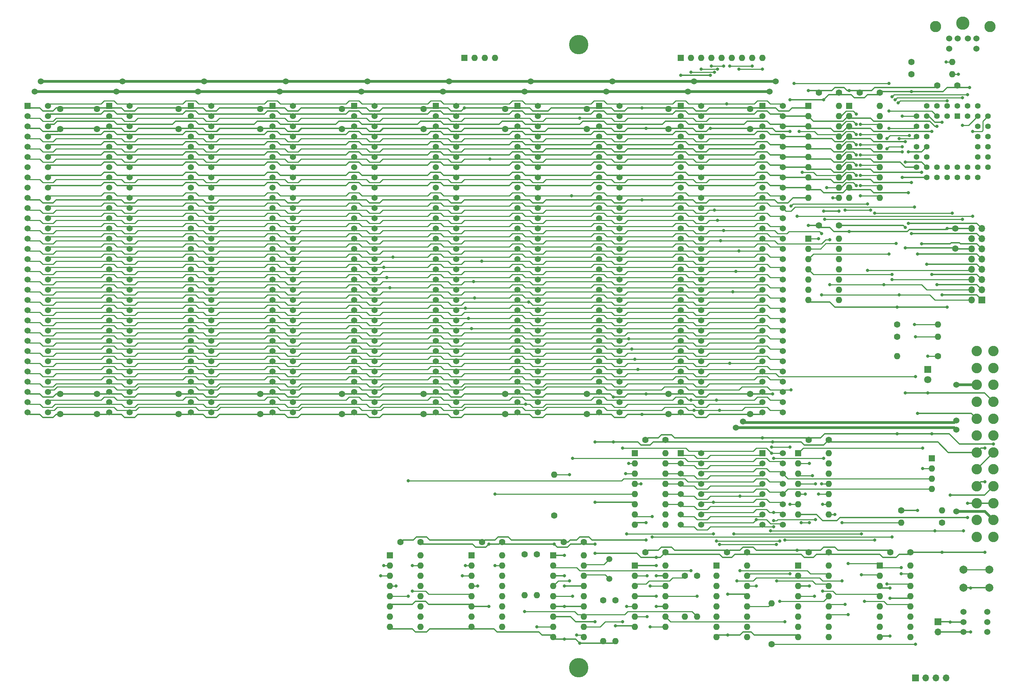
<source format=gbr>
G04 #@! TF.GenerationSoftware,KiCad,Pcbnew,(5.1.8)-1*
G04 #@! TF.CreationDate,2022-05-28T15:41:21-06:00*
G04 #@! TF.ProjectId,Multi,4d756c74-692e-46b6-9963-61645f706362,rev?*
G04 #@! TF.SameCoordinates,Original*
G04 #@! TF.FileFunction,Copper,L1,Top*
G04 #@! TF.FilePolarity,Positive*
%FSLAX46Y46*%
G04 Gerber Fmt 4.6, Leading zero omitted, Abs format (unit mm)*
G04 Created by KiCad (PCBNEW (5.1.8)-1) date 2022-05-28 15:41:21*
%MOMM*%
%LPD*%
G01*
G04 APERTURE LIST*
G04 #@! TA.AperFunction,ComponentPad*
%ADD10C,1.524000*%
G04 #@! TD*
G04 #@! TA.AperFunction,ComponentPad*
%ADD11R,1.524000X1.524000*%
G04 #@! TD*
G04 #@! TA.AperFunction,ComponentPad*
%ADD12C,1.600000*%
G04 #@! TD*
G04 #@! TA.AperFunction,ComponentPad*
%ADD13O,1.600000X1.600000*%
G04 #@! TD*
G04 #@! TA.AperFunction,ComponentPad*
%ADD14R,1.600000X1.600000*%
G04 #@! TD*
G04 #@! TA.AperFunction,ComponentPad*
%ADD15C,4.826000*%
G04 #@! TD*
G04 #@! TA.AperFunction,ComponentPad*
%ADD16O,1.700000X1.700000*%
G04 #@! TD*
G04 #@! TA.AperFunction,ComponentPad*
%ADD17R,1.700000X1.700000*%
G04 #@! TD*
G04 #@! TA.AperFunction,ComponentPad*
%ADD18C,2.000000*%
G04 #@! TD*
G04 #@! TA.AperFunction,ComponentPad*
%ADD19C,1.800000*%
G04 #@! TD*
G04 #@! TA.AperFunction,ComponentPad*
%ADD20R,1.800000X1.800000*%
G04 #@! TD*
G04 #@! TA.AperFunction,ComponentPad*
%ADD21C,2.590800*%
G04 #@! TD*
G04 #@! TA.AperFunction,ComponentPad*
%ADD22C,2.794000*%
G04 #@! TD*
G04 #@! TA.AperFunction,ComponentPad*
%ADD23C,3.302000*%
G04 #@! TD*
G04 #@! TA.AperFunction,ComponentPad*
%ADD24C,1.500000*%
G04 #@! TD*
G04 #@! TA.AperFunction,ComponentPad*
%ADD25R,1.422400X1.422400*%
G04 #@! TD*
G04 #@! TA.AperFunction,ComponentPad*
%ADD26C,1.422400*%
G04 #@! TD*
G04 #@! TA.AperFunction,ViaPad*
%ADD27C,0.800000*%
G04 #@! TD*
G04 #@! TA.AperFunction,Conductor*
%ADD28C,0.330200*%
G04 #@! TD*
G04 #@! TA.AperFunction,Conductor*
%ADD29C,0.250000*%
G04 #@! TD*
G04 #@! TA.AperFunction,Conductor*
%ADD30C,0.635000*%
G04 #@! TD*
G04 #@! TA.AperFunction,Conductor*
%ADD31C,0.304800*%
G04 #@! TD*
G04 APERTURE END LIST*
D10*
G04 #@! TO.P,R,1*
G04 #@! TO.N,/12+*
X-97282000Y-37846000D03*
G04 #@! TD*
G04 #@! TO.P,R,1*
G04 #@! TO.N,/12-*
X-98806000Y-40386000D03*
G04 #@! TD*
G04 #@! TO.P,R,1*
G04 #@! TO.N,/12+*
X-76962000Y-37846000D03*
G04 #@! TD*
G04 #@! TO.P,R,1*
G04 #@! TO.N,/12-*
X-78486000Y-40386000D03*
G04 #@! TD*
G04 #@! TO.P,R,1*
G04 #@! TO.N,/12+*
X-56642000Y-37846000D03*
G04 #@! TD*
G04 #@! TO.P,R,1*
G04 #@! TO.N,/12-*
X-58166000Y-40386000D03*
G04 #@! TD*
G04 #@! TO.P,J15,62*
G04 #@! TO.N,/A0*
X26416000Y-120142000D03*
G04 #@! TO.P,J15,61*
G04 #@! TO.N,/A1*
X26416000Y-117602000D03*
G04 #@! TO.P,J15,60*
G04 #@! TO.N,/A2*
X26416000Y-115062000D03*
G04 #@! TO.P,J15,59*
G04 #@! TO.N,/A3*
X26416000Y-112522000D03*
G04 #@! TO.P,J15,58*
G04 #@! TO.N,/A4*
X26416000Y-109982000D03*
G04 #@! TO.P,J15,57*
G04 #@! TO.N,/A5*
X26416000Y-107442000D03*
G04 #@! TO.P,J15,56*
G04 #@! TO.N,/A6*
X26416000Y-104902000D03*
G04 #@! TO.P,J15,55*
G04 #@! TO.N,/A7*
X26416000Y-102362000D03*
G04 #@! TO.P,J15,54*
G04 #@! TO.N,/A8*
X26416000Y-99822000D03*
G04 #@! TO.P,J15,53*
G04 #@! TO.N,/A9*
X26416000Y-97282000D03*
G04 #@! TO.P,J15,52*
G04 #@! TO.N,/A10*
X26416000Y-94742000D03*
G04 #@! TO.P,J15,51*
G04 #@! TO.N,/A11*
X26416000Y-92202000D03*
G04 #@! TO.P,J15,50*
G04 #@! TO.N,/A12*
X26416000Y-89662000D03*
G04 #@! TO.P,J15,49*
G04 #@! TO.N,/A13*
X26416000Y-87122000D03*
G04 #@! TO.P,J15,48*
G04 #@! TO.N,/A14*
X26416000Y-84582000D03*
G04 #@! TO.P,J15,47*
G04 #@! TO.N,/A15*
X26416000Y-82042000D03*
G04 #@! TO.P,J15,46*
G04 #@! TO.N,/A16*
X26416000Y-79502000D03*
G04 #@! TO.P,J15,45*
G04 #@! TO.N,/A17*
X26416000Y-76962000D03*
G04 #@! TO.P,J15,44*
G04 #@! TO.N,/A18*
X26416000Y-74422000D03*
G04 #@! TO.P,J15,43*
G04 #@! TO.N,/A19*
X26416000Y-71882000D03*
G04 #@! TO.P,J15,42*
G04 #@! TO.N,/AEN*
X26416000Y-69342000D03*
G04 #@! TO.P,J15,41*
G04 #@! TO.N,/RDY1*
X26416000Y-66802000D03*
G04 #@! TO.P,J15,40*
G04 #@! TO.N,/D0*
X26416000Y-64262000D03*
G04 #@! TO.P,J15,39*
G04 #@! TO.N,/D1*
X26416000Y-61722000D03*
G04 #@! TO.P,J15,38*
G04 #@! TO.N,/D2*
X26416000Y-59182000D03*
G04 #@! TO.P,J15,37*
G04 #@! TO.N,/D3*
X26416000Y-56642000D03*
G04 #@! TO.P,J15,36*
G04 #@! TO.N,/D4*
X26416000Y-54102000D03*
G04 #@! TO.P,J15,35*
G04 #@! TO.N,/D5*
X26416000Y-51562000D03*
G04 #@! TO.P,J15,34*
G04 #@! TO.N,/D6*
X26416000Y-49022000D03*
G04 #@! TO.P,J15,33*
G04 #@! TO.N,/D7*
X26416000Y-46482000D03*
G04 #@! TO.P,J15,32*
G04 #@! TO.N,/CH_CK*
X26416000Y-43942000D03*
G04 #@! TO.P,J15,31*
G04 #@! TO.N,/GND*
X21336000Y-120142000D03*
G04 #@! TO.P,J15,30*
G04 #@! TO.N,/OSC88*
X21336000Y-117602000D03*
G04 #@! TO.P,J15,29*
G04 #@! TO.N,/5+*
X21336000Y-115062000D03*
G04 #@! TO.P,J15,28*
G04 #@! TO.N,/ALE*
X21336000Y-112522000D03*
G04 #@! TO.P,J15,27*
G04 #@! TO.N,/TC*
X21336000Y-109982000D03*
G04 #@! TO.P,J15,26*
G04 #@! TO.N,/DACK2*
X21336000Y-107442000D03*
G04 #@! TO.P,J15,25*
G04 #@! TO.N,/IRQ3*
X21336000Y-104902000D03*
G04 #@! TO.P,J15,24*
G04 #@! TO.N,/IRQ4*
X21336000Y-102362000D03*
G04 #@! TO.P,J15,23*
G04 #@! TO.N,/IRQ5*
X21336000Y-99822000D03*
G04 #@! TO.P,J15,22*
G04 #@! TO.N,/IRQ6*
X21336000Y-97282000D03*
G04 #@! TO.P,J15,21*
G04 #@! TO.N,/IRQ7*
X21336000Y-94742000D03*
G04 #@! TO.P,J15,20*
G04 #@! TO.N,/CLK88*
X21336000Y-92202000D03*
G04 #@! TO.P,J15,19*
G04 #@! TO.N,/REFRQ*
X21336000Y-89662000D03*
G04 #@! TO.P,J15,18*
G04 #@! TO.N,/DRQ1*
X21336000Y-87122000D03*
G04 #@! TO.P,J15,17*
G04 #@! TO.N,/DACK1*
X21336000Y-84582000D03*
G04 #@! TO.P,J15,16*
G04 #@! TO.N,/DRQ3*
X21336000Y-82042000D03*
G04 #@! TO.P,J15,15*
G04 #@! TO.N,/DACK3*
X21336000Y-79502000D03*
G04 #@! TO.P,J15,14*
G04 #@! TO.N,/IORD*
X21336000Y-76962000D03*
G04 #@! TO.P,J15,13*
G04 #@! TO.N,/IOWR*
X21336000Y-74422000D03*
G04 #@! TO.P,J15,12*
G04 #@! TO.N,/MRD*
X21336000Y-71882000D03*
G04 #@! TO.P,J15,11*
G04 #@! TO.N,/MWR*
X21336000Y-69342000D03*
G04 #@! TO.P,J15,10*
G04 #@! TO.N,/GND*
X21336000Y-66802000D03*
G04 #@! TO.P,J15,9*
G04 #@! TO.N,/12+*
X21336000Y-64262000D03*
G04 #@! TO.P,J15,8*
G04 #@! TO.N,/NC*
X21336000Y-61722000D03*
G04 #@! TO.P,J15,7*
G04 #@! TO.N,/12-*
X21336000Y-59182000D03*
G04 #@! TO.P,J15,6*
G04 #@! TO.N,/DRQ2*
X21336000Y-56642000D03*
G04 #@! TO.P,J15,5*
G04 #@! TO.N,/5-*
X21336000Y-54102000D03*
G04 #@! TO.P,J15,4*
G04 #@! TO.N,/IRQ2*
X21336000Y-51562000D03*
G04 #@! TO.P,J15,3*
G04 #@! TO.N,/5+*
X21336000Y-49022000D03*
G04 #@! TO.P,J15,2*
G04 #@! TO.N,/RESOUT*
X21336000Y-46482000D03*
D11*
G04 #@! TO.P,J15,1*
G04 #@! TO.N,/GND*
X21336000Y-43942000D03*
G04 #@! TD*
D10*
G04 #@! TO.P,J5,62*
G04 #@! TO.N,/A0*
X6096000Y-120142000D03*
G04 #@! TO.P,J5,61*
G04 #@! TO.N,/A1*
X6096000Y-117602000D03*
G04 #@! TO.P,J5,60*
G04 #@! TO.N,/A2*
X6096000Y-115062000D03*
G04 #@! TO.P,J5,59*
G04 #@! TO.N,/A3*
X6096000Y-112522000D03*
G04 #@! TO.P,J5,58*
G04 #@! TO.N,/A4*
X6096000Y-109982000D03*
G04 #@! TO.P,J5,57*
G04 #@! TO.N,/A5*
X6096000Y-107442000D03*
G04 #@! TO.P,J5,56*
G04 #@! TO.N,/A6*
X6096000Y-104902000D03*
G04 #@! TO.P,J5,55*
G04 #@! TO.N,/A7*
X6096000Y-102362000D03*
G04 #@! TO.P,J5,54*
G04 #@! TO.N,/A8*
X6096000Y-99822000D03*
G04 #@! TO.P,J5,53*
G04 #@! TO.N,/A9*
X6096000Y-97282000D03*
G04 #@! TO.P,J5,52*
G04 #@! TO.N,/A10*
X6096000Y-94742000D03*
G04 #@! TO.P,J5,51*
G04 #@! TO.N,/A11*
X6096000Y-92202000D03*
G04 #@! TO.P,J5,50*
G04 #@! TO.N,/A12*
X6096000Y-89662000D03*
G04 #@! TO.P,J5,49*
G04 #@! TO.N,/A13*
X6096000Y-87122000D03*
G04 #@! TO.P,J5,48*
G04 #@! TO.N,/A14*
X6096000Y-84582000D03*
G04 #@! TO.P,J5,47*
G04 #@! TO.N,/A15*
X6096000Y-82042000D03*
G04 #@! TO.P,J5,46*
G04 #@! TO.N,/A16*
X6096000Y-79502000D03*
G04 #@! TO.P,J5,45*
G04 #@! TO.N,/A17*
X6096000Y-76962000D03*
G04 #@! TO.P,J5,44*
G04 #@! TO.N,/A18*
X6096000Y-74422000D03*
G04 #@! TO.P,J5,43*
G04 #@! TO.N,/A19*
X6096000Y-71882000D03*
G04 #@! TO.P,J5,42*
G04 #@! TO.N,/AEN*
X6096000Y-69342000D03*
G04 #@! TO.P,J5,41*
G04 #@! TO.N,/RDY1*
X6096000Y-66802000D03*
G04 #@! TO.P,J5,40*
G04 #@! TO.N,/D0*
X6096000Y-64262000D03*
G04 #@! TO.P,J5,39*
G04 #@! TO.N,/D1*
X6096000Y-61722000D03*
G04 #@! TO.P,J5,38*
G04 #@! TO.N,/D2*
X6096000Y-59182000D03*
G04 #@! TO.P,J5,37*
G04 #@! TO.N,/D3*
X6096000Y-56642000D03*
G04 #@! TO.P,J5,36*
G04 #@! TO.N,/D4*
X6096000Y-54102000D03*
G04 #@! TO.P,J5,35*
G04 #@! TO.N,/D5*
X6096000Y-51562000D03*
G04 #@! TO.P,J5,34*
G04 #@! TO.N,/D6*
X6096000Y-49022000D03*
G04 #@! TO.P,J5,33*
G04 #@! TO.N,/D7*
X6096000Y-46482000D03*
G04 #@! TO.P,J5,32*
G04 #@! TO.N,/CH_CK*
X6096000Y-43942000D03*
G04 #@! TO.P,J5,31*
G04 #@! TO.N,/GND*
X1016000Y-120142000D03*
G04 #@! TO.P,J5,30*
G04 #@! TO.N,/OSC88*
X1016000Y-117602000D03*
G04 #@! TO.P,J5,29*
G04 #@! TO.N,/5+*
X1016000Y-115062000D03*
G04 #@! TO.P,J5,28*
G04 #@! TO.N,/ALE*
X1016000Y-112522000D03*
G04 #@! TO.P,J5,27*
G04 #@! TO.N,/TC*
X1016000Y-109982000D03*
G04 #@! TO.P,J5,26*
G04 #@! TO.N,/DACK2*
X1016000Y-107442000D03*
G04 #@! TO.P,J5,25*
G04 #@! TO.N,/IRQ3*
X1016000Y-104902000D03*
G04 #@! TO.P,J5,24*
G04 #@! TO.N,/IRQ4*
X1016000Y-102362000D03*
G04 #@! TO.P,J5,23*
G04 #@! TO.N,/IRQ5*
X1016000Y-99822000D03*
G04 #@! TO.P,J5,22*
G04 #@! TO.N,/IRQ6*
X1016000Y-97282000D03*
G04 #@! TO.P,J5,21*
G04 #@! TO.N,/IRQ7*
X1016000Y-94742000D03*
G04 #@! TO.P,J5,20*
G04 #@! TO.N,/CLK88*
X1016000Y-92202000D03*
G04 #@! TO.P,J5,19*
G04 #@! TO.N,/REFRQ*
X1016000Y-89662000D03*
G04 #@! TO.P,J5,18*
G04 #@! TO.N,/DRQ1*
X1016000Y-87122000D03*
G04 #@! TO.P,J5,17*
G04 #@! TO.N,/DACK1*
X1016000Y-84582000D03*
G04 #@! TO.P,J5,16*
G04 #@! TO.N,/DRQ3*
X1016000Y-82042000D03*
G04 #@! TO.P,J5,15*
G04 #@! TO.N,/DACK3*
X1016000Y-79502000D03*
G04 #@! TO.P,J5,14*
G04 #@! TO.N,/IORD*
X1016000Y-76962000D03*
G04 #@! TO.P,J5,13*
G04 #@! TO.N,/IOWR*
X1016000Y-74422000D03*
G04 #@! TO.P,J5,12*
G04 #@! TO.N,/MRD*
X1016000Y-71882000D03*
G04 #@! TO.P,J5,11*
G04 #@! TO.N,/MWR*
X1016000Y-69342000D03*
G04 #@! TO.P,J5,10*
G04 #@! TO.N,/GND*
X1016000Y-66802000D03*
G04 #@! TO.P,J5,9*
G04 #@! TO.N,/12+*
X1016000Y-64262000D03*
G04 #@! TO.P,J5,8*
G04 #@! TO.N,/NC*
X1016000Y-61722000D03*
G04 #@! TO.P,J5,7*
G04 #@! TO.N,/12-*
X1016000Y-59182000D03*
G04 #@! TO.P,J5,6*
G04 #@! TO.N,/DRQ2*
X1016000Y-56642000D03*
G04 #@! TO.P,J5,5*
G04 #@! TO.N,/5-*
X1016000Y-54102000D03*
G04 #@! TO.P,J5,4*
G04 #@! TO.N,/IRQ2*
X1016000Y-51562000D03*
G04 #@! TO.P,J5,3*
G04 #@! TO.N,/5+*
X1016000Y-49022000D03*
G04 #@! TO.P,J5,2*
G04 #@! TO.N,/RESOUT*
X1016000Y-46482000D03*
D11*
G04 #@! TO.P,J5,1*
G04 #@! TO.N,/GND*
X1016000Y-43942000D03*
G04 #@! TD*
D10*
G04 #@! TO.P,J4,62*
G04 #@! TO.N,/A0*
X-14224000Y-120142000D03*
G04 #@! TO.P,J4,61*
G04 #@! TO.N,/A1*
X-14224000Y-117602000D03*
G04 #@! TO.P,J4,60*
G04 #@! TO.N,/A2*
X-14224000Y-115062000D03*
G04 #@! TO.P,J4,59*
G04 #@! TO.N,/A3*
X-14224000Y-112522000D03*
G04 #@! TO.P,J4,58*
G04 #@! TO.N,/A4*
X-14224000Y-109982000D03*
G04 #@! TO.P,J4,57*
G04 #@! TO.N,/A5*
X-14224000Y-107442000D03*
G04 #@! TO.P,J4,56*
G04 #@! TO.N,/A6*
X-14224000Y-104902000D03*
G04 #@! TO.P,J4,55*
G04 #@! TO.N,/A7*
X-14224000Y-102362000D03*
G04 #@! TO.P,J4,54*
G04 #@! TO.N,/A8*
X-14224000Y-99822000D03*
G04 #@! TO.P,J4,53*
G04 #@! TO.N,/A9*
X-14224000Y-97282000D03*
G04 #@! TO.P,J4,52*
G04 #@! TO.N,/A10*
X-14224000Y-94742000D03*
G04 #@! TO.P,J4,51*
G04 #@! TO.N,/A11*
X-14224000Y-92202000D03*
G04 #@! TO.P,J4,50*
G04 #@! TO.N,/A12*
X-14224000Y-89662000D03*
G04 #@! TO.P,J4,49*
G04 #@! TO.N,/A13*
X-14224000Y-87122000D03*
G04 #@! TO.P,J4,48*
G04 #@! TO.N,/A14*
X-14224000Y-84582000D03*
G04 #@! TO.P,J4,47*
G04 #@! TO.N,/A15*
X-14224000Y-82042000D03*
G04 #@! TO.P,J4,46*
G04 #@! TO.N,/A16*
X-14224000Y-79502000D03*
G04 #@! TO.P,J4,45*
G04 #@! TO.N,/A17*
X-14224000Y-76962000D03*
G04 #@! TO.P,J4,44*
G04 #@! TO.N,/A18*
X-14224000Y-74422000D03*
G04 #@! TO.P,J4,43*
G04 #@! TO.N,/A19*
X-14224000Y-71882000D03*
G04 #@! TO.P,J4,42*
G04 #@! TO.N,/AEN*
X-14224000Y-69342000D03*
G04 #@! TO.P,J4,41*
G04 #@! TO.N,/RDY1*
X-14224000Y-66802000D03*
G04 #@! TO.P,J4,40*
G04 #@! TO.N,/D0*
X-14224000Y-64262000D03*
G04 #@! TO.P,J4,39*
G04 #@! TO.N,/D1*
X-14224000Y-61722000D03*
G04 #@! TO.P,J4,38*
G04 #@! TO.N,/D2*
X-14224000Y-59182000D03*
G04 #@! TO.P,J4,37*
G04 #@! TO.N,/D3*
X-14224000Y-56642000D03*
G04 #@! TO.P,J4,36*
G04 #@! TO.N,/D4*
X-14224000Y-54102000D03*
G04 #@! TO.P,J4,35*
G04 #@! TO.N,/D5*
X-14224000Y-51562000D03*
G04 #@! TO.P,J4,34*
G04 #@! TO.N,/D6*
X-14224000Y-49022000D03*
G04 #@! TO.P,J4,33*
G04 #@! TO.N,/D7*
X-14224000Y-46482000D03*
G04 #@! TO.P,J4,32*
G04 #@! TO.N,/CH_CK*
X-14224000Y-43942000D03*
G04 #@! TO.P,J4,31*
G04 #@! TO.N,/GND*
X-19304000Y-120142000D03*
G04 #@! TO.P,J4,30*
G04 #@! TO.N,/OSC88*
X-19304000Y-117602000D03*
G04 #@! TO.P,J4,29*
G04 #@! TO.N,/5+*
X-19304000Y-115062000D03*
G04 #@! TO.P,J4,28*
G04 #@! TO.N,/ALE*
X-19304000Y-112522000D03*
G04 #@! TO.P,J4,27*
G04 #@! TO.N,/TC*
X-19304000Y-109982000D03*
G04 #@! TO.P,J4,26*
G04 #@! TO.N,/DACK2*
X-19304000Y-107442000D03*
G04 #@! TO.P,J4,25*
G04 #@! TO.N,/IRQ3*
X-19304000Y-104902000D03*
G04 #@! TO.P,J4,24*
G04 #@! TO.N,/IRQ4*
X-19304000Y-102362000D03*
G04 #@! TO.P,J4,23*
G04 #@! TO.N,/IRQ5*
X-19304000Y-99822000D03*
G04 #@! TO.P,J4,22*
G04 #@! TO.N,/IRQ6*
X-19304000Y-97282000D03*
G04 #@! TO.P,J4,21*
G04 #@! TO.N,/IRQ7*
X-19304000Y-94742000D03*
G04 #@! TO.P,J4,20*
G04 #@! TO.N,/CLK88*
X-19304000Y-92202000D03*
G04 #@! TO.P,J4,19*
G04 #@! TO.N,/REFRQ*
X-19304000Y-89662000D03*
G04 #@! TO.P,J4,18*
G04 #@! TO.N,/DRQ1*
X-19304000Y-87122000D03*
G04 #@! TO.P,J4,17*
G04 #@! TO.N,/DACK1*
X-19304000Y-84582000D03*
G04 #@! TO.P,J4,16*
G04 #@! TO.N,/DRQ3*
X-19304000Y-82042000D03*
G04 #@! TO.P,J4,15*
G04 #@! TO.N,/DACK3*
X-19304000Y-79502000D03*
G04 #@! TO.P,J4,14*
G04 #@! TO.N,/IORD*
X-19304000Y-76962000D03*
G04 #@! TO.P,J4,13*
G04 #@! TO.N,/IOWR*
X-19304000Y-74422000D03*
G04 #@! TO.P,J4,12*
G04 #@! TO.N,/MRD*
X-19304000Y-71882000D03*
G04 #@! TO.P,J4,11*
G04 #@! TO.N,/MWR*
X-19304000Y-69342000D03*
G04 #@! TO.P,J4,10*
G04 #@! TO.N,/GND*
X-19304000Y-66802000D03*
G04 #@! TO.P,J4,9*
G04 #@! TO.N,/12+*
X-19304000Y-64262000D03*
G04 #@! TO.P,J4,8*
G04 #@! TO.N,/NC*
X-19304000Y-61722000D03*
G04 #@! TO.P,J4,7*
G04 #@! TO.N,/12-*
X-19304000Y-59182000D03*
G04 #@! TO.P,J4,6*
G04 #@! TO.N,/DRQ2*
X-19304000Y-56642000D03*
G04 #@! TO.P,J4,5*
G04 #@! TO.N,/5-*
X-19304000Y-54102000D03*
G04 #@! TO.P,J4,4*
G04 #@! TO.N,/IRQ2*
X-19304000Y-51562000D03*
G04 #@! TO.P,J4,3*
G04 #@! TO.N,/5+*
X-19304000Y-49022000D03*
G04 #@! TO.P,J4,2*
G04 #@! TO.N,/RESOUT*
X-19304000Y-46482000D03*
D11*
G04 #@! TO.P,J4,1*
G04 #@! TO.N,/GND*
X-19304000Y-43942000D03*
G04 #@! TD*
D12*
G04 #@! TO.P,C33,2*
G04 #@! TO.N,/5+*
X-42672000Y-49704000D03*
G04 #@! TO.P,C33,1*
G04 #@! TO.N,/GND*
X-42672000Y-44704000D03*
G04 #@! TD*
G04 #@! TO.P,C32,2*
G04 #@! TO.N,/5+*
X-22352000Y-115570000D03*
G04 #@! TO.P,C32,1*
G04 #@! TO.N,/GND*
X-22352000Y-120570000D03*
G04 #@! TD*
G04 #@! TO.P,C31,2*
G04 #@! TO.N,/5+*
X-42672000Y-115570000D03*
G04 #@! TO.P,C31,1*
G04 #@! TO.N,/GND*
X-42672000Y-120570000D03*
G04 #@! TD*
G04 #@! TO.P,C30,2*
G04 #@! TO.N,/5+*
X-22352000Y-49707800D03*
G04 #@! TO.P,C30,1*
G04 #@! TO.N,/GND*
X-22352000Y-44707800D03*
G04 #@! TD*
G04 #@! TO.P,C21,2*
G04 #@! TO.N,/5+*
X-62992000Y-115570000D03*
G04 #@! TO.P,C21,1*
G04 #@! TO.N,/GND*
X-62992000Y-120570000D03*
G04 #@! TD*
G04 #@! TO.P,C20,2*
G04 #@! TO.N,/5+*
X-62992000Y-49704000D03*
G04 #@! TO.P,C20,1*
G04 #@! TO.N,/GND*
X-62992000Y-44704000D03*
G04 #@! TD*
D13*
G04 #@! TO.P,U2,20*
G04 #@! TO.N,/5+*
X111506000Y-43942000D03*
G04 #@! TO.P,U2,10*
G04 #@! TO.N,/GND*
X103886000Y-66802000D03*
G04 #@! TO.P,U2,19*
G04 #@! TO.N,/PORT_61_RD*
X111506000Y-46482000D03*
G04 #@! TO.P,U2,9*
G04 #@! TO.N,/D0*
X103886000Y-64262000D03*
G04 #@! TO.P,U2,18*
G04 #@! TO.N,/PORT_61_7*
X111506000Y-49022000D03*
G04 #@! TO.P,U2,8*
G04 #@! TO.N,/D1*
X103886000Y-61722000D03*
G04 #@! TO.P,U2,17*
G04 #@! TO.N,/PORT_61_6*
X111506000Y-51562000D03*
G04 #@! TO.P,U2,7*
G04 #@! TO.N,/D2*
X103886000Y-59182000D03*
G04 #@! TO.P,U2,16*
G04 #@! TO.N,/NMI_EN*
X111506000Y-54102000D03*
G04 #@! TO.P,U2,6*
G04 #@! TO.N,/D3*
X103886000Y-56642000D03*
G04 #@! TO.P,U2,15*
G04 #@! TO.N,/PORT_61_4*
X111506000Y-56642000D03*
G04 #@! TO.P,U2,5*
G04 #@! TO.N,/D4*
X103886000Y-54102000D03*
G04 #@! TO.P,U2,14*
G04 #@! TO.N,/PORT_61_3*
X111506000Y-59182000D03*
G04 #@! TO.P,U2,4*
G04 #@! TO.N,/D5*
X103886000Y-51562000D03*
G04 #@! TO.P,U2,13*
G04 #@! TO.N,/PORT_61_2*
X111506000Y-61722000D03*
G04 #@! TO.P,U2,3*
G04 #@! TO.N,/D6*
X103886000Y-49022000D03*
G04 #@! TO.P,U2,12*
G04 #@! TO.N,/SPK_EN*
X111506000Y-64262000D03*
G04 #@! TO.P,U2,2*
G04 #@! TO.N,/D7*
X103886000Y-46482000D03*
G04 #@! TO.P,U2,11*
G04 #@! TO.N,/SPK_GO*
X111506000Y-66802000D03*
D14*
G04 #@! TO.P,U2,1*
G04 #@! TO.N,/GND*
X103886000Y-43942000D03*
G04 #@! TD*
D13*
G04 #@! TO.P,U13,16*
G04 #@! TO.N,/5+*
X119126000Y-158242000D03*
G04 #@! TO.P,U13,8*
G04 #@! TO.N,/GND*
X111506000Y-176022000D03*
G04 #@! TO.P,U13,15*
G04 #@! TO.N,/IO_0061*
X119126000Y-160782000D03*
G04 #@! TO.P,U13,7*
G04 #@! TO.N,Net-(U13-Pad7)*
X111506000Y-173482000D03*
G04 #@! TO.P,U13,14*
G04 #@! TO.N,/IORD*
X119126000Y-163322000D03*
G04 #@! TO.P,U13,6*
G04 #@! TO.N,Net-(U13-Pad6)*
X111506000Y-170942000D03*
G04 #@! TO.P,U13,13*
G04 #@! TO.N,/GND*
X119126000Y-165862000D03*
G04 #@! TO.P,U13,5*
G04 #@! TO.N,Net-(U13-Pad5)*
X111506000Y-168402000D03*
G04 #@! TO.P,U13,12*
G04 #@! TO.N,/PORT_61_RD*
X119126000Y-168402000D03*
G04 #@! TO.P,U13,4*
G04 #@! TO.N,/PORT_0X61_EN*
X111506000Y-165862000D03*
G04 #@! TO.P,U13,11*
G04 #@! TO.N,Net-(U13-Pad11)*
X119126000Y-170942000D03*
G04 #@! TO.P,U13,3*
G04 #@! TO.N,/GND*
X111506000Y-163322000D03*
G04 #@! TO.P,U13,10*
G04 #@! TO.N,Net-(U13-Pad10)*
X119126000Y-173482000D03*
G04 #@! TO.P,U13,2*
G04 #@! TO.N,/IOWR*
X111506000Y-160782000D03*
G04 #@! TO.P,U13,9*
G04 #@! TO.N,Net-(U13-Pad9)*
X119126000Y-176022000D03*
D14*
G04 #@! TO.P,U13,1*
G04 #@! TO.N,/IO_0061*
X111506000Y-158242000D03*
G04 #@! TD*
D12*
G04 #@! TO.P,C19,2*
G04 #@! TO.N,/5+*
X111506000Y-40640000D03*
G04 #@! TO.P,C19,1*
G04 #@! TO.N,/GND*
X106506000Y-40640000D03*
G04 #@! TD*
G04 #@! TO.P,C18,2*
G04 #@! TO.N,/5+*
X119126000Y-154940000D03*
G04 #@! TO.P,C18,1*
G04 #@! TO.N,/GND*
X114126000Y-154940000D03*
G04 #@! TD*
D13*
G04 #@! TO.P,RN3,4*
G04 #@! TO.N,/DRQ0*
X124460000Y-139192000D03*
G04 #@! TO.P,RN3,3*
G04 #@! TO.N,/HOLD*
X124460000Y-136652000D03*
G04 #@! TO.P,RN3,2*
G04 #@! TO.N,/NMI_EN*
X124460000Y-134112000D03*
D14*
G04 #@! TO.P,RN3,1*
G04 #@! TO.N,/GND*
X124460000Y-131572000D03*
G04 #@! TD*
D10*
G04 #@! TO.P,R,1*
G04 #@! TO.N,/12+*
X-36322000Y-37846000D03*
G04 #@! TD*
G04 #@! TO.P,R,1*
G04 #@! TO.N,/12-*
X-37846000Y-40386000D03*
G04 #@! TD*
G04 #@! TO.P,R,1*
G04 #@! TO.N,/12+*
X-16002000Y-37846000D03*
G04 #@! TD*
G04 #@! TO.P,R,1*
G04 #@! TO.N,/12-*
X-17526000Y-40386000D03*
G04 #@! TD*
G04 #@! TO.P,R,1*
G04 #@! TO.N,/12+*
X4318000Y-37846000D03*
G04 #@! TD*
G04 #@! TO.P,R,1*
G04 #@! TO.N,/12-*
X2794000Y-40386000D03*
G04 #@! TD*
D12*
G04 #@! TO.P,C17,2*
G04 #@! TO.N,/5+*
X-2032000Y-49704000D03*
G04 #@! TO.P,C17,1*
G04 #@! TO.N,/GND*
X-2032000Y-44704000D03*
G04 #@! TD*
G04 #@! TO.P,C16,2*
G04 #@! TO.N,/5+*
X-2032000Y-115570000D03*
G04 #@! TO.P,C16,1*
G04 #@! TO.N,/GND*
X-2032000Y-120570000D03*
G04 #@! TD*
G04 #@! TO.P,C15,2*
G04 #@! TO.N,/5+*
X-83312000Y-49704000D03*
G04 #@! TO.P,C15,1*
G04 #@! TO.N,/GND*
X-83312000Y-44704000D03*
G04 #@! TD*
G04 #@! TO.P,C14,2*
G04 #@! TO.N,/5+*
X18288000Y-115570000D03*
G04 #@! TO.P,C14,1*
G04 #@! TO.N,/GND*
X18288000Y-120570000D03*
G04 #@! TD*
G04 #@! TO.P,C13,2*
G04 #@! TO.N,/5+*
X18288000Y-49704000D03*
G04 #@! TO.P,C13,1*
G04 #@! TO.N,/GND*
X18288000Y-44704000D03*
G04 #@! TD*
G04 #@! TO.P,C11,2*
G04 #@! TO.N,/5+*
X-83312000Y-115570000D03*
G04 #@! TO.P,C11,1*
G04 #@! TO.N,/GND*
X-83312000Y-120570000D03*
G04 #@! TD*
G04 #@! TO.P,C27,2*
G04 #@! TO.N,/5+*
X-92456000Y-115570000D03*
G04 #@! TO.P,C27,1*
G04 #@! TO.N,/GND*
X-92456000Y-120570000D03*
G04 #@! TD*
D10*
G04 #@! TO.P,J14,62*
G04 #@! TO.N,/A0*
X-54864000Y-120142000D03*
G04 #@! TO.P,J14,61*
G04 #@! TO.N,/A1*
X-54864000Y-117602000D03*
G04 #@! TO.P,J14,60*
G04 #@! TO.N,/A2*
X-54864000Y-115062000D03*
G04 #@! TO.P,J14,59*
G04 #@! TO.N,/A3*
X-54864000Y-112522000D03*
G04 #@! TO.P,J14,58*
G04 #@! TO.N,/A4*
X-54864000Y-109982000D03*
G04 #@! TO.P,J14,57*
G04 #@! TO.N,/A5*
X-54864000Y-107442000D03*
G04 #@! TO.P,J14,56*
G04 #@! TO.N,/A6*
X-54864000Y-104902000D03*
G04 #@! TO.P,J14,55*
G04 #@! TO.N,/A7*
X-54864000Y-102362000D03*
G04 #@! TO.P,J14,54*
G04 #@! TO.N,/A8*
X-54864000Y-99822000D03*
G04 #@! TO.P,J14,53*
G04 #@! TO.N,/A9*
X-54864000Y-97282000D03*
G04 #@! TO.P,J14,52*
G04 #@! TO.N,/A10*
X-54864000Y-94742000D03*
G04 #@! TO.P,J14,51*
G04 #@! TO.N,/A11*
X-54864000Y-92202000D03*
G04 #@! TO.P,J14,50*
G04 #@! TO.N,/A12*
X-54864000Y-89662000D03*
G04 #@! TO.P,J14,49*
G04 #@! TO.N,/A13*
X-54864000Y-87122000D03*
G04 #@! TO.P,J14,48*
G04 #@! TO.N,/A14*
X-54864000Y-84582000D03*
G04 #@! TO.P,J14,47*
G04 #@! TO.N,/A15*
X-54864000Y-82042000D03*
G04 #@! TO.P,J14,46*
G04 #@! TO.N,/A16*
X-54864000Y-79502000D03*
G04 #@! TO.P,J14,45*
G04 #@! TO.N,/A17*
X-54864000Y-76962000D03*
G04 #@! TO.P,J14,44*
G04 #@! TO.N,/A18*
X-54864000Y-74422000D03*
G04 #@! TO.P,J14,43*
G04 #@! TO.N,/A19*
X-54864000Y-71882000D03*
G04 #@! TO.P,J14,42*
G04 #@! TO.N,/AEN*
X-54864000Y-69342000D03*
G04 #@! TO.P,J14,41*
G04 #@! TO.N,/RDY1*
X-54864000Y-66802000D03*
G04 #@! TO.P,J14,40*
G04 #@! TO.N,/D0*
X-54864000Y-64262000D03*
G04 #@! TO.P,J14,39*
G04 #@! TO.N,/D1*
X-54864000Y-61722000D03*
G04 #@! TO.P,J14,38*
G04 #@! TO.N,/D2*
X-54864000Y-59182000D03*
G04 #@! TO.P,J14,37*
G04 #@! TO.N,/D3*
X-54864000Y-56642000D03*
G04 #@! TO.P,J14,36*
G04 #@! TO.N,/D4*
X-54864000Y-54102000D03*
G04 #@! TO.P,J14,35*
G04 #@! TO.N,/D5*
X-54864000Y-51562000D03*
G04 #@! TO.P,J14,34*
G04 #@! TO.N,/D6*
X-54864000Y-49022000D03*
G04 #@! TO.P,J14,33*
G04 #@! TO.N,/D7*
X-54864000Y-46482000D03*
G04 #@! TO.P,J14,32*
G04 #@! TO.N,/CH_CK*
X-54864000Y-43942000D03*
G04 #@! TO.P,J14,31*
G04 #@! TO.N,/GND*
X-59944000Y-120142000D03*
G04 #@! TO.P,J14,30*
G04 #@! TO.N,/OSC88*
X-59944000Y-117602000D03*
G04 #@! TO.P,J14,29*
G04 #@! TO.N,/5+*
X-59944000Y-115062000D03*
G04 #@! TO.P,J14,28*
G04 #@! TO.N,/ALE*
X-59944000Y-112522000D03*
G04 #@! TO.P,J14,27*
G04 #@! TO.N,/TC*
X-59944000Y-109982000D03*
G04 #@! TO.P,J14,26*
G04 #@! TO.N,/DACK2*
X-59944000Y-107442000D03*
G04 #@! TO.P,J14,25*
G04 #@! TO.N,/IRQ3*
X-59944000Y-104902000D03*
G04 #@! TO.P,J14,24*
G04 #@! TO.N,/IRQ4*
X-59944000Y-102362000D03*
G04 #@! TO.P,J14,23*
G04 #@! TO.N,/IRQ5*
X-59944000Y-99822000D03*
G04 #@! TO.P,J14,22*
G04 #@! TO.N,/IRQ6*
X-59944000Y-97282000D03*
G04 #@! TO.P,J14,21*
G04 #@! TO.N,/IRQ7*
X-59944000Y-94742000D03*
G04 #@! TO.P,J14,20*
G04 #@! TO.N,/CLK88*
X-59944000Y-92202000D03*
G04 #@! TO.P,J14,19*
G04 #@! TO.N,/REFRQ*
X-59944000Y-89662000D03*
G04 #@! TO.P,J14,18*
G04 #@! TO.N,/DRQ1*
X-59944000Y-87122000D03*
G04 #@! TO.P,J14,17*
G04 #@! TO.N,/DACK1*
X-59944000Y-84582000D03*
G04 #@! TO.P,J14,16*
G04 #@! TO.N,/DRQ3*
X-59944000Y-82042000D03*
G04 #@! TO.P,J14,15*
G04 #@! TO.N,/DACK3*
X-59944000Y-79502000D03*
G04 #@! TO.P,J14,14*
G04 #@! TO.N,/IORD*
X-59944000Y-76962000D03*
G04 #@! TO.P,J14,13*
G04 #@! TO.N,/IOWR*
X-59944000Y-74422000D03*
G04 #@! TO.P,J14,12*
G04 #@! TO.N,/MRD*
X-59944000Y-71882000D03*
G04 #@! TO.P,J14,11*
G04 #@! TO.N,/MWR*
X-59944000Y-69342000D03*
G04 #@! TO.P,J14,10*
G04 #@! TO.N,/GND*
X-59944000Y-66802000D03*
G04 #@! TO.P,J14,9*
G04 #@! TO.N,/12+*
X-59944000Y-64262000D03*
G04 #@! TO.P,J14,8*
G04 #@! TO.N,/NC*
X-59944000Y-61722000D03*
G04 #@! TO.P,J14,7*
G04 #@! TO.N,/12-*
X-59944000Y-59182000D03*
G04 #@! TO.P,J14,6*
G04 #@! TO.N,/DRQ2*
X-59944000Y-56642000D03*
G04 #@! TO.P,J14,5*
G04 #@! TO.N,/5-*
X-59944000Y-54102000D03*
G04 #@! TO.P,J14,4*
G04 #@! TO.N,/IRQ2*
X-59944000Y-51562000D03*
G04 #@! TO.P,J14,3*
G04 #@! TO.N,/5+*
X-59944000Y-49022000D03*
G04 #@! TO.P,J14,2*
G04 #@! TO.N,/RESOUT*
X-59944000Y-46482000D03*
D11*
G04 #@! TO.P,J14,1*
G04 #@! TO.N,/GND*
X-59944000Y-43942000D03*
G04 #@! TD*
D10*
G04 #@! TO.P,J13,62*
G04 #@! TO.N,/A0*
X-75184000Y-120142000D03*
G04 #@! TO.P,J13,61*
G04 #@! TO.N,/A1*
X-75184000Y-117602000D03*
G04 #@! TO.P,J13,60*
G04 #@! TO.N,/A2*
X-75184000Y-115062000D03*
G04 #@! TO.P,J13,59*
G04 #@! TO.N,/A3*
X-75184000Y-112522000D03*
G04 #@! TO.P,J13,58*
G04 #@! TO.N,/A4*
X-75184000Y-109982000D03*
G04 #@! TO.P,J13,57*
G04 #@! TO.N,/A5*
X-75184000Y-107442000D03*
G04 #@! TO.P,J13,56*
G04 #@! TO.N,/A6*
X-75184000Y-104902000D03*
G04 #@! TO.P,J13,55*
G04 #@! TO.N,/A7*
X-75184000Y-102362000D03*
G04 #@! TO.P,J13,54*
G04 #@! TO.N,/A8*
X-75184000Y-99822000D03*
G04 #@! TO.P,J13,53*
G04 #@! TO.N,/A9*
X-75184000Y-97282000D03*
G04 #@! TO.P,J13,52*
G04 #@! TO.N,/A10*
X-75184000Y-94742000D03*
G04 #@! TO.P,J13,51*
G04 #@! TO.N,/A11*
X-75184000Y-92202000D03*
G04 #@! TO.P,J13,50*
G04 #@! TO.N,/A12*
X-75184000Y-89662000D03*
G04 #@! TO.P,J13,49*
G04 #@! TO.N,/A13*
X-75184000Y-87122000D03*
G04 #@! TO.P,J13,48*
G04 #@! TO.N,/A14*
X-75184000Y-84582000D03*
G04 #@! TO.P,J13,47*
G04 #@! TO.N,/A15*
X-75184000Y-82042000D03*
G04 #@! TO.P,J13,46*
G04 #@! TO.N,/A16*
X-75184000Y-79502000D03*
G04 #@! TO.P,J13,45*
G04 #@! TO.N,/A17*
X-75184000Y-76962000D03*
G04 #@! TO.P,J13,44*
G04 #@! TO.N,/A18*
X-75184000Y-74422000D03*
G04 #@! TO.P,J13,43*
G04 #@! TO.N,/A19*
X-75184000Y-71882000D03*
G04 #@! TO.P,J13,42*
G04 #@! TO.N,/AEN*
X-75184000Y-69342000D03*
G04 #@! TO.P,J13,41*
G04 #@! TO.N,/RDY1*
X-75184000Y-66802000D03*
G04 #@! TO.P,J13,40*
G04 #@! TO.N,/D0*
X-75184000Y-64262000D03*
G04 #@! TO.P,J13,39*
G04 #@! TO.N,/D1*
X-75184000Y-61722000D03*
G04 #@! TO.P,J13,38*
G04 #@! TO.N,/D2*
X-75184000Y-59182000D03*
G04 #@! TO.P,J13,37*
G04 #@! TO.N,/D3*
X-75184000Y-56642000D03*
G04 #@! TO.P,J13,36*
G04 #@! TO.N,/D4*
X-75184000Y-54102000D03*
G04 #@! TO.P,J13,35*
G04 #@! TO.N,/D5*
X-75184000Y-51562000D03*
G04 #@! TO.P,J13,34*
G04 #@! TO.N,/D6*
X-75184000Y-49022000D03*
G04 #@! TO.P,J13,33*
G04 #@! TO.N,/D7*
X-75184000Y-46482000D03*
G04 #@! TO.P,J13,32*
G04 #@! TO.N,/CH_CK*
X-75184000Y-43942000D03*
G04 #@! TO.P,J13,31*
G04 #@! TO.N,/GND*
X-80264000Y-120142000D03*
G04 #@! TO.P,J13,30*
G04 #@! TO.N,/OSC88*
X-80264000Y-117602000D03*
G04 #@! TO.P,J13,29*
G04 #@! TO.N,/5+*
X-80264000Y-115062000D03*
G04 #@! TO.P,J13,28*
G04 #@! TO.N,/ALE*
X-80264000Y-112522000D03*
G04 #@! TO.P,J13,27*
G04 #@! TO.N,/TC*
X-80264000Y-109982000D03*
G04 #@! TO.P,J13,26*
G04 #@! TO.N,/DACK2*
X-80264000Y-107442000D03*
G04 #@! TO.P,J13,25*
G04 #@! TO.N,/IRQ3*
X-80264000Y-104902000D03*
G04 #@! TO.P,J13,24*
G04 #@! TO.N,/IRQ4*
X-80264000Y-102362000D03*
G04 #@! TO.P,J13,23*
G04 #@! TO.N,/IRQ5*
X-80264000Y-99822000D03*
G04 #@! TO.P,J13,22*
G04 #@! TO.N,/IRQ6*
X-80264000Y-97282000D03*
G04 #@! TO.P,J13,21*
G04 #@! TO.N,/IRQ7*
X-80264000Y-94742000D03*
G04 #@! TO.P,J13,20*
G04 #@! TO.N,/CLK88*
X-80264000Y-92202000D03*
G04 #@! TO.P,J13,19*
G04 #@! TO.N,/REFRQ*
X-80264000Y-89662000D03*
G04 #@! TO.P,J13,18*
G04 #@! TO.N,/DRQ1*
X-80264000Y-87122000D03*
G04 #@! TO.P,J13,17*
G04 #@! TO.N,/DACK1*
X-80264000Y-84582000D03*
G04 #@! TO.P,J13,16*
G04 #@! TO.N,/DRQ3*
X-80264000Y-82042000D03*
G04 #@! TO.P,J13,15*
G04 #@! TO.N,/DACK3*
X-80264000Y-79502000D03*
G04 #@! TO.P,J13,14*
G04 #@! TO.N,/IORD*
X-80264000Y-76962000D03*
G04 #@! TO.P,J13,13*
G04 #@! TO.N,/IOWR*
X-80264000Y-74422000D03*
G04 #@! TO.P,J13,12*
G04 #@! TO.N,/MRD*
X-80264000Y-71882000D03*
G04 #@! TO.P,J13,11*
G04 #@! TO.N,/MWR*
X-80264000Y-69342000D03*
G04 #@! TO.P,J13,10*
G04 #@! TO.N,/GND*
X-80264000Y-66802000D03*
G04 #@! TO.P,J13,9*
G04 #@! TO.N,/12+*
X-80264000Y-64262000D03*
G04 #@! TO.P,J13,8*
G04 #@! TO.N,/NC*
X-80264000Y-61722000D03*
G04 #@! TO.P,J13,7*
G04 #@! TO.N,/12-*
X-80264000Y-59182000D03*
G04 #@! TO.P,J13,6*
G04 #@! TO.N,/DRQ2*
X-80264000Y-56642000D03*
G04 #@! TO.P,J13,5*
G04 #@! TO.N,/5-*
X-80264000Y-54102000D03*
G04 #@! TO.P,J13,4*
G04 #@! TO.N,/IRQ2*
X-80264000Y-51562000D03*
G04 #@! TO.P,J13,3*
G04 #@! TO.N,/5+*
X-80264000Y-49022000D03*
G04 #@! TO.P,J13,2*
G04 #@! TO.N,/RESOUT*
X-80264000Y-46482000D03*
D11*
G04 #@! TO.P,J13,1*
G04 #@! TO.N,/GND*
X-80264000Y-43942000D03*
G04 #@! TD*
D10*
G04 #@! TO.P,J12,62*
G04 #@! TO.N,/A0*
X-95504000Y-120142000D03*
G04 #@! TO.P,J12,61*
G04 #@! TO.N,/A1*
X-95504000Y-117602000D03*
G04 #@! TO.P,J12,60*
G04 #@! TO.N,/A2*
X-95504000Y-115062000D03*
G04 #@! TO.P,J12,59*
G04 #@! TO.N,/A3*
X-95504000Y-112522000D03*
G04 #@! TO.P,J12,58*
G04 #@! TO.N,/A4*
X-95504000Y-109982000D03*
G04 #@! TO.P,J12,57*
G04 #@! TO.N,/A5*
X-95504000Y-107442000D03*
G04 #@! TO.P,J12,56*
G04 #@! TO.N,/A6*
X-95504000Y-104902000D03*
G04 #@! TO.P,J12,55*
G04 #@! TO.N,/A7*
X-95504000Y-102362000D03*
G04 #@! TO.P,J12,54*
G04 #@! TO.N,/A8*
X-95504000Y-99822000D03*
G04 #@! TO.P,J12,53*
G04 #@! TO.N,/A9*
X-95504000Y-97282000D03*
G04 #@! TO.P,J12,52*
G04 #@! TO.N,/A10*
X-95504000Y-94742000D03*
G04 #@! TO.P,J12,51*
G04 #@! TO.N,/A11*
X-95504000Y-92202000D03*
G04 #@! TO.P,J12,50*
G04 #@! TO.N,/A12*
X-95504000Y-89662000D03*
G04 #@! TO.P,J12,49*
G04 #@! TO.N,/A13*
X-95504000Y-87122000D03*
G04 #@! TO.P,J12,48*
G04 #@! TO.N,/A14*
X-95504000Y-84582000D03*
G04 #@! TO.P,J12,47*
G04 #@! TO.N,/A15*
X-95504000Y-82042000D03*
G04 #@! TO.P,J12,46*
G04 #@! TO.N,/A16*
X-95504000Y-79502000D03*
G04 #@! TO.P,J12,45*
G04 #@! TO.N,/A17*
X-95504000Y-76962000D03*
G04 #@! TO.P,J12,44*
G04 #@! TO.N,/A18*
X-95504000Y-74422000D03*
G04 #@! TO.P,J12,43*
G04 #@! TO.N,/A19*
X-95504000Y-71882000D03*
G04 #@! TO.P,J12,42*
G04 #@! TO.N,/AEN*
X-95504000Y-69342000D03*
G04 #@! TO.P,J12,41*
G04 #@! TO.N,/RDY1*
X-95504000Y-66802000D03*
G04 #@! TO.P,J12,40*
G04 #@! TO.N,/D0*
X-95504000Y-64262000D03*
G04 #@! TO.P,J12,39*
G04 #@! TO.N,/D1*
X-95504000Y-61722000D03*
G04 #@! TO.P,J12,38*
G04 #@! TO.N,/D2*
X-95504000Y-59182000D03*
G04 #@! TO.P,J12,37*
G04 #@! TO.N,/D3*
X-95504000Y-56642000D03*
G04 #@! TO.P,J12,36*
G04 #@! TO.N,/D4*
X-95504000Y-54102000D03*
G04 #@! TO.P,J12,35*
G04 #@! TO.N,/D5*
X-95504000Y-51562000D03*
G04 #@! TO.P,J12,34*
G04 #@! TO.N,/D6*
X-95504000Y-49022000D03*
G04 #@! TO.P,J12,33*
G04 #@! TO.N,/D7*
X-95504000Y-46482000D03*
G04 #@! TO.P,J12,32*
G04 #@! TO.N,/CH_CK*
X-95504000Y-43942000D03*
G04 #@! TO.P,J12,31*
G04 #@! TO.N,/GND*
X-100584000Y-120142000D03*
G04 #@! TO.P,J12,30*
G04 #@! TO.N,/OSC88*
X-100584000Y-117602000D03*
G04 #@! TO.P,J12,29*
G04 #@! TO.N,/5+*
X-100584000Y-115062000D03*
G04 #@! TO.P,J12,28*
G04 #@! TO.N,/ALE*
X-100584000Y-112522000D03*
G04 #@! TO.P,J12,27*
G04 #@! TO.N,/TC*
X-100584000Y-109982000D03*
G04 #@! TO.P,J12,26*
G04 #@! TO.N,/DACK2*
X-100584000Y-107442000D03*
G04 #@! TO.P,J12,25*
G04 #@! TO.N,/IRQ3*
X-100584000Y-104902000D03*
G04 #@! TO.P,J12,24*
G04 #@! TO.N,/IRQ4*
X-100584000Y-102362000D03*
G04 #@! TO.P,J12,23*
G04 #@! TO.N,/IRQ5*
X-100584000Y-99822000D03*
G04 #@! TO.P,J12,22*
G04 #@! TO.N,/IRQ6*
X-100584000Y-97282000D03*
G04 #@! TO.P,J12,21*
G04 #@! TO.N,/IRQ7*
X-100584000Y-94742000D03*
G04 #@! TO.P,J12,20*
G04 #@! TO.N,/CLK88*
X-100584000Y-92202000D03*
G04 #@! TO.P,J12,19*
G04 #@! TO.N,/REFRQ*
X-100584000Y-89662000D03*
G04 #@! TO.P,J12,18*
G04 #@! TO.N,/DRQ1*
X-100584000Y-87122000D03*
G04 #@! TO.P,J12,17*
G04 #@! TO.N,/DACK1*
X-100584000Y-84582000D03*
G04 #@! TO.P,J12,16*
G04 #@! TO.N,/DRQ3*
X-100584000Y-82042000D03*
G04 #@! TO.P,J12,15*
G04 #@! TO.N,/DACK3*
X-100584000Y-79502000D03*
G04 #@! TO.P,J12,14*
G04 #@! TO.N,/IORD*
X-100584000Y-76962000D03*
G04 #@! TO.P,J12,13*
G04 #@! TO.N,/IOWR*
X-100584000Y-74422000D03*
G04 #@! TO.P,J12,12*
G04 #@! TO.N,/MRD*
X-100584000Y-71882000D03*
G04 #@! TO.P,J12,11*
G04 #@! TO.N,/MWR*
X-100584000Y-69342000D03*
G04 #@! TO.P,J12,10*
G04 #@! TO.N,/GND*
X-100584000Y-66802000D03*
G04 #@! TO.P,J12,9*
G04 #@! TO.N,/12+*
X-100584000Y-64262000D03*
G04 #@! TO.P,J12,8*
G04 #@! TO.N,/NC*
X-100584000Y-61722000D03*
G04 #@! TO.P,J12,7*
G04 #@! TO.N,/12-*
X-100584000Y-59182000D03*
G04 #@! TO.P,J12,6*
G04 #@! TO.N,/DRQ2*
X-100584000Y-56642000D03*
G04 #@! TO.P,J12,5*
G04 #@! TO.N,/5-*
X-100584000Y-54102000D03*
G04 #@! TO.P,J12,4*
G04 #@! TO.N,/IRQ2*
X-100584000Y-51562000D03*
G04 #@! TO.P,J12,3*
G04 #@! TO.N,/5+*
X-100584000Y-49022000D03*
G04 #@! TO.P,J12,2*
G04 #@! TO.N,/RESOUT*
X-100584000Y-46482000D03*
D11*
G04 #@! TO.P,J12,1*
G04 #@! TO.N,/GND*
X-100584000Y-43942000D03*
G04 #@! TD*
D10*
G04 #@! TO.P,J11,16*
G04 #@! TO.N,/RESET*
X67056000Y-130302000D03*
G04 #@! TO.P,J11,15*
G04 #@! TO.N,/READY*
X67056000Y-132842000D03*
D11*
G04 #@! TO.P,J11,1*
G04 #@! TO.N,/IRQ1*
X61976000Y-130302000D03*
D10*
G04 #@! TO.P,J11,2*
G04 #@! TO.N,/IO_000X*
X61976000Y-132842000D03*
G04 #@! TO.P,J11,3*
G04 #@! TO.N,/IO_002X*
X61976000Y-135382000D03*
G04 #@! TO.P,J11,4*
G04 #@! TO.N,/IO_004X*
X61976000Y-137922000D03*
G04 #@! TO.P,J11,5*
G04 #@! TO.N,/IO_006X*
X61976000Y-140462000D03*
G04 #@! TO.P,J11,6*
G04 #@! TO.N,/IO_008X*
X61976000Y-143002000D03*
G04 #@! TO.P,J11,7*
G04 #@! TO.N,/NC_1*
X61976000Y-145542000D03*
G04 #@! TO.P,J11,8*
G04 #@! TO.N,/NMI*
X61976000Y-148082000D03*
G04 #@! TO.P,J11,9*
G04 #@! TO.N,/SPK_OUT*
X67056000Y-148082000D03*
G04 #@! TO.P,J11,10*
G04 #@! TO.N,/SPK_GO*
X67056000Y-145542000D03*
G04 #@! TO.P,J11,11*
G04 #@! TO.N,/HF_PCLK*
X67056000Y-143002000D03*
G04 #@! TO.P,J11,12*
G04 #@! TO.N,/DRQ0*
X67056000Y-140462000D03*
G04 #@! TO.P,J11,13*
G04 #@! TO.N,/HOLDA*
X67056000Y-137922000D03*
G04 #@! TO.P,J11,14*
G04 #@! TO.N,/HOLD*
X67056000Y-135382000D03*
G04 #@! TD*
D15*
G04 #@! TO.P,REF\u002A\u002A,*
G04 #@! TO.N,/GND*
X36576000Y-183642000D03*
G04 #@! TD*
D13*
G04 #@! TO.P,RN1,4*
G04 #@! TO.N,/DRQ2*
X15748000Y-32004000D03*
G04 #@! TO.P,RN1,3*
G04 #@! TO.N,/DRQ3*
X13208000Y-32004000D03*
G04 #@! TO.P,RN1,2*
G04 #@! TO.N,/DRQ1*
X10668000Y-32004000D03*
D14*
G04 #@! TO.P,RN1,1*
G04 #@! TO.N,/GND*
X8128000Y-32004000D03*
G04 #@! TD*
D13*
G04 #@! TO.P,R13,2*
G04 #@! TO.N,/TC*
X125984000Y-101346000D03*
D12*
G04 #@! TO.P,R13,1*
G04 #@! TO.N,/GND*
X115824000Y-101346000D03*
G04 #@! TD*
D13*
G04 #@! TO.P,R12,2*
G04 #@! TO.N,/AEN*
X125984000Y-98298000D03*
D12*
G04 #@! TO.P,R12,1*
G04 #@! TO.N,/GND*
X115824000Y-98298000D03*
G04 #@! TD*
D13*
G04 #@! TO.P,RN2,9*
G04 #@! TO.N,/DACK3*
X82296000Y-32004000D03*
G04 #@! TO.P,RN2,8*
G04 #@! TO.N,/DACK2*
X79756000Y-32004000D03*
G04 #@! TO.P,RN2,7*
G04 #@! TO.N,/DACK1*
X77216000Y-32004000D03*
G04 #@! TO.P,RN2,6*
G04 #@! TO.N,/REFRQ*
X74676000Y-32004000D03*
G04 #@! TO.P,RN2,5*
G04 #@! TO.N,/IORD*
X72136000Y-32004000D03*
G04 #@! TO.P,RN2,4*
G04 #@! TO.N,/IOWR*
X69596000Y-32004000D03*
G04 #@! TO.P,RN2,3*
G04 #@! TO.N,/MRD*
X67056000Y-32004000D03*
G04 #@! TO.P,RN2,2*
G04 #@! TO.N,/MWR*
X64516000Y-32004000D03*
D14*
G04 #@! TO.P,RN2,1*
G04 #@! TO.N,/5+*
X61976000Y-32004000D03*
G04 #@! TD*
D10*
G04 #@! TO.P,R,1*
G04 #@! TO.N,/12+*
X130556000Y-113284000D03*
G04 #@! TD*
G04 #@! TO.P,R,1*
G04 #@! TO.N,/12+*
X130556000Y-122174000D03*
G04 #@! TD*
G04 #@! TO.P,R,1*
G04 #@! TO.N,/12-*
X130556000Y-144780000D03*
G04 #@! TD*
G04 #@! TO.P,R,1*
G04 #@! TO.N,/12-*
X130556000Y-124460000D03*
G04 #@! TD*
D13*
G04 #@! TO.P,R9,2*
G04 #@! TO.N,/T1*
X129540000Y-36040000D03*
D12*
G04 #@! TO.P,R9,1*
G04 #@! TO.N,/5+*
X119380000Y-36040000D03*
G04 #@! TD*
D13*
G04 #@! TO.P,R8,2*
G04 #@! TO.N,/T0*
X129540000Y-33020000D03*
D12*
G04 #@! TO.P,R8,1*
G04 #@! TO.N,/5+*
X119380000Y-33020000D03*
G04 #@! TD*
D13*
G04 #@! TO.P,R7,2*
G04 #@! TO.N,/CH_CK*
X116840000Y-147574000D03*
D12*
G04 #@! TO.P,R7,1*
G04 #@! TO.N,/5+*
X127000000Y-147574000D03*
G04 #@! TD*
D13*
G04 #@! TO.P,R6,2*
G04 #@! TO.N,/RDY1*
X30480000Y-135636000D03*
D12*
G04 #@! TO.P,R6,1*
G04 #@! TO.N,/5+*
X30480000Y-145796000D03*
G04 #@! TD*
D10*
G04 #@! TO.P,R,1*
G04 #@! TO.N,/12-*
X75692000Y-123952000D03*
G04 #@! TD*
G04 #@! TO.P,R,1*
G04 #@! TO.N,/12+*
X77470000Y-122428000D03*
G04 #@! TD*
D12*
G04 #@! TO.P,C10,2*
G04 #@! TO.N,/5+*
X130302000Y-79422000D03*
G04 #@! TO.P,C10,1*
G04 #@! TO.N,/GND*
X130302000Y-74422000D03*
G04 #@! TD*
G04 #@! TO.P,C9,2*
G04 #@! TO.N,/5+*
X130810000Y-38862000D03*
G04 #@! TO.P,C9,1*
G04 #@! TO.N,/GND*
X125810000Y-38862000D03*
G04 #@! TD*
D13*
G04 #@! TO.P,R4,2*
G04 #@! TO.N,/GND*
X42672000Y-177038000D03*
D12*
G04 #@! TO.P,R4,1*
G04 #@! TO.N,/X1_8284*
X42672000Y-166878000D03*
G04 #@! TD*
D13*
G04 #@! TO.P,R2,2*
G04 #@! TO.N,/GND*
X45720000Y-177038000D03*
D12*
G04 #@! TO.P,R2,1*
G04 #@! TO.N,/X2_8284*
X45720000Y-166878000D03*
G04 #@! TD*
D13*
G04 #@! TO.P,R18,2*
G04 #@! TO.N,/CLK*
X26162000Y-165608000D03*
D12*
G04 #@! TO.P,R18,1*
G04 #@! TO.N,/CLK88*
X26162000Y-155448000D03*
G04 #@! TD*
D13*
G04 #@! TO.P,R17,2*
G04 #@! TO.N,/PCLK*
X62992000Y-170942000D03*
D12*
G04 #@! TO.P,R17,1*
G04 #@! TO.N,/PCLK88*
X62992000Y-160782000D03*
G04 #@! TD*
D13*
G04 #@! TO.P,R14,2*
G04 #@! TO.N,/OSC*
X23114000Y-165608000D03*
D12*
G04 #@! TO.P,R14,1*
G04 #@! TO.N,/OSC88*
X23114000Y-155448000D03*
G04 #@! TD*
D13*
G04 #@! TO.P,R5,2*
G04 #@! TO.N,/RESET*
X127000000Y-144526000D03*
D12*
G04 #@! TO.P,R5,1*
G04 #@! TO.N,/POWER_GOOD*
X116840000Y-144526000D03*
G04 #@! TD*
D13*
G04 #@! TO.P,R3,2*
G04 #@! TO.N,/OSC*
X66040000Y-170942000D03*
D12*
G04 #@! TO.P,R3,1*
G04 #@! TO.N,/OSC88HF*
X66040000Y-160782000D03*
G04 #@! TD*
D13*
G04 #@! TO.P,R112,2*
G04 #@! TO.N,/SPK_PIN*
X84582000Y-167640000D03*
D12*
G04 #@! TO.P,R112,1*
G04 #@! TO.N,/SPK_PIN_O*
X84582000Y-177800000D03*
G04 #@! TD*
D16*
G04 #@! TO.P,J6,2*
G04 #@! TO.N,/GND*
X125984000Y-174752000D03*
D17*
G04 #@! TO.P,J6,1*
G04 #@! TO.N,/POWER_ON*
X125984000Y-172212000D03*
G04 #@! TD*
D16*
G04 #@! TO.P,J3,4*
G04 #@! TO.N,/5+*
X128016000Y-186182000D03*
G04 #@! TO.P,J3,3*
G04 #@! TO.N,/GND*
X125476000Y-186182000D03*
G04 #@! TO.P,J3,2*
G04 #@! TO.N,Net-(J3-Pad2)*
X122936000Y-186182000D03*
D17*
G04 #@! TO.P,J3,1*
G04 #@! TO.N,/SPK_PIN_O*
X120396000Y-186182000D03*
G04 #@! TD*
D12*
G04 #@! TO.P,C1,2*
G04 #@! TO.N,/5+*
X101346000Y-73660000D03*
G04 #@! TO.P,C1,1*
G04 #@! TO.N,/GND*
X96346000Y-73660000D03*
G04 #@! TD*
D13*
G04 #@! TO.P,U11,16*
G04 #@! TO.N,/5+*
X78486000Y-158242000D03*
G04 #@! TO.P,U11,8*
G04 #@! TO.N,/GND*
X70866000Y-176022000D03*
G04 #@! TO.P,U11,15*
G04 #@! TO.N,/SPK_EN_*
X78486000Y-160782000D03*
G04 #@! TO.P,U11,7*
G04 #@! TO.N,Net-(U11-Pad7)*
X70866000Y-173482000D03*
G04 #@! TO.P,U11,14*
G04 #@! TO.N,/SPK_OUT*
X78486000Y-163322000D03*
G04 #@! TO.P,U11,6*
G04 #@! TO.N,Net-(U11-Pad6)*
X70866000Y-170942000D03*
G04 #@! TO.P,U11,13*
G04 #@! TO.N,/GND*
X78486000Y-165862000D03*
G04 #@! TO.P,U11,5*
G04 #@! TO.N,Net-(U11-Pad5)*
X70866000Y-168402000D03*
G04 #@! TO.P,U11,12*
G04 #@! TO.N,/SPK_PIN*
X78486000Y-168402000D03*
G04 #@! TO.P,U11,4*
G04 #@! TO.N,Net-(U11-Pad4)*
X70866000Y-165862000D03*
G04 #@! TO.P,U11,11*
G04 #@! TO.N,Net-(U11-Pad11)*
X78486000Y-170942000D03*
G04 #@! TO.P,U11,3*
G04 #@! TO.N,Net-(U11-Pad3)*
X70866000Y-163322000D03*
G04 #@! TO.P,U11,10*
G04 #@! TO.N,Net-(U11-Pad10)*
X78486000Y-173482000D03*
G04 #@! TO.P,U11,2*
G04 #@! TO.N,Net-(U11-Pad2)*
X70866000Y-160782000D03*
G04 #@! TO.P,U11,9*
G04 #@! TO.N,Net-(U11-Pad9)*
X78486000Y-176022000D03*
D14*
G04 #@! TO.P,U11,1*
G04 #@! TO.N,Net-(U11-Pad1)*
X70866000Y-158242000D03*
G04 #@! TD*
D10*
G04 #@! TO.P,J10,16*
G04 #@! TO.N,/RESET*
X87376000Y-130302000D03*
G04 #@! TO.P,J10,15*
G04 #@! TO.N,/READY*
X87376000Y-132842000D03*
D11*
G04 #@! TO.P,J10,1*
G04 #@! TO.N,/IRQ1*
X82296000Y-130302000D03*
D10*
G04 #@! TO.P,J10,2*
G04 #@! TO.N,/IO_000X*
X82296000Y-132842000D03*
G04 #@! TO.P,J10,3*
G04 #@! TO.N,/IO_002X*
X82296000Y-135382000D03*
G04 #@! TO.P,J10,4*
G04 #@! TO.N,/IO_004X*
X82296000Y-137922000D03*
G04 #@! TO.P,J10,5*
G04 #@! TO.N,/IO_006X*
X82296000Y-140462000D03*
G04 #@! TO.P,J10,6*
G04 #@! TO.N,/IO_008X*
X82296000Y-143002000D03*
G04 #@! TO.P,J10,7*
G04 #@! TO.N,/NC_1*
X82296000Y-145542000D03*
G04 #@! TO.P,J10,8*
G04 #@! TO.N,/NMI*
X82296000Y-148082000D03*
G04 #@! TO.P,J10,9*
G04 #@! TO.N,/SPK_OUT*
X87376000Y-148082000D03*
G04 #@! TO.P,J10,10*
G04 #@! TO.N,/SPK_GO*
X87376000Y-145542000D03*
G04 #@! TO.P,J10,11*
G04 #@! TO.N,/HF_PCLK*
X87376000Y-143002000D03*
G04 #@! TO.P,J10,12*
G04 #@! TO.N,/DRQ0*
X87376000Y-140462000D03*
G04 #@! TO.P,J10,13*
G04 #@! TO.N,/HOLDA*
X87376000Y-137922000D03*
G04 #@! TO.P,J10,14*
G04 #@! TO.N,/HOLD*
X87376000Y-135382000D03*
G04 #@! TD*
D18*
G04 #@! TO.P,SW1,1*
G04 #@! TO.N,/RESET*
X138834000Y-159258000D03*
G04 #@! TO.P,SW1,2*
G04 #@! TO.N,/GND*
X138834000Y-163758000D03*
G04 #@! TO.P,SW1,1*
G04 #@! TO.N,/RESET*
X132334000Y-159258000D03*
G04 #@! TO.P,SW1,2*
G04 #@! TO.N,/GND*
X132334000Y-163758000D03*
G04 #@! TD*
D13*
G04 #@! TO.P,R1,2*
G04 #@! TO.N,/GND*
X115824000Y-106172000D03*
D12*
G04 #@! TO.P,R1,1*
G04 #@! TO.N,/LED_GND*
X125984000Y-106172000D03*
G04 #@! TD*
D19*
G04 #@! TO.P,D1,2*
G04 #@! TO.N,/5+*
X123444000Y-112014000D03*
D20*
G04 #@! TO.P,D1,1*
G04 #@! TO.N,/LED_GND*
X123444000Y-109474000D03*
G04 #@! TD*
D12*
G04 #@! TO.P,C7,2*
G04 #@! TO.N,/5+*
X101346000Y-40640000D03*
G04 #@! TO.P,C7,1*
G04 #@! TO.N,/GND*
X96346000Y-40640000D03*
G04 #@! TD*
D10*
G04 #@! TO.P,8x8mm1,6*
G04 #@! TO.N,Net-(8x8mm1-Pad6)*
X138334000Y-169752000D03*
G04 #@! TO.P,8x8mm1,5*
G04 #@! TO.N,Net-(8x8mm1-Pad5)*
X138334000Y-172252000D03*
G04 #@! TO.P,8x8mm1,4*
G04 #@! TO.N,Net-(8x8mm1-Pad4)*
X138334000Y-174752000D03*
G04 #@! TO.P,8x8mm1,3*
G04 #@! TO.N,/GND*
X132334000Y-174752000D03*
G04 #@! TO.P,8x8mm1,2*
G04 #@! TO.N,/POWER_ON*
X132334000Y-172252000D03*
G04 #@! TO.P,8x8mm1,1*
G04 #@! TO.N,Net-(8x8mm1-Pad1)*
X132334000Y-169752000D03*
G04 #@! TD*
D21*
G04 #@! TO.P,ATXPOWER1,14*
G04 #@! TO.N,/12-*
X139836000Y-146902000D03*
G04 #@! TO.P,ATXPOWER1,13*
G04 #@! TO.N,Net-(ATXPOWER1-Pad13)*
X139836000Y-151102000D03*
G04 #@! TO.P,ATXPOWER1,15*
G04 #@! TO.N,/GND*
X139836000Y-142702000D03*
G04 #@! TO.P,ATXPOWER1,24*
G04 #@! TO.N,Net-(ATXPOWER1-Pad24)*
X139836000Y-104902000D03*
G04 #@! TO.P,ATXPOWER1,23*
G04 #@! TO.N,Net-(ATXPOWER1-Pad23)*
X139836000Y-109102000D03*
G04 #@! TO.P,ATXPOWER1,22*
G04 #@! TO.N,Net-(ATXPOWER1-Pad22)*
X139836000Y-113302000D03*
G04 #@! TO.P,ATXPOWER1,21*
G04 #@! TO.N,/5+*
X139836000Y-117502000D03*
G04 #@! TO.P,ATXPOWER1,18*
G04 #@! TO.N,/GND*
X139836000Y-130102000D03*
G04 #@! TO.P,ATXPOWER1,20*
G04 #@! TO.N,Net-(ATXPOWER1-Pad20)*
X139836000Y-121702000D03*
G04 #@! TO.P,ATXPOWER1,19*
G04 #@! TO.N,/GND*
X139836000Y-125902000D03*
G04 #@! TO.P,ATXPOWER1,16*
G04 #@! TO.N,/POWER_ON*
X139836000Y-138502000D03*
G04 #@! TO.P,ATXPOWER1,17*
G04 #@! TO.N,Net-(ATXPOWER1-Pad17)*
X139836000Y-134302000D03*
G04 #@! TO.P,ATXPOWER1,1*
G04 #@! TO.N,Net-(ATXPOWER1-Pad1)*
X135636000Y-151102000D03*
G04 #@! TO.P,ATXPOWER1,2*
G04 #@! TO.N,Net-(ATXPOWER1-Pad2)*
X135636000Y-146902000D03*
G04 #@! TO.P,ATXPOWER1,3*
G04 #@! TO.N,/GND*
X135636000Y-142702000D03*
G04 #@! TO.P,ATXPOWER1,4*
G04 #@! TO.N,/5+*
X135636000Y-138502000D03*
G04 #@! TO.P,ATXPOWER1,5*
G04 #@! TO.N,/GND*
X135636000Y-134302000D03*
G04 #@! TO.P,ATXPOWER1,6*
G04 #@! TO.N,/5+*
X135636000Y-130102000D03*
G04 #@! TO.P,ATXPOWER1,7*
G04 #@! TO.N,Net-(ATXPOWER1-Pad7)*
X135636000Y-125902000D03*
G04 #@! TO.P,ATXPOWER1,8*
G04 #@! TO.N,/POWER_GOOD*
X135636000Y-121702000D03*
G04 #@! TO.P,ATXPOWER1,9*
G04 #@! TO.N,Net-(ATXPOWER1-Pad9)*
X135636000Y-117502000D03*
G04 #@! TO.P,ATXPOWER1,10*
G04 #@! TO.N,/12+*
X135636000Y-113302000D03*
G04 #@! TO.P,ATXPOWER1,11*
G04 #@! TO.N,Net-(ATXPOWER1-Pad11)*
X135636000Y-109102000D03*
G04 #@! TO.P,ATXPOWER1,12*
G04 #@! TO.N,Net-(ATXPOWER1-Pad12)*
X135636000Y-104902000D03*
G04 #@! TD*
D12*
G04 #@! TO.P,C29,2*
G04 #@! TO.N,/5+*
X38608000Y-115570000D03*
G04 #@! TO.P,C29,1*
G04 #@! TO.N,/GND*
X38608000Y-120570000D03*
G04 #@! TD*
G04 #@! TO.P,C28,2*
G04 #@! TO.N,/5+*
X58928000Y-115570000D03*
G04 #@! TO.P,C28,1*
G04 #@! TO.N,/GND*
X58928000Y-120570000D03*
G04 #@! TD*
G04 #@! TO.P,C26,2*
G04 #@! TO.N,/5+*
X79248000Y-115570000D03*
G04 #@! TO.P,C26,1*
G04 #@! TO.N,/GND*
X79248000Y-120570000D03*
G04 #@! TD*
G04 #@! TO.P,C25,2*
G04 #@! TO.N,/5+*
X38608000Y-49704000D03*
G04 #@! TO.P,C25,1*
G04 #@! TO.N,/GND*
X38608000Y-44704000D03*
G04 #@! TD*
G04 #@! TO.P,C24,2*
G04 #@! TO.N,/5+*
X-92456000Y-49704000D03*
G04 #@! TO.P,C24,1*
G04 #@! TO.N,/GND*
X-92456000Y-44704000D03*
G04 #@! TD*
G04 #@! TO.P,C23,2*
G04 #@! TO.N,/5+*
X79248000Y-49704000D03*
G04 #@! TO.P,C23,1*
G04 #@! TO.N,/GND*
X79248000Y-44704000D03*
G04 #@! TD*
G04 #@! TO.P,C22,2*
G04 #@! TO.N,/5+*
X58928000Y-49704000D03*
G04 #@! TO.P,C22,1*
G04 #@! TO.N,/GND*
X58928000Y-44704000D03*
G04 #@! TD*
D22*
G04 #@! TO.P,J2,*
G04 #@! TO.N,*
X125425200Y-24180800D03*
X138938000Y-24180800D03*
D23*
X132181600Y-23368000D03*
D10*
G04 #@! TO.P,J2,6*
G04 #@! TO.N,Net-(J2-Pad6)*
X135585200Y-29667200D03*
G04 #@! TO.P,J2,5*
G04 #@! TO.N,/T0*
X128778000Y-29667200D03*
G04 #@! TO.P,J2,2*
G04 #@! TO.N,Net-(J2-Pad2)*
X133477000Y-27178000D03*
G04 #@! TO.P,J2,1*
G04 #@! TO.N,/T1*
X130886200Y-27178000D03*
G04 #@! TO.P,J2,4*
G04 #@! TO.N,/5+*
X135585200Y-27178000D03*
G04 #@! TO.P,J2,3*
G04 #@! TO.N,/GND*
X128778000Y-27178000D03*
G04 #@! TD*
D14*
G04 #@! TO.P,U12,1*
G04 #@! TO.N,/NMI_EN_139*
X91186000Y-158242000D03*
D13*
G04 #@! TO.P,U12,9*
G04 #@! TO.N,Net-(U12-Pad9)*
X98806000Y-176022000D03*
G04 #@! TO.P,U12,2*
G04 #@! TO.N,/CH_CK*
X91186000Y-160782000D03*
G04 #@! TO.P,U12,10*
G04 #@! TO.N,Net-(U12-Pad10)*
X98806000Y-173482000D03*
G04 #@! TO.P,U12,3*
G04 #@! TO.N,/GND*
X91186000Y-163322000D03*
G04 #@! TO.P,U12,11*
G04 #@! TO.N,/IO_0061*
X98806000Y-170942000D03*
G04 #@! TO.P,U12,4*
G04 #@! TO.N,/NMI_INPUT*
X91186000Y-165862000D03*
G04 #@! TO.P,U12,12*
G04 #@! TO.N,/IO_0060*
X98806000Y-168402000D03*
G04 #@! TO.P,U12,5*
G04 #@! TO.N,Net-(U12-Pad5)*
X91186000Y-168402000D03*
G04 #@! TO.P,U12,13*
G04 #@! TO.N,/A1*
X98806000Y-165862000D03*
G04 #@! TO.P,U12,6*
G04 #@! TO.N,Net-(U12-Pad6)*
X91186000Y-170942000D03*
G04 #@! TO.P,U12,14*
G04 #@! TO.N,/A0*
X98806000Y-163322000D03*
G04 #@! TO.P,U12,7*
G04 #@! TO.N,Net-(U12-Pad7)*
X91186000Y-173482000D03*
G04 #@! TO.P,U12,15*
G04 #@! TO.N,/IO_006X*
X98806000Y-160782000D03*
G04 #@! TO.P,U12,8*
G04 #@! TO.N,/GND*
X91186000Y-176022000D03*
G04 #@! TO.P,U12,16*
G04 #@! TO.N,/5+*
X98806000Y-158242000D03*
G04 #@! TD*
D10*
G04 #@! TO.P,R,1*
G04 #@! TO.N,/12-*
X43434000Y-40386000D03*
G04 #@! TD*
G04 #@! TO.P,R,1*
G04 #@! TO.N,/12+*
X44958000Y-37846000D03*
G04 #@! TD*
G04 #@! TO.P,R,1*
G04 #@! TO.N,/12+*
X24638000Y-37846000D03*
G04 #@! TD*
G04 #@! TO.P,R,1*
G04 #@! TO.N,/12-*
X23114000Y-40386000D03*
G04 #@! TD*
D15*
G04 #@! TO.P,REF\u002A\u002A,*
G04 #@! TO.N,/GND*
X36576000Y-28702000D03*
G04 #@! TD*
D10*
G04 #@! TO.P,R,1*
G04 #@! TO.N,/12-*
X84074000Y-40386000D03*
G04 #@! TD*
G04 #@! TO.P,R,1*
G04 #@! TO.N,/12+*
X85598000Y-37846000D03*
G04 #@! TD*
G04 #@! TO.P,R,1*
G04 #@! TO.N,/12-*
X63754000Y-40386000D03*
G04 #@! TD*
G04 #@! TO.P,R,1*
G04 #@! TO.N,/12+*
X65278000Y-37846000D03*
G04 #@! TD*
D16*
G04 #@! TO.P,CH376,16*
G04 #@! TO.N,/GND*
X134366000Y-74422000D03*
G04 #@! TO.P,CH376,15*
G04 #@! TO.N,/D0*
X136906000Y-74422000D03*
G04 #@! TO.P,CH376,14*
G04 #@! TO.N,/GND*
X134366000Y-76962000D03*
G04 #@! TO.P,CH376,13*
G04 #@! TO.N,/D1*
X136906000Y-76962000D03*
G04 #@! TO.P,CH376,12*
G04 #@! TO.N,/5+*
X134366000Y-79502000D03*
G04 #@! TO.P,CH376,11*
G04 #@! TO.N,/D2*
X136906000Y-79502000D03*
G04 #@! TO.P,CH376,10*
G04 #@! TO.N,Net-(CH376-Pad10)*
X134366000Y-82042000D03*
G04 #@! TO.P,CH376,9*
G04 #@! TO.N,/D3*
X136906000Y-82042000D03*
G04 #@! TO.P,CH376,8*
G04 #@! TO.N,/A2*
X134366000Y-84582000D03*
G04 #@! TO.P,CH376,7*
G04 #@! TO.N,/D4*
X136906000Y-84582000D03*
G04 #@! TO.P,CH376,6*
G04 #@! TO.N,/IO_00EX*
X134366000Y-87122000D03*
G04 #@! TO.P,CH376,5*
G04 #@! TO.N,/D5*
X136906000Y-87122000D03*
G04 #@! TO.P,CH376,4*
G04 #@! TO.N,/IORD*
X134366000Y-89662000D03*
G04 #@! TO.P,CH376,3*
G04 #@! TO.N,/D6*
X136906000Y-89662000D03*
G04 #@! TO.P,CH376,2*
G04 #@! TO.N,/IOWR*
X134366000Y-92202000D03*
D17*
G04 #@! TO.P,CH376,1*
G04 #@! TO.N,/D7*
X136906000Y-92202000D03*
G04 #@! TD*
D13*
G04 #@! TO.P,U7,16*
G04 #@! TO.N,/5+*
X-2794000Y-155702000D03*
G04 #@! TO.P,U7,8*
G04 #@! TO.N,/GND*
X-10414000Y-173482000D03*
G04 #@! TO.P,U7,15*
G04 #@! TO.N,/IO_0XXX*
X-2794000Y-158242000D03*
G04 #@! TO.P,U7,7*
G04 #@! TO.N,Net-(U7-Pad7)*
X-10414000Y-170942000D03*
G04 #@! TO.P,U7,14*
G04 #@! TO.N,Net-(U7-Pad14)*
X-2794000Y-160782000D03*
G04 #@! TO.P,U7,6*
G04 #@! TO.N,/5+*
X-10414000Y-168402000D03*
G04 #@! TO.P,U7,13*
G04 #@! TO.N,Net-(U7-Pad13)*
X-2794000Y-163322000D03*
G04 #@! TO.P,U7,5*
G04 #@! TO.N,/HOLDA*
X-10414000Y-165862000D03*
G04 #@! TO.P,U7,12*
G04 #@! TO.N,Net-(U7-Pad12)*
X-2794000Y-165862000D03*
G04 #@! TO.P,U7,4*
G04 #@! TO.N,/A15*
X-10414000Y-163322000D03*
G04 #@! TO.P,U7,11*
G04 #@! TO.N,Net-(U7-Pad11)*
X-2794000Y-168402000D03*
G04 #@! TO.P,U7,3*
G04 #@! TO.N,/A14*
X-10414000Y-160782000D03*
G04 #@! TO.P,U7,10*
G04 #@! TO.N,Net-(U7-Pad10)*
X-2794000Y-170942000D03*
G04 #@! TO.P,U7,2*
G04 #@! TO.N,/A13*
X-10414000Y-158242000D03*
G04 #@! TO.P,U7,9*
G04 #@! TO.N,Net-(U7-Pad9)*
X-2794000Y-173482000D03*
D14*
G04 #@! TO.P,U7,1*
G04 #@! TO.N,/A12*
X-10414000Y-155702000D03*
G04 #@! TD*
G04 #@! TO.P,U9,1*
G04 #@! TO.N,/GND*
X30226000Y-155702000D03*
D13*
G04 #@! TO.P,U9,10*
G04 #@! TO.N,/RESOUT*
X37846000Y-176022000D03*
G04 #@! TO.P,U9,2*
G04 #@! TO.N,/PCLK*
X30226000Y-158242000D03*
G04 #@! TO.P,U9,11*
G04 #@! TO.N,/RESET*
X37846000Y-173482000D03*
G04 #@! TO.P,U9,3*
G04 #@! TO.N,/GND*
X30226000Y-160782000D03*
G04 #@! TO.P,U9,12*
G04 #@! TO.N,/OSC*
X37846000Y-170942000D03*
G04 #@! TO.P,U9,4*
G04 #@! TO.N,/RDY1*
X30226000Y-163322000D03*
G04 #@! TO.P,U9,13*
G04 #@! TO.N,/GND*
X37846000Y-168402000D03*
G04 #@! TO.P,U9,5*
G04 #@! TO.N,/READY*
X30226000Y-165862000D03*
G04 #@! TO.P,U9,14*
G04 #@! TO.N,Net-(U9-Pad14)*
X37846000Y-165862000D03*
G04 #@! TO.P,U9,6*
G04 #@! TO.N,/GND*
X30226000Y-168402000D03*
G04 #@! TO.P,U9,15*
X37846000Y-163322000D03*
G04 #@! TO.P,U9,7*
G04 #@! TO.N,/5+*
X30226000Y-170942000D03*
G04 #@! TO.P,U9,16*
G04 #@! TO.N,/X2_8284*
X37846000Y-160782000D03*
G04 #@! TO.P,U9,8*
G04 #@! TO.N,/CLK*
X30226000Y-173482000D03*
G04 #@! TO.P,U9,17*
G04 #@! TO.N,/X1_8284*
X37846000Y-158242000D03*
G04 #@! TO.P,U9,9*
G04 #@! TO.N,/GND*
X30226000Y-176022000D03*
G04 #@! TO.P,U9,18*
G04 #@! TO.N,/5+*
X37846000Y-155702000D03*
G04 #@! TD*
D14*
G04 #@! TO.P,U8,1*
G04 #@! TO.N,/A8*
X9906000Y-155702000D03*
D13*
G04 #@! TO.P,U8,9*
G04 #@! TO.N,Net-(U8-Pad9)*
X17526000Y-173482000D03*
G04 #@! TO.P,U8,2*
G04 #@! TO.N,/A9*
X9906000Y-158242000D03*
G04 #@! TO.P,U8,10*
G04 #@! TO.N,Net-(U8-Pad10)*
X17526000Y-170942000D03*
G04 #@! TO.P,U8,3*
G04 #@! TO.N,/A10*
X9906000Y-160782000D03*
G04 #@! TO.P,U8,11*
G04 #@! TO.N,Net-(U8-Pad11)*
X17526000Y-168402000D03*
G04 #@! TO.P,U8,4*
G04 #@! TO.N,/A11*
X9906000Y-163322000D03*
G04 #@! TO.P,U8,12*
G04 #@! TO.N,Net-(U8-Pad12)*
X17526000Y-165862000D03*
G04 #@! TO.P,U8,5*
G04 #@! TO.N,/IO_0XXX*
X9906000Y-165862000D03*
G04 #@! TO.P,U8,13*
G04 #@! TO.N,Net-(U8-Pad13)*
X17526000Y-163322000D03*
G04 #@! TO.P,U8,6*
G04 #@! TO.N,/5+*
X9906000Y-168402000D03*
G04 #@! TO.P,U8,14*
G04 #@! TO.N,Net-(U8-Pad14)*
X17526000Y-160782000D03*
G04 #@! TO.P,U8,7*
G04 #@! TO.N,Net-(U8-Pad7)*
X9906000Y-170942000D03*
G04 #@! TO.P,U8,15*
G04 #@! TO.N,/IO_00XX*
X17526000Y-158242000D03*
G04 #@! TO.P,U8,8*
G04 #@! TO.N,/GND*
X9906000Y-173482000D03*
G04 #@! TO.P,U8,16*
G04 #@! TO.N,/5+*
X17526000Y-155702000D03*
G04 #@! TD*
D14*
G04 #@! TO.P,U5,1*
G04 #@! TO.N,/A5*
X50546000Y-130302000D03*
D13*
G04 #@! TO.P,U5,9*
G04 #@! TO.N,Net-(U5-Pad9)*
X58166000Y-148082000D03*
G04 #@! TO.P,U5,2*
G04 #@! TO.N,/A6*
X50546000Y-132842000D03*
G04 #@! TO.P,U5,10*
G04 #@! TO.N,Net-(U5-Pad10)*
X58166000Y-145542000D03*
G04 #@! TO.P,U5,3*
G04 #@! TO.N,/A7*
X50546000Y-135382000D03*
G04 #@! TO.P,U5,11*
G04 #@! TO.N,/IO_008X*
X58166000Y-143002000D03*
G04 #@! TO.P,U5,4*
G04 #@! TO.N,/A4*
X50546000Y-137922000D03*
G04 #@! TO.P,U5,12*
G04 #@! TO.N,/IO_006X*
X58166000Y-140462000D03*
G04 #@! TO.P,U5,5*
G04 #@! TO.N,/IO_00XX*
X50546000Y-140462000D03*
G04 #@! TO.P,U5,13*
G04 #@! TO.N,/IO_004X*
X58166000Y-137922000D03*
G04 #@! TO.P,U5,6*
G04 #@! TO.N,/5+*
X50546000Y-143002000D03*
G04 #@! TO.P,U5,14*
G04 #@! TO.N,/IO_002X*
X58166000Y-135382000D03*
G04 #@! TO.P,U5,7*
G04 #@! TO.N,/IO_00EX*
X50546000Y-145542000D03*
G04 #@! TO.P,U5,15*
G04 #@! TO.N,/IO_000X*
X58166000Y-132842000D03*
G04 #@! TO.P,U5,8*
G04 #@! TO.N,/GND*
X50546000Y-148082000D03*
G04 #@! TO.P,U5,16*
G04 #@! TO.N,/5+*
X58166000Y-130302000D03*
G04 #@! TD*
D14*
G04 #@! TO.P,U10,1*
G04 #@! TO.N,/5+*
X50546000Y-158242000D03*
D13*
G04 #@! TO.P,U10,8*
G04 #@! TO.N,/FB1*
X58166000Y-173482000D03*
G04 #@! TO.P,U10,2*
G04 #@! TO.N,/FB2*
X50546000Y-160782000D03*
G04 #@! TO.P,U10,9*
G04 #@! TO.N,/HF_OSC*
X58166000Y-170942000D03*
G04 #@! TO.P,U10,3*
G04 #@! TO.N,/PCLK88*
X50546000Y-163322000D03*
G04 #@! TO.P,U10,10*
G04 #@! TO.N,/5+*
X58166000Y-168402000D03*
G04 #@! TO.P,U10,4*
X50546000Y-165862000D03*
G04 #@! TO.P,U10,11*
G04 #@! TO.N,/OSC88HF*
X58166000Y-165862000D03*
G04 #@! TO.P,U10,5*
G04 #@! TO.N,/HF_PCLK*
X50546000Y-168402000D03*
G04 #@! TO.P,U10,12*
G04 #@! TO.N,/FB1*
X58166000Y-163322000D03*
G04 #@! TO.P,U10,6*
G04 #@! TO.N,/FB2*
X50546000Y-170942000D03*
G04 #@! TO.P,U10,13*
G04 #@! TO.N,/5+*
X58166000Y-160782000D03*
G04 #@! TO.P,U10,7*
G04 #@! TO.N,/GND*
X50546000Y-173482000D03*
G04 #@! TO.P,U10,14*
G04 #@! TO.N,/5+*
X58166000Y-158242000D03*
G04 #@! TD*
D14*
G04 #@! TO.P,U1,1*
G04 #@! TO.N,/GND*
X93726000Y-43942000D03*
D13*
G04 #@! TO.P,U1,11*
G04 #@! TO.N,/PORT_0X61_CS*
X101346000Y-66802000D03*
G04 #@! TO.P,U1,2*
G04 #@! TO.N,/D7*
X93726000Y-46482000D03*
G04 #@! TO.P,U1,12*
G04 #@! TO.N,/SPK_GO*
X101346000Y-64262000D03*
G04 #@! TO.P,U1,3*
G04 #@! TO.N,/D6*
X93726000Y-49022000D03*
G04 #@! TO.P,U1,13*
G04 #@! TO.N,/SPK_EN*
X101346000Y-61722000D03*
G04 #@! TO.P,U1,4*
G04 #@! TO.N,/D5*
X93726000Y-51562000D03*
G04 #@! TO.P,U1,14*
G04 #@! TO.N,/PORT_61_2*
X101346000Y-59182000D03*
G04 #@! TO.P,U1,5*
G04 #@! TO.N,/D4*
X93726000Y-54102000D03*
G04 #@! TO.P,U1,15*
G04 #@! TO.N,/PORT_61_3*
X101346000Y-56642000D03*
G04 #@! TO.P,U1,6*
G04 #@! TO.N,/D3*
X93726000Y-56642000D03*
G04 #@! TO.P,U1,16*
G04 #@! TO.N,/PORT_61_4*
X101346000Y-54102000D03*
G04 #@! TO.P,U1,7*
G04 #@! TO.N,/D2*
X93726000Y-59182000D03*
G04 #@! TO.P,U1,17*
G04 #@! TO.N,/NMI_EN*
X101346000Y-51562000D03*
G04 #@! TO.P,U1,8*
G04 #@! TO.N,/D1*
X93726000Y-61722000D03*
G04 #@! TO.P,U1,18*
G04 #@! TO.N,/PORT_61_6*
X101346000Y-49022000D03*
G04 #@! TO.P,U1,9*
G04 #@! TO.N,/D0*
X93726000Y-64262000D03*
G04 #@! TO.P,U1,19*
G04 #@! TO.N,/PORT_61_7*
X101346000Y-46482000D03*
G04 #@! TO.P,U1,10*
G04 #@! TO.N,/GND*
X93726000Y-66802000D03*
G04 #@! TO.P,U1,20*
G04 #@! TO.N,/5+*
X101346000Y-43942000D03*
G04 #@! TD*
D14*
G04 #@! TO.P,U6,1*
G04 #@! TO.N,/NMI_EN*
X91186000Y-130302000D03*
D13*
G04 #@! TO.P,U6,8*
G04 #@! TO.N,/PORT_0X61_CS*
X98806000Y-145542000D03*
G04 #@! TO.P,U6,2*
G04 #@! TO.N,/NMI_EN_139*
X91186000Y-132842000D03*
G04 #@! TO.P,U6,9*
G04 #@! TO.N,/PORT_0X61_EN*
X98806000Y-143002000D03*
G04 #@! TO.P,U6,3*
G04 #@! TO.N,/NMI_INPUT*
X91186000Y-135382000D03*
G04 #@! TO.P,U6,10*
G04 #@! TO.N,/KBD_CLK_INVERTED*
X98806000Y-140462000D03*
G04 #@! TO.P,U6,4*
G04 #@! TO.N,/NMI*
X91186000Y-137922000D03*
G04 #@! TO.P,U6,11*
G04 #@! TO.N,/KBD_CLK*
X98806000Y-137922000D03*
G04 #@! TO.P,U6,5*
G04 #@! TO.N,/SPK_EN*
X91186000Y-140462000D03*
G04 #@! TO.P,U6,12*
G04 #@! TO.N,Net-(U6-Pad12)*
X98806000Y-135382000D03*
G04 #@! TO.P,U6,6*
G04 #@! TO.N,/SPK_EN_*
X91186000Y-143002000D03*
G04 #@! TO.P,U6,13*
G04 #@! TO.N,Net-(U6-Pad13)*
X98806000Y-132842000D03*
G04 #@! TO.P,U6,7*
G04 #@! TO.N,/GND*
X91186000Y-145542000D03*
G04 #@! TO.P,U6,14*
G04 #@! TO.N,/5+*
X98806000Y-130302000D03*
G04 #@! TD*
D24*
G04 #@! TO.P,Y2,1*
G04 #@! TO.N,/X2_8284*
X44196000Y-161544000D03*
G04 #@! TO.P,Y2,2*
G04 #@! TO.N,/X1_8284*
X44196000Y-156644000D03*
G04 #@! TD*
D10*
G04 #@! TO.P,J1,62*
G04 #@! TO.N,/A0*
X-34544000Y-120142000D03*
G04 #@! TO.P,J1,61*
G04 #@! TO.N,/A1*
X-34544000Y-117602000D03*
G04 #@! TO.P,J1,60*
G04 #@! TO.N,/A2*
X-34544000Y-115062000D03*
G04 #@! TO.P,J1,59*
G04 #@! TO.N,/A3*
X-34544000Y-112522000D03*
G04 #@! TO.P,J1,58*
G04 #@! TO.N,/A4*
X-34544000Y-109982000D03*
G04 #@! TO.P,J1,57*
G04 #@! TO.N,/A5*
X-34544000Y-107442000D03*
G04 #@! TO.P,J1,56*
G04 #@! TO.N,/A6*
X-34544000Y-104902000D03*
G04 #@! TO.P,J1,55*
G04 #@! TO.N,/A7*
X-34544000Y-102362000D03*
G04 #@! TO.P,J1,54*
G04 #@! TO.N,/A8*
X-34544000Y-99822000D03*
G04 #@! TO.P,J1,53*
G04 #@! TO.N,/A9*
X-34544000Y-97282000D03*
G04 #@! TO.P,J1,52*
G04 #@! TO.N,/A10*
X-34544000Y-94742000D03*
G04 #@! TO.P,J1,51*
G04 #@! TO.N,/A11*
X-34544000Y-92202000D03*
G04 #@! TO.P,J1,50*
G04 #@! TO.N,/A12*
X-34544000Y-89662000D03*
G04 #@! TO.P,J1,49*
G04 #@! TO.N,/A13*
X-34544000Y-87122000D03*
G04 #@! TO.P,J1,48*
G04 #@! TO.N,/A14*
X-34544000Y-84582000D03*
G04 #@! TO.P,J1,47*
G04 #@! TO.N,/A15*
X-34544000Y-82042000D03*
G04 #@! TO.P,J1,46*
G04 #@! TO.N,/A16*
X-34544000Y-79502000D03*
G04 #@! TO.P,J1,45*
G04 #@! TO.N,/A17*
X-34544000Y-76962000D03*
G04 #@! TO.P,J1,44*
G04 #@! TO.N,/A18*
X-34544000Y-74422000D03*
G04 #@! TO.P,J1,43*
G04 #@! TO.N,/A19*
X-34544000Y-71882000D03*
G04 #@! TO.P,J1,42*
G04 #@! TO.N,/AEN*
X-34544000Y-69342000D03*
G04 #@! TO.P,J1,41*
G04 #@! TO.N,/RDY1*
X-34544000Y-66802000D03*
G04 #@! TO.P,J1,40*
G04 #@! TO.N,/D0*
X-34544000Y-64262000D03*
G04 #@! TO.P,J1,39*
G04 #@! TO.N,/D1*
X-34544000Y-61722000D03*
G04 #@! TO.P,J1,38*
G04 #@! TO.N,/D2*
X-34544000Y-59182000D03*
G04 #@! TO.P,J1,37*
G04 #@! TO.N,/D3*
X-34544000Y-56642000D03*
G04 #@! TO.P,J1,36*
G04 #@! TO.N,/D4*
X-34544000Y-54102000D03*
G04 #@! TO.P,J1,35*
G04 #@! TO.N,/D5*
X-34544000Y-51562000D03*
G04 #@! TO.P,J1,34*
G04 #@! TO.N,/D6*
X-34544000Y-49022000D03*
G04 #@! TO.P,J1,33*
G04 #@! TO.N,/D7*
X-34544000Y-46482000D03*
G04 #@! TO.P,J1,32*
G04 #@! TO.N,/CH_CK*
X-34544000Y-43942000D03*
G04 #@! TO.P,J1,31*
G04 #@! TO.N,/GND*
X-39624000Y-120142000D03*
G04 #@! TO.P,J1,30*
G04 #@! TO.N,/OSC88*
X-39624000Y-117602000D03*
G04 #@! TO.P,J1,29*
G04 #@! TO.N,/5+*
X-39624000Y-115062000D03*
G04 #@! TO.P,J1,28*
G04 #@! TO.N,/ALE*
X-39624000Y-112522000D03*
G04 #@! TO.P,J1,27*
G04 #@! TO.N,/TC*
X-39624000Y-109982000D03*
G04 #@! TO.P,J1,26*
G04 #@! TO.N,/DACK2*
X-39624000Y-107442000D03*
G04 #@! TO.P,J1,25*
G04 #@! TO.N,/IRQ3*
X-39624000Y-104902000D03*
G04 #@! TO.P,J1,24*
G04 #@! TO.N,/IRQ4*
X-39624000Y-102362000D03*
G04 #@! TO.P,J1,23*
G04 #@! TO.N,/IRQ5*
X-39624000Y-99822000D03*
G04 #@! TO.P,J1,22*
G04 #@! TO.N,/IRQ6*
X-39624000Y-97282000D03*
G04 #@! TO.P,J1,21*
G04 #@! TO.N,/IRQ7*
X-39624000Y-94742000D03*
G04 #@! TO.P,J1,20*
G04 #@! TO.N,/CLK88*
X-39624000Y-92202000D03*
G04 #@! TO.P,J1,19*
G04 #@! TO.N,/REFRQ*
X-39624000Y-89662000D03*
G04 #@! TO.P,J1,18*
G04 #@! TO.N,/DRQ1*
X-39624000Y-87122000D03*
G04 #@! TO.P,J1,17*
G04 #@! TO.N,/DACK1*
X-39624000Y-84582000D03*
G04 #@! TO.P,J1,16*
G04 #@! TO.N,/DRQ3*
X-39624000Y-82042000D03*
G04 #@! TO.P,J1,15*
G04 #@! TO.N,/DACK3*
X-39624000Y-79502000D03*
G04 #@! TO.P,J1,14*
G04 #@! TO.N,/IORD*
X-39624000Y-76962000D03*
G04 #@! TO.P,J1,13*
G04 #@! TO.N,/IOWR*
X-39624000Y-74422000D03*
G04 #@! TO.P,J1,12*
G04 #@! TO.N,/MRD*
X-39624000Y-71882000D03*
G04 #@! TO.P,J1,11*
G04 #@! TO.N,/MWR*
X-39624000Y-69342000D03*
G04 #@! TO.P,J1,10*
G04 #@! TO.N,/GND*
X-39624000Y-66802000D03*
G04 #@! TO.P,J1,9*
G04 #@! TO.N,/12+*
X-39624000Y-64262000D03*
G04 #@! TO.P,J1,8*
G04 #@! TO.N,/NC*
X-39624000Y-61722000D03*
G04 #@! TO.P,J1,7*
G04 #@! TO.N,/12-*
X-39624000Y-59182000D03*
G04 #@! TO.P,J1,6*
G04 #@! TO.N,/DRQ2*
X-39624000Y-56642000D03*
G04 #@! TO.P,J1,5*
G04 #@! TO.N,/5-*
X-39624000Y-54102000D03*
G04 #@! TO.P,J1,4*
G04 #@! TO.N,/IRQ2*
X-39624000Y-51562000D03*
G04 #@! TO.P,J1,3*
G04 #@! TO.N,/5+*
X-39624000Y-49022000D03*
G04 #@! TO.P,J1,2*
G04 #@! TO.N,/RESOUT*
X-39624000Y-46482000D03*
D11*
G04 #@! TO.P,J1,1*
G04 #@! TO.N,/GND*
X-39624000Y-43942000D03*
G04 #@! TD*
G04 #@! TO.P,J7,1*
G04 #@! TO.N,/GND*
X41656000Y-43942000D03*
D10*
G04 #@! TO.P,J7,2*
G04 #@! TO.N,/RESOUT*
X41656000Y-46482000D03*
G04 #@! TO.P,J7,3*
G04 #@! TO.N,/5+*
X41656000Y-49022000D03*
G04 #@! TO.P,J7,4*
G04 #@! TO.N,/IRQ2*
X41656000Y-51562000D03*
G04 #@! TO.P,J7,5*
G04 #@! TO.N,/5-*
X41656000Y-54102000D03*
G04 #@! TO.P,J7,6*
G04 #@! TO.N,/DRQ2*
X41656000Y-56642000D03*
G04 #@! TO.P,J7,7*
G04 #@! TO.N,/12-*
X41656000Y-59182000D03*
G04 #@! TO.P,J7,8*
G04 #@! TO.N,/NC*
X41656000Y-61722000D03*
G04 #@! TO.P,J7,9*
G04 #@! TO.N,/12+*
X41656000Y-64262000D03*
G04 #@! TO.P,J7,10*
G04 #@! TO.N,/GND*
X41656000Y-66802000D03*
G04 #@! TO.P,J7,11*
G04 #@! TO.N,/MWR*
X41656000Y-69342000D03*
G04 #@! TO.P,J7,12*
G04 #@! TO.N,/MRD*
X41656000Y-71882000D03*
G04 #@! TO.P,J7,13*
G04 #@! TO.N,/IOWR*
X41656000Y-74422000D03*
G04 #@! TO.P,J7,14*
G04 #@! TO.N,/IORD*
X41656000Y-76962000D03*
G04 #@! TO.P,J7,15*
G04 #@! TO.N,/DACK3*
X41656000Y-79502000D03*
G04 #@! TO.P,J7,16*
G04 #@! TO.N,/DRQ3*
X41656000Y-82042000D03*
G04 #@! TO.P,J7,17*
G04 #@! TO.N,/DACK1*
X41656000Y-84582000D03*
G04 #@! TO.P,J7,18*
G04 #@! TO.N,/DRQ1*
X41656000Y-87122000D03*
G04 #@! TO.P,J7,19*
G04 #@! TO.N,/REFRQ*
X41656000Y-89662000D03*
G04 #@! TO.P,J7,20*
G04 #@! TO.N,/CLK88*
X41656000Y-92202000D03*
G04 #@! TO.P,J7,21*
G04 #@! TO.N,/IRQ7*
X41656000Y-94742000D03*
G04 #@! TO.P,J7,22*
G04 #@! TO.N,/IRQ6*
X41656000Y-97282000D03*
G04 #@! TO.P,J7,23*
G04 #@! TO.N,/IRQ5*
X41656000Y-99822000D03*
G04 #@! TO.P,J7,24*
G04 #@! TO.N,/IRQ4*
X41656000Y-102362000D03*
G04 #@! TO.P,J7,25*
G04 #@! TO.N,/IRQ3*
X41656000Y-104902000D03*
G04 #@! TO.P,J7,26*
G04 #@! TO.N,/DACK2*
X41656000Y-107442000D03*
G04 #@! TO.P,J7,27*
G04 #@! TO.N,/TC*
X41656000Y-109982000D03*
G04 #@! TO.P,J7,28*
G04 #@! TO.N,/ALE*
X41656000Y-112522000D03*
G04 #@! TO.P,J7,29*
G04 #@! TO.N,/5+*
X41656000Y-115062000D03*
G04 #@! TO.P,J7,30*
G04 #@! TO.N,/OSC88*
X41656000Y-117602000D03*
G04 #@! TO.P,J7,31*
G04 #@! TO.N,/GND*
X41656000Y-120142000D03*
G04 #@! TO.P,J7,32*
G04 #@! TO.N,/CH_CK*
X46736000Y-43942000D03*
G04 #@! TO.P,J7,33*
G04 #@! TO.N,/D7*
X46736000Y-46482000D03*
G04 #@! TO.P,J7,34*
G04 #@! TO.N,/D6*
X46736000Y-49022000D03*
G04 #@! TO.P,J7,35*
G04 #@! TO.N,/D5*
X46736000Y-51562000D03*
G04 #@! TO.P,J7,36*
G04 #@! TO.N,/D4*
X46736000Y-54102000D03*
G04 #@! TO.P,J7,37*
G04 #@! TO.N,/D3*
X46736000Y-56642000D03*
G04 #@! TO.P,J7,38*
G04 #@! TO.N,/D2*
X46736000Y-59182000D03*
G04 #@! TO.P,J7,39*
G04 #@! TO.N,/D1*
X46736000Y-61722000D03*
G04 #@! TO.P,J7,40*
G04 #@! TO.N,/D0*
X46736000Y-64262000D03*
G04 #@! TO.P,J7,41*
G04 #@! TO.N,/RDY1*
X46736000Y-66802000D03*
G04 #@! TO.P,J7,42*
G04 #@! TO.N,/AEN*
X46736000Y-69342000D03*
G04 #@! TO.P,J7,43*
G04 #@! TO.N,/A19*
X46736000Y-71882000D03*
G04 #@! TO.P,J7,44*
G04 #@! TO.N,/A18*
X46736000Y-74422000D03*
G04 #@! TO.P,J7,45*
G04 #@! TO.N,/A17*
X46736000Y-76962000D03*
G04 #@! TO.P,J7,46*
G04 #@! TO.N,/A16*
X46736000Y-79502000D03*
G04 #@! TO.P,J7,47*
G04 #@! TO.N,/A15*
X46736000Y-82042000D03*
G04 #@! TO.P,J7,48*
G04 #@! TO.N,/A14*
X46736000Y-84582000D03*
G04 #@! TO.P,J7,49*
G04 #@! TO.N,/A13*
X46736000Y-87122000D03*
G04 #@! TO.P,J7,50*
G04 #@! TO.N,/A12*
X46736000Y-89662000D03*
G04 #@! TO.P,J7,51*
G04 #@! TO.N,/A11*
X46736000Y-92202000D03*
G04 #@! TO.P,J7,52*
G04 #@! TO.N,/A10*
X46736000Y-94742000D03*
G04 #@! TO.P,J7,53*
G04 #@! TO.N,/A9*
X46736000Y-97282000D03*
G04 #@! TO.P,J7,54*
G04 #@! TO.N,/A8*
X46736000Y-99822000D03*
G04 #@! TO.P,J7,55*
G04 #@! TO.N,/A7*
X46736000Y-102362000D03*
G04 #@! TO.P,J7,56*
G04 #@! TO.N,/A6*
X46736000Y-104902000D03*
G04 #@! TO.P,J7,57*
G04 #@! TO.N,/A5*
X46736000Y-107442000D03*
G04 #@! TO.P,J7,58*
G04 #@! TO.N,/A4*
X46736000Y-109982000D03*
G04 #@! TO.P,J7,59*
G04 #@! TO.N,/A3*
X46736000Y-112522000D03*
G04 #@! TO.P,J7,60*
G04 #@! TO.N,/A2*
X46736000Y-115062000D03*
G04 #@! TO.P,J7,61*
G04 #@! TO.N,/A1*
X46736000Y-117602000D03*
G04 #@! TO.P,J7,62*
G04 #@! TO.N,/A0*
X46736000Y-120142000D03*
G04 #@! TD*
G04 #@! TO.P,J8,62*
G04 #@! TO.N,/A0*
X67056000Y-120142000D03*
G04 #@! TO.P,J8,61*
G04 #@! TO.N,/A1*
X67056000Y-117602000D03*
G04 #@! TO.P,J8,60*
G04 #@! TO.N,/A2*
X67056000Y-115062000D03*
G04 #@! TO.P,J8,59*
G04 #@! TO.N,/A3*
X67056000Y-112522000D03*
G04 #@! TO.P,J8,58*
G04 #@! TO.N,/A4*
X67056000Y-109982000D03*
G04 #@! TO.P,J8,57*
G04 #@! TO.N,/A5*
X67056000Y-107442000D03*
G04 #@! TO.P,J8,56*
G04 #@! TO.N,/A6*
X67056000Y-104902000D03*
G04 #@! TO.P,J8,55*
G04 #@! TO.N,/A7*
X67056000Y-102362000D03*
G04 #@! TO.P,J8,54*
G04 #@! TO.N,/A8*
X67056000Y-99822000D03*
G04 #@! TO.P,J8,53*
G04 #@! TO.N,/A9*
X67056000Y-97282000D03*
G04 #@! TO.P,J8,52*
G04 #@! TO.N,/A10*
X67056000Y-94742000D03*
G04 #@! TO.P,J8,51*
G04 #@! TO.N,/A11*
X67056000Y-92202000D03*
G04 #@! TO.P,J8,50*
G04 #@! TO.N,/A12*
X67056000Y-89662000D03*
G04 #@! TO.P,J8,49*
G04 #@! TO.N,/A13*
X67056000Y-87122000D03*
G04 #@! TO.P,J8,48*
G04 #@! TO.N,/A14*
X67056000Y-84582000D03*
G04 #@! TO.P,J8,47*
G04 #@! TO.N,/A15*
X67056000Y-82042000D03*
G04 #@! TO.P,J8,46*
G04 #@! TO.N,/A16*
X67056000Y-79502000D03*
G04 #@! TO.P,J8,45*
G04 #@! TO.N,/A17*
X67056000Y-76962000D03*
G04 #@! TO.P,J8,44*
G04 #@! TO.N,/A18*
X67056000Y-74422000D03*
G04 #@! TO.P,J8,43*
G04 #@! TO.N,/A19*
X67056000Y-71882000D03*
G04 #@! TO.P,J8,42*
G04 #@! TO.N,/AEN*
X67056000Y-69342000D03*
G04 #@! TO.P,J8,41*
G04 #@! TO.N,/RDY1*
X67056000Y-66802000D03*
G04 #@! TO.P,J8,40*
G04 #@! TO.N,/D0*
X67056000Y-64262000D03*
G04 #@! TO.P,J8,39*
G04 #@! TO.N,/D1*
X67056000Y-61722000D03*
G04 #@! TO.P,J8,38*
G04 #@! TO.N,/D2*
X67056000Y-59182000D03*
G04 #@! TO.P,J8,37*
G04 #@! TO.N,/D3*
X67056000Y-56642000D03*
G04 #@! TO.P,J8,36*
G04 #@! TO.N,/D4*
X67056000Y-54102000D03*
G04 #@! TO.P,J8,35*
G04 #@! TO.N,/D5*
X67056000Y-51562000D03*
G04 #@! TO.P,J8,34*
G04 #@! TO.N,/D6*
X67056000Y-49022000D03*
G04 #@! TO.P,J8,33*
G04 #@! TO.N,/D7*
X67056000Y-46482000D03*
G04 #@! TO.P,J8,32*
G04 #@! TO.N,/CH_CK*
X67056000Y-43942000D03*
G04 #@! TO.P,J8,31*
G04 #@! TO.N,/GND*
X61976000Y-120142000D03*
G04 #@! TO.P,J8,30*
G04 #@! TO.N,/OSC88*
X61976000Y-117602000D03*
G04 #@! TO.P,J8,29*
G04 #@! TO.N,/5+*
X61976000Y-115062000D03*
G04 #@! TO.P,J8,28*
G04 #@! TO.N,/ALE*
X61976000Y-112522000D03*
G04 #@! TO.P,J8,27*
G04 #@! TO.N,/TC*
X61976000Y-109982000D03*
G04 #@! TO.P,J8,26*
G04 #@! TO.N,/DACK2*
X61976000Y-107442000D03*
G04 #@! TO.P,J8,25*
G04 #@! TO.N,/IRQ3*
X61976000Y-104902000D03*
G04 #@! TO.P,J8,24*
G04 #@! TO.N,/IRQ4*
X61976000Y-102362000D03*
G04 #@! TO.P,J8,23*
G04 #@! TO.N,/IRQ5*
X61976000Y-99822000D03*
G04 #@! TO.P,J8,22*
G04 #@! TO.N,/IRQ6*
X61976000Y-97282000D03*
G04 #@! TO.P,J8,21*
G04 #@! TO.N,/IRQ7*
X61976000Y-94742000D03*
G04 #@! TO.P,J8,20*
G04 #@! TO.N,/CLK88*
X61976000Y-92202000D03*
G04 #@! TO.P,J8,19*
G04 #@! TO.N,/REFRQ*
X61976000Y-89662000D03*
G04 #@! TO.P,J8,18*
G04 #@! TO.N,/DRQ1*
X61976000Y-87122000D03*
G04 #@! TO.P,J8,17*
G04 #@! TO.N,/DACK1*
X61976000Y-84582000D03*
G04 #@! TO.P,J8,16*
G04 #@! TO.N,/DRQ3*
X61976000Y-82042000D03*
G04 #@! TO.P,J8,15*
G04 #@! TO.N,/DACK3*
X61976000Y-79502000D03*
G04 #@! TO.P,J8,14*
G04 #@! TO.N,/IORD*
X61976000Y-76962000D03*
G04 #@! TO.P,J8,13*
G04 #@! TO.N,/IOWR*
X61976000Y-74422000D03*
G04 #@! TO.P,J8,12*
G04 #@! TO.N,/MRD*
X61976000Y-71882000D03*
G04 #@! TO.P,J8,11*
G04 #@! TO.N,/MWR*
X61976000Y-69342000D03*
G04 #@! TO.P,J8,10*
G04 #@! TO.N,/GND*
X61976000Y-66802000D03*
G04 #@! TO.P,J8,9*
G04 #@! TO.N,/12+*
X61976000Y-64262000D03*
G04 #@! TO.P,J8,8*
G04 #@! TO.N,/NC*
X61976000Y-61722000D03*
G04 #@! TO.P,J8,7*
G04 #@! TO.N,/12-*
X61976000Y-59182000D03*
G04 #@! TO.P,J8,6*
G04 #@! TO.N,/DRQ2*
X61976000Y-56642000D03*
G04 #@! TO.P,J8,5*
G04 #@! TO.N,/5-*
X61976000Y-54102000D03*
G04 #@! TO.P,J8,4*
G04 #@! TO.N,/IRQ2*
X61976000Y-51562000D03*
G04 #@! TO.P,J8,3*
G04 #@! TO.N,/5+*
X61976000Y-49022000D03*
G04 #@! TO.P,J8,2*
G04 #@! TO.N,/RESOUT*
X61976000Y-46482000D03*
D11*
G04 #@! TO.P,J8,1*
G04 #@! TO.N,/GND*
X61976000Y-43942000D03*
G04 #@! TD*
G04 #@! TO.P,J9,1*
G04 #@! TO.N,/GND*
X82296000Y-43942000D03*
D10*
G04 #@! TO.P,J9,2*
G04 #@! TO.N,/RESOUT*
X82296000Y-46482000D03*
G04 #@! TO.P,J9,3*
G04 #@! TO.N,/5+*
X82296000Y-49022000D03*
G04 #@! TO.P,J9,4*
G04 #@! TO.N,/IRQ2*
X82296000Y-51562000D03*
G04 #@! TO.P,J9,5*
G04 #@! TO.N,/5-*
X82296000Y-54102000D03*
G04 #@! TO.P,J9,6*
G04 #@! TO.N,/DRQ2*
X82296000Y-56642000D03*
G04 #@! TO.P,J9,7*
G04 #@! TO.N,/12-*
X82296000Y-59182000D03*
G04 #@! TO.P,J9,8*
G04 #@! TO.N,/NC*
X82296000Y-61722000D03*
G04 #@! TO.P,J9,9*
G04 #@! TO.N,/12+*
X82296000Y-64262000D03*
G04 #@! TO.P,J9,10*
G04 #@! TO.N,/GND*
X82296000Y-66802000D03*
G04 #@! TO.P,J9,11*
G04 #@! TO.N,/MWR*
X82296000Y-69342000D03*
G04 #@! TO.P,J9,12*
G04 #@! TO.N,/MRD*
X82296000Y-71882000D03*
G04 #@! TO.P,J9,13*
G04 #@! TO.N,/IOWR*
X82296000Y-74422000D03*
G04 #@! TO.P,J9,14*
G04 #@! TO.N,/IORD*
X82296000Y-76962000D03*
G04 #@! TO.P,J9,15*
G04 #@! TO.N,/DACK3*
X82296000Y-79502000D03*
G04 #@! TO.P,J9,16*
G04 #@! TO.N,/DRQ3*
X82296000Y-82042000D03*
G04 #@! TO.P,J9,17*
G04 #@! TO.N,/DACK1*
X82296000Y-84582000D03*
G04 #@! TO.P,J9,18*
G04 #@! TO.N,/DRQ1*
X82296000Y-87122000D03*
G04 #@! TO.P,J9,19*
G04 #@! TO.N,/REFRQ*
X82296000Y-89662000D03*
G04 #@! TO.P,J9,20*
G04 #@! TO.N,/CLK88*
X82296000Y-92202000D03*
G04 #@! TO.P,J9,21*
G04 #@! TO.N,/IRQ7*
X82296000Y-94742000D03*
G04 #@! TO.P,J9,22*
G04 #@! TO.N,/IRQ6*
X82296000Y-97282000D03*
G04 #@! TO.P,J9,23*
G04 #@! TO.N,/IRQ5*
X82296000Y-99822000D03*
G04 #@! TO.P,J9,24*
G04 #@! TO.N,/IRQ4*
X82296000Y-102362000D03*
G04 #@! TO.P,J9,25*
G04 #@! TO.N,/IRQ3*
X82296000Y-104902000D03*
G04 #@! TO.P,J9,26*
G04 #@! TO.N,/DACK2*
X82296000Y-107442000D03*
G04 #@! TO.P,J9,27*
G04 #@! TO.N,/TC*
X82296000Y-109982000D03*
G04 #@! TO.P,J9,28*
G04 #@! TO.N,/ALE*
X82296000Y-112522000D03*
G04 #@! TO.P,J9,29*
G04 #@! TO.N,/5+*
X82296000Y-115062000D03*
G04 #@! TO.P,J9,30*
G04 #@! TO.N,/OSC88*
X82296000Y-117602000D03*
G04 #@! TO.P,J9,31*
G04 #@! TO.N,/GND*
X82296000Y-120142000D03*
G04 #@! TO.P,J9,32*
G04 #@! TO.N,/CH_CK*
X87376000Y-43942000D03*
G04 #@! TO.P,J9,33*
G04 #@! TO.N,/D7*
X87376000Y-46482000D03*
G04 #@! TO.P,J9,34*
G04 #@! TO.N,/D6*
X87376000Y-49022000D03*
G04 #@! TO.P,J9,35*
G04 #@! TO.N,/D5*
X87376000Y-51562000D03*
G04 #@! TO.P,J9,36*
G04 #@! TO.N,/D4*
X87376000Y-54102000D03*
G04 #@! TO.P,J9,37*
G04 #@! TO.N,/D3*
X87376000Y-56642000D03*
G04 #@! TO.P,J9,38*
G04 #@! TO.N,/D2*
X87376000Y-59182000D03*
G04 #@! TO.P,J9,39*
G04 #@! TO.N,/D1*
X87376000Y-61722000D03*
G04 #@! TO.P,J9,40*
G04 #@! TO.N,/D0*
X87376000Y-64262000D03*
G04 #@! TO.P,J9,41*
G04 #@! TO.N,/RDY1*
X87376000Y-66802000D03*
G04 #@! TO.P,J9,42*
G04 #@! TO.N,/AEN*
X87376000Y-69342000D03*
G04 #@! TO.P,J9,43*
G04 #@! TO.N,/A19*
X87376000Y-71882000D03*
G04 #@! TO.P,J9,44*
G04 #@! TO.N,/A18*
X87376000Y-74422000D03*
G04 #@! TO.P,J9,45*
G04 #@! TO.N,/A17*
X87376000Y-76962000D03*
G04 #@! TO.P,J9,46*
G04 #@! TO.N,/A16*
X87376000Y-79502000D03*
G04 #@! TO.P,J9,47*
G04 #@! TO.N,/A15*
X87376000Y-82042000D03*
G04 #@! TO.P,J9,48*
G04 #@! TO.N,/A14*
X87376000Y-84582000D03*
G04 #@! TO.P,J9,49*
G04 #@! TO.N,/A13*
X87376000Y-87122000D03*
G04 #@! TO.P,J9,50*
G04 #@! TO.N,/A12*
X87376000Y-89662000D03*
G04 #@! TO.P,J9,51*
G04 #@! TO.N,/A11*
X87376000Y-92202000D03*
G04 #@! TO.P,J9,52*
G04 #@! TO.N,/A10*
X87376000Y-94742000D03*
G04 #@! TO.P,J9,53*
G04 #@! TO.N,/A9*
X87376000Y-97282000D03*
G04 #@! TO.P,J9,54*
G04 #@! TO.N,/A8*
X87376000Y-99822000D03*
G04 #@! TO.P,J9,55*
G04 #@! TO.N,/A7*
X87376000Y-102362000D03*
G04 #@! TO.P,J9,56*
G04 #@! TO.N,/A6*
X87376000Y-104902000D03*
G04 #@! TO.P,J9,57*
G04 #@! TO.N,/A5*
X87376000Y-107442000D03*
G04 #@! TO.P,J9,58*
G04 #@! TO.N,/A4*
X87376000Y-109982000D03*
G04 #@! TO.P,J9,59*
G04 #@! TO.N,/A3*
X87376000Y-112522000D03*
G04 #@! TO.P,J9,60*
G04 #@! TO.N,/A2*
X87376000Y-115062000D03*
G04 #@! TO.P,J9,61*
G04 #@! TO.N,/A1*
X87376000Y-117602000D03*
G04 #@! TO.P,J9,62*
G04 #@! TO.N,/A0*
X87376000Y-120142000D03*
G04 #@! TD*
D25*
G04 #@! TO.P,U3,1*
G04 #@! TO.N,Net-(U3-Pad1)*
X130810000Y-46482000D03*
D26*
G04 #@! TO.P,U3,3*
G04 #@! TO.N,/HF_OSC*
X128270000Y-46482000D03*
G04 #@! TO.P,U3,5*
G04 #@! TO.N,/RESET*
X125730000Y-46482000D03*
G04 #@! TO.P,U3,43*
G04 #@! TO.N,/T1*
X133350000Y-46482000D03*
G04 #@! TO.P,U3,41*
G04 #@! TO.N,/KBD_CLK*
X135890000Y-46482000D03*
G04 #@! TO.P,U3,2*
G04 #@! TO.N,/T0*
X128270000Y-43942000D03*
G04 #@! TO.P,U3,4*
G04 #@! TO.N,Net-(U3-Pad4)*
X125730000Y-43942000D03*
G04 #@! TO.P,U3,6*
G04 #@! TO.N,Net-(U3-Pad6)*
X123190000Y-43942000D03*
G04 #@! TO.P,U3,44*
G04 #@! TO.N,/5+*
X130810000Y-43942000D03*
G04 #@! TO.P,U3,42*
G04 #@! TO.N,/KBD_DATA*
X133350000Y-43942000D03*
G04 #@! TO.P,U3,8*
G04 #@! TO.N,/GND*
X123190000Y-46482000D03*
G04 #@! TO.P,U3,10*
G04 #@! TO.N,/A2*
X123190000Y-49022000D03*
G04 #@! TO.P,U3,12*
G04 #@! TO.N,Net-(U3-Pad12)*
X123190000Y-51562000D03*
G04 #@! TO.P,U3,14*
G04 #@! TO.N,/D0*
X123190000Y-54102000D03*
G04 #@! TO.P,U3,16*
G04 #@! TO.N,/D2*
X123190000Y-56642000D03*
G04 #@! TO.P,U3,7*
G04 #@! TO.N,/IO_0060*
X120650000Y-46482000D03*
G04 #@! TO.P,U3,9*
G04 #@! TO.N,/IORD*
X120650000Y-49022000D03*
G04 #@! TO.P,U3,11*
G04 #@! TO.N,/IOWR*
X120650000Y-51562000D03*
G04 #@! TO.P,U3,13*
G04 #@! TO.N,Net-(U3-Pad13)*
X120650000Y-54102000D03*
G04 #@! TO.P,U3,15*
G04 #@! TO.N,/D1*
X120650000Y-56642000D03*
G04 #@! TO.P,U3,17*
G04 #@! TO.N,/D3*
X120650000Y-59182000D03*
G04 #@! TO.P,U3,19*
G04 #@! TO.N,/D5*
X123190000Y-59182000D03*
G04 #@! TO.P,U3,21*
G04 #@! TO.N,/D7*
X125730000Y-59182000D03*
G04 #@! TO.P,U3,23*
G04 #@! TO.N,Net-(U3-Pad23)*
X128270000Y-59182000D03*
G04 #@! TO.P,U3,25*
G04 #@! TO.N,Net-(U3-Pad25)*
X130810000Y-59182000D03*
G04 #@! TO.P,U3,27*
G04 #@! TO.N,Net-(U3-Pad27)*
X133350000Y-59182000D03*
G04 #@! TO.P,U3,29*
G04 #@! TO.N,Net-(U3-Pad29)*
X138430000Y-59182000D03*
G04 #@! TO.P,U3,18*
G04 #@! TO.N,/D4*
X123190000Y-61722000D03*
G04 #@! TO.P,U3,20*
G04 #@! TO.N,/D6*
X125730000Y-61722000D03*
G04 #@! TO.P,U3,22*
G04 #@! TO.N,/GND*
X128270000Y-61722000D03*
G04 #@! TO.P,U3,24*
G04 #@! TO.N,Net-(U3-Pad24)*
X130810000Y-61722000D03*
G04 #@! TO.P,U3,26*
G04 #@! TO.N,Net-(U3-Pad26)*
X133350000Y-61722000D03*
G04 #@! TO.P,U3,28*
G04 #@! TO.N,Net-(U3-Pad28)*
X135890000Y-61722000D03*
G04 #@! TO.P,U3,30*
G04 #@! TO.N,Net-(U3-Pad30)*
X135890000Y-59182000D03*
G04 #@! TO.P,U3,32*
G04 #@! TO.N,Net-(U3-Pad32)*
X135890000Y-56642000D03*
G04 #@! TO.P,U3,34*
G04 #@! TO.N,Net-(U3-Pad34)*
X135890000Y-54102000D03*
G04 #@! TO.P,U3,36*
G04 #@! TO.N,Net-(U3-Pad36)*
X135890000Y-51562000D03*
G04 #@! TO.P,U3,38*
G04 #@! TO.N,/5+*
X135890000Y-49022000D03*
G04 #@! TO.P,U3,40*
G04 #@! TO.N,Net-(U3-Pad40)*
X135890000Y-43942000D03*
G04 #@! TO.P,U3,31*
G04 #@! TO.N,Net-(U3-Pad31)*
X138430000Y-56642000D03*
G04 #@! TO.P,U3,33*
G04 #@! TO.N,Net-(U3-Pad33)*
X138430000Y-54102000D03*
G04 #@! TO.P,U3,35*
G04 #@! TO.N,Net-(U3-Pad35)*
X138430000Y-51562000D03*
G04 #@! TO.P,U3,37*
G04 #@! TO.N,Net-(U3-Pad37)*
X138430000Y-49022000D03*
G04 #@! TO.P,U3,39*
G04 #@! TO.N,/IRQ1*
X138430000Y-46482000D03*
G04 #@! TD*
D14*
G04 #@! TO.P,U4,1*
G04 #@! TO.N,/KBD_CLK_INVERTED*
X93726000Y-76962000D03*
D13*
G04 #@! TO.P,U4,8*
G04 #@! TO.N,N/C*
X101346000Y-92202000D03*
G04 #@! TO.P,U4,2*
G04 #@! TO.N,/T0*
X93726000Y-79502000D03*
G04 #@! TO.P,U4,9*
G04 #@! TO.N,N/C*
X101346000Y-89662000D03*
G04 #@! TO.P,U4,3*
G04 #@! TO.N,/KBD_DATA*
X93726000Y-82042000D03*
G04 #@! TO.P,U4,10*
G04 #@! TO.N,N/C*
X101346000Y-87122000D03*
G04 #@! TO.P,U4,4*
G04 #@! TO.N,/T1*
X93726000Y-84582000D03*
G04 #@! TO.P,U4,11*
G04 #@! TO.N,N/C*
X101346000Y-84582000D03*
G04 #@! TO.P,U4,5*
X93726000Y-87122000D03*
G04 #@! TO.P,U4,12*
X101346000Y-82042000D03*
G04 #@! TO.P,U4,6*
X93726000Y-89662000D03*
G04 #@! TO.P,U4,13*
X101346000Y-79502000D03*
G04 #@! TO.P,U4,7*
G04 #@! TO.N,/GND*
X93726000Y-92202000D03*
G04 #@! TO.P,U4,14*
G04 #@! TO.N,/5+*
X101346000Y-76962000D03*
G04 #@! TD*
D12*
G04 #@! TO.P,C1,2*
G04 #@! TO.N,/5+*
X-2794000Y-152400000D03*
G04 #@! TO.P,C1,1*
G04 #@! TO.N,/GND*
X-7794000Y-152400000D03*
G04 #@! TD*
G04 #@! TO.P,C2,1*
G04 #@! TO.N,/GND*
X12526000Y-152400000D03*
G04 #@! TO.P,C2,2*
G04 #@! TO.N,/5+*
X17526000Y-152400000D03*
G04 #@! TD*
G04 #@! TO.P,C3,2*
G04 #@! TO.N,/5+*
X98806000Y-154940000D03*
G04 #@! TO.P,C3,1*
G04 #@! TO.N,/GND*
X93806000Y-154940000D03*
G04 #@! TD*
G04 #@! TO.P,C4,1*
G04 #@! TO.N,/GND*
X53166000Y-154940000D03*
G04 #@! TO.P,C4,2*
G04 #@! TO.N,/5+*
X58166000Y-154940000D03*
G04 #@! TD*
G04 #@! TO.P,C5,1*
G04 #@! TO.N,/GND*
X93806000Y-127000000D03*
G04 #@! TO.P,C5,2*
G04 #@! TO.N,/5+*
X98806000Y-127000000D03*
G04 #@! TD*
G04 #@! TO.P,C6,2*
G04 #@! TO.N,/5+*
X78486000Y-154940000D03*
G04 #@! TO.P,C6,1*
G04 #@! TO.N,/GND*
X73486000Y-154940000D03*
G04 #@! TD*
G04 #@! TO.P,C8,1*
G04 #@! TO.N,/GND*
X53166000Y-127000000D03*
G04 #@! TO.P,C8,2*
G04 #@! TO.N,/5+*
X58166000Y-127000000D03*
G04 #@! TD*
G04 #@! TO.P,C12,2*
G04 #@! TO.N,/5+*
X37846000Y-152400000D03*
G04 #@! TO.P,C12,1*
G04 #@! TO.N,/GND*
X32846000Y-152400000D03*
G04 #@! TD*
D27*
G04 #@! TO.N,/5+*
X40640000Y-142494000D03*
X53340000Y-49530000D03*
X53340000Y-115570000D03*
X55880000Y-165862000D03*
X55880000Y-158242000D03*
X55880000Y-160782000D03*
X55880000Y-168402000D03*
X40640000Y-172212000D03*
X40640000Y-155194000D03*
X133858000Y-39370000D03*
X89154000Y-50292000D03*
X101346000Y-70104000D03*
X97536000Y-70104000D03*
X117856000Y-74168000D03*
X117856000Y-79248000D03*
X40640000Y-127508000D03*
X119380000Y-40386000D03*
X45212000Y-127508000D03*
X45212000Y-116332000D03*
X127000000Y-154940000D03*
X137668000Y-129032000D03*
X84836000Y-115570000D03*
X84836000Y-127508000D03*
X137668000Y-154940000D03*
X137668000Y-137414000D03*
X117856000Y-115316000D03*
X55880000Y-156210000D03*
X97536000Y-42418000D03*
X89154002Y-42417998D03*
X123444000Y-115316000D03*
X69342000Y-49530000D03*
X69342000Y-36322000D03*
X61976000Y-36322000D03*
X40640000Y-152907986D03*
X14224000Y-152908000D03*
X14224000Y-168402000D03*
X30480000Y-152908000D03*
G04 #@! TO.N,/GND*
X73660000Y-175514000D03*
X53340000Y-147574000D03*
X93980000Y-163322000D03*
X52324000Y-120650000D03*
X52324000Y-67310000D03*
X52324000Y-44450000D03*
X73660000Y-165354000D03*
X33020000Y-155702000D03*
X33020000Y-168402000D03*
X33020000Y-160782000D03*
X33020000Y-163322000D03*
X45720000Y-173228000D03*
X33020000Y-176530000D03*
X93726018Y-40132000D03*
X127000000Y-48006000D03*
X128270000Y-74422000D03*
X90932000Y-154432000D03*
X93726000Y-73660000D03*
X128270000Y-93980000D03*
X139836000Y-128016000D03*
X82296000Y-126492000D03*
X133350000Y-142748000D03*
X134112000Y-174752000D03*
X134112000Y-163830000D03*
X115824000Y-93980000D03*
X115824000Y-125476000D03*
X8128000Y-44450000D03*
X53340000Y-151892000D03*
X124460000Y-125476000D03*
X103886000Y-40132000D03*
X103886000Y-75184000D03*
X114046000Y-175768000D03*
X114046000Y-163830000D03*
X114046000Y-166370000D03*
X133350000Y-146304000D03*
X36830000Y-177546000D03*
G04 #@! TO.N,/RESET*
X84328000Y-149606000D03*
X84582000Y-130302000D03*
X47498000Y-129032000D03*
X47498000Y-172212000D03*
X113792000Y-38354000D03*
X113792000Y-45212000D03*
X90170000Y-38354000D03*
X132334000Y-149606000D03*
X125222000Y-149606000D03*
G04 #@! TO.N,/DRQ2*
X14478000Y-57150000D03*
G04 #@! TO.N,/DACK3*
X76454000Y-80010000D03*
X76454000Y-34798000D03*
X82296000Y-34798000D03*
G04 #@! TO.N,/DRQ3*
X12446000Y-82550000D03*
G04 #@! TO.N,/DACK1*
X75692000Y-85090000D03*
G04 #@! TO.N,/DRQ1*
X10414000Y-87630000D03*
G04 #@! TO.N,/DACK2*
X74168000Y-107950000D03*
X74168000Y-34036000D03*
X79756000Y-34036000D03*
G04 #@! TO.N,/TC*
X120396000Y-111252000D03*
X120396000Y-101346000D03*
G04 #@! TO.N,/OSC*
X23114000Y-169672000D03*
G04 #@! TO.N,/CH_CK*
X75946000Y-162052000D03*
X73406000Y-43434000D03*
X102108000Y-147574000D03*
X102108000Y-162052000D03*
G04 #@! TO.N,/D7*
X127000000Y-90932000D03*
X125730000Y-49022000D03*
G04 #@! TO.N,/D6*
X125730000Y-88392000D03*
X124460000Y-50292000D03*
G04 #@! TO.N,/D5*
X124460000Y-85852000D03*
X117856000Y-57912000D03*
X117856000Y-52832000D03*
G04 #@! TO.N,/D4*
X123190000Y-83312000D03*
X117094000Y-61722000D03*
X117094000Y-55372000D03*
G04 #@! TO.N,/D3*
X120904000Y-80772000D03*
G04 #@! TO.N,/D2*
X121920000Y-78232000D03*
X121920000Y-60452000D03*
G04 #@! TO.N,/D1*
X119380000Y-75692000D03*
X119380000Y-62992000D03*
G04 #@! TO.N,/D0*
X118618000Y-55372000D03*
X118618000Y-73152000D03*
X118618000Y-65532000D03*
G04 #@! TO.N,/RDY1*
X34290000Y-162052000D03*
X34290000Y-135636000D03*
X34798000Y-66294000D03*
G04 #@! TO.N,/AEN*
X120142000Y-69088000D03*
X120142000Y-98298000D03*
G04 #@! TO.N,/A15*
X-8890000Y-163322000D03*
X-9652000Y-81534000D03*
G04 #@! TO.N,/A14*
X-12700000Y-160782000D03*
X-11938000Y-84074000D03*
G04 #@! TO.N,/A13*
X-11938000Y-158242000D03*
X-11176000Y-86614000D03*
G04 #@! TO.N,/A12*
X-10414000Y-89154000D03*
G04 #@! TO.N,/A11*
X10668000Y-91694000D03*
X11430000Y-163322000D03*
G04 #@! TO.N,/A10*
X8382000Y-94234000D03*
X7620000Y-160782000D03*
G04 #@! TO.N,/A9*
X9144000Y-96774000D03*
X8382000Y-158242000D03*
G04 #@! TO.N,/A8*
X9906000Y-99314000D03*
G04 #@! TO.N,/A7*
X48260000Y-135382000D03*
X49022000Y-101854000D03*
G04 #@! TO.N,/A6*
X49784000Y-104394000D03*
X49022000Y-132842000D03*
G04 #@! TO.N,/A5*
X50546000Y-106934000D03*
G04 #@! TO.N,/A4*
X51308000Y-109474000D03*
X52070000Y-137922000D03*
G04 #@! TO.N,/A2*
X118872000Y-51308000D03*
X89408000Y-114553996D03*
X89408000Y-68834000D03*
X113284000Y-52069996D03*
X108458000Y-68326000D03*
X108458000Y-84836000D03*
G04 #@! TO.N,/A1*
X64516000Y-117094000D03*
X86614000Y-167132000D03*
X86614000Y-152145994D03*
X70866000Y-152146000D03*
X70866000Y-117094000D03*
G04 #@! TO.N,/A0*
X65278000Y-119634000D03*
X85852000Y-162052000D03*
X85781940Y-152954706D03*
X71628000Y-152954706D03*
X71628000Y-119634000D03*
G04 #@! TO.N,/CLK*
X26162000Y-173482000D03*
G04 #@! TO.N,/LED_GND*
X123444000Y-106172000D03*
G04 #@! TO.N,/RESOUT*
X36830000Y-46990000D03*
X36068000Y-175514000D03*
G04 #@! TO.N,/MWR*
X70358000Y-69850000D03*
X70358000Y-35560000D03*
X64516000Y-35556890D03*
G04 #@! TO.N,/MRD*
X71120000Y-72390000D03*
X71120000Y-34798000D03*
X67056000Y-34798000D03*
G04 #@! TO.N,/IOWR*
X97028000Y-75692000D03*
X97028000Y-90932000D03*
X72644000Y-74930000D03*
X72644000Y-34036000D03*
X69596000Y-34036000D03*
X116332000Y-52070000D03*
X116332000Y-90932000D03*
X75184000Y-150368000D03*
X106934000Y-150368000D03*
X106934000Y-160528000D03*
G04 #@! TO.N,/IORD*
X99060000Y-77215992D03*
X99060000Y-88392000D03*
X71882000Y-77470000D03*
X113792000Y-49530000D03*
X112522000Y-88392000D03*
X113280890Y-162814000D03*
G04 #@! TO.N,/REFRQ*
X74930000Y-90170000D03*
G04 #@! TO.N,/IO_0060*
X117094000Y-46482000D03*
X117094000Y-54102000D03*
X113284000Y-54610000D03*
X109220000Y-69850000D03*
X102870000Y-69850000D03*
X102870000Y-167893988D03*
G04 #@! TO.N,/IO_00EX*
X114554000Y-87122000D03*
X114554000Y-151130000D03*
X54864000Y-151130000D03*
X54864000Y-146050000D03*
G04 #@! TO.N,/POWER_GOOD*
X120904000Y-120396000D03*
X120904000Y-144526000D03*
G04 #@! TO.N,/NMI_EN*
X91440000Y-50292000D03*
X122174000Y-129032000D03*
X122174000Y-134112000D03*
X106680000Y-53594000D03*
X105664000Y-51054000D03*
G04 #@! TO.N,/HOLDA*
X-5842000Y-137160000D03*
X-5842000Y-165862000D03*
G04 #@! TO.N,/NMI*
X95504000Y-137922000D03*
X95504000Y-146812000D03*
X85090000Y-147066000D03*
X85090000Y-148590000D03*
G04 #@! TO.N,/READY*
X35052000Y-131572000D03*
X35052000Y-165862000D03*
G04 #@! TO.N,/HF_PCLK*
X48514000Y-168402000D03*
X48514000Y-150368000D03*
X70104000Y-150368000D03*
X70104000Y-142494000D03*
G04 #@! TO.N,/IRQ1*
X89154000Y-128778000D03*
X134620000Y-50292000D03*
X134620000Y-71373996D03*
X90932000Y-71374000D03*
X84582000Y-128778000D03*
G04 #@! TO.N,/SPK_OUT*
X80772000Y-163322000D03*
X80772000Y-146812000D03*
G04 #@! TO.N,/SPK_GO*
X97536000Y-131572000D03*
X85090000Y-131572000D03*
X98301110Y-64262000D03*
X85090000Y-145034000D03*
X105664000Y-63754000D03*
X106680000Y-66294000D03*
G04 #@! TO.N,/SPK_EN*
X92202000Y-60452000D03*
X92964000Y-140462000D03*
X106680000Y-63754000D03*
X105664000Y-61214000D03*
G04 #@! TO.N,/IO_0XXX*
X-4826000Y-158242000D03*
X-4826000Y-164592000D03*
G04 #@! TO.N,/PCLK*
X64516000Y-159512000D03*
G04 #@! TO.N,/IO_00XX*
X15748000Y-140462000D03*
X15748000Y-158242000D03*
G04 #@! TO.N,/IO_006X*
X76708000Y-159512000D03*
X76708000Y-140970000D03*
G04 #@! TO.N,/FB2*
X53594000Y-160782000D03*
X53594000Y-170942000D03*
G04 #@! TO.N,/PORT_0X61_CS*
X99822000Y-66802000D03*
X100330000Y-145542000D03*
G04 #@! TO.N,/NMI_EN_139*
X93980000Y-132842000D03*
X93980000Y-147574000D03*
X91948000Y-147574000D03*
G04 #@! TO.N,/PORT_0X61_EN*
X97282000Y-164592000D03*
X97282000Y-143002000D03*
G04 #@! TO.N,/NMI_INPUT*
X94741990Y-135890000D03*
X95250000Y-165862000D03*
G04 #@! TO.N,/IO_0061*
X116840000Y-158750000D03*
X116840000Y-160274000D03*
X103632000Y-170434000D03*
X103632000Y-157734000D03*
G04 #@! TO.N,/T1*
X132080000Y-41910000D03*
X115316000Y-42418000D03*
X131064000Y-36068000D03*
X114554000Y-85852000D03*
G04 #@! TO.N,/T0*
X128270000Y-42672000D03*
X116078000Y-43180000D03*
X128016000Y-33020000D03*
X115606990Y-78174513D03*
G04 #@! TO.N,/KBD_CLK*
X97028000Y-137922000D03*
X132080000Y-48768000D03*
X97790000Y-72136000D03*
X132079988Y-72136000D03*
G04 #@! TO.N,/KBD_DATA*
X133350000Y-41148000D03*
X114554000Y-41656000D03*
X113792000Y-80772000D03*
G04 #@! TO.N,/KBD_CLK_INVERTED*
X96266000Y-140462000D03*
X96266000Y-76962000D03*
G04 #@! TO.N,/POWER_ON*
X129032000Y-140716000D03*
X129072008Y-172252000D03*
G04 #@! TO.N,/FB1*
X54356000Y-163322000D03*
X54356000Y-173482000D03*
G04 #@! TO.N,/HF_OSC*
X129540000Y-70612000D03*
X110236000Y-70612000D03*
X110236000Y-151892000D03*
X87884000Y-151892000D03*
X87884000Y-172212000D03*
G04 #@! TO.N,/SPK_PIN_O*
X120396000Y-177800000D03*
G04 #@! TO.N,/SPK_EN_*
X89154000Y-160274000D03*
X89154000Y-143002000D03*
G04 #@! TO.N,/OSC88*
X23368000Y-118110000D03*
G04 #@! TO.N,/CLK88*
X24130000Y-92710000D03*
G04 #@! TO.N,/OSC88HF*
X66040000Y-165862000D03*
G04 #@! TO.N,/PORT_61_RD*
X107696000Y-167132000D03*
G04 #@! TO.N,/PORT_61_7*
X105664000Y-45974000D03*
X106680000Y-48514000D03*
G04 #@! TO.N,/PORT_61_6*
X106680000Y-51054000D03*
X105664000Y-48514000D03*
G04 #@! TO.N,/PORT_61_4*
X105664000Y-53594000D03*
X106680000Y-56134000D03*
G04 #@! TO.N,/PORT_61_3*
X105664000Y-56134000D03*
X106680000Y-58674000D03*
G04 #@! TO.N,/PORT_61_2*
X105664000Y-58674000D03*
X106680000Y-61214000D03*
G04 #@! TD*
D28*
G04 #@! TO.N,/5+*
X-60452000Y-115570000D02*
X-59944000Y-115062000D01*
X-73152000Y-115570000D02*
X-60452000Y-115570000D01*
X-73914000Y-116332000D02*
X-73152000Y-115570000D01*
X-56832500Y-115570000D02*
X-56070500Y-116332000D01*
X-56070500Y-116332000D02*
X-53594000Y-116332000D01*
X-79756000Y-115570000D02*
X-77152500Y-115570000D01*
X-76390500Y-116332000D02*
X-73914000Y-116332000D01*
X-59436000Y-115570000D02*
X-56832500Y-115570000D01*
X-59944000Y-115062000D02*
X-59436000Y-115570000D01*
X-62738000Y-49530000D02*
X-60452000Y-49530000D01*
X-77152500Y-115570000D02*
X-76390500Y-116332000D01*
X-62992000Y-49704000D02*
X-62912000Y-49704000D01*
X-60452000Y-49530000D02*
X-59944000Y-49022000D01*
X-72938000Y-49530000D02*
X-62738000Y-49530000D01*
X-53594000Y-116332000D02*
X-52832000Y-115570000D01*
X-73700000Y-50292000D02*
X-72938000Y-49530000D01*
X-76390500Y-50292000D02*
X-73700000Y-50292000D01*
X-62912000Y-49704000D02*
X-62738000Y-49530000D01*
X-53594000Y-50292000D02*
X-52832000Y-49530000D01*
X-56070500Y-50292000D02*
X-53594000Y-50292000D01*
X-59436000Y-49530000D02*
X-56832500Y-49530000D01*
X-56832500Y-49530000D02*
X-56070500Y-50292000D01*
X-79756000Y-49530000D02*
X-77152500Y-49530000D01*
X-59944000Y-49022000D02*
X-59436000Y-49530000D01*
X-77152500Y-49530000D02*
X-76390500Y-50292000D01*
X-22098000Y-49530000D02*
X-19812000Y-49530000D01*
X-36512500Y-115570000D02*
X-35750500Y-116332000D01*
X-35750500Y-50292000D02*
X-33060000Y-50292000D01*
X-12954000Y-116332000D02*
X-12192000Y-115570000D01*
X-32298000Y-49530000D02*
X-22352000Y-49530000D01*
X-33060000Y-50292000D02*
X-32298000Y-49530000D01*
X-22272000Y-49704000D02*
X-22098000Y-49530000D01*
X-15430500Y-50292000D02*
X-12954000Y-50292000D01*
X-15430500Y-116332000D02*
X-12954000Y-116332000D01*
X-18796000Y-115570000D02*
X-16192500Y-115570000D01*
X-18796000Y-49530000D02*
X-16192500Y-49530000D01*
X-19812000Y-115570000D02*
X-19304000Y-115062000D01*
X-39116000Y-115570000D02*
X-36512500Y-115570000D01*
X-39116000Y-49530000D02*
X-36512500Y-49530000D01*
X-36512500Y-49530000D02*
X-35750500Y-50292000D01*
X-19304000Y-49022000D02*
X-18796000Y-49530000D01*
X-35750500Y-116332000D02*
X-33274000Y-116332000D01*
X-22352000Y-49530000D02*
X-22098000Y-49530000D01*
X-22352000Y-49704000D02*
X-22272000Y-49704000D01*
X-33274000Y-116332000D02*
X-32512000Y-115570000D01*
X-19304000Y-115062000D02*
X-18796000Y-115570000D01*
X-19812000Y-49530000D02*
X-19304000Y-49022000D01*
X-16192500Y-49530000D02*
X-15430500Y-50292000D01*
X-32512000Y-115570000D02*
X-19812000Y-115570000D01*
X-16192500Y-115570000D02*
X-15430500Y-116332000D01*
X-12954000Y-50292000D02*
X-12192000Y-49530000D01*
X-42418000Y-49530000D02*
X-40132000Y-49530000D01*
X-56070500Y-50292000D02*
X-53380000Y-50292000D01*
X-52618000Y-49530000D02*
X-42672000Y-49530000D01*
X-53380000Y-50292000D02*
X-52618000Y-49530000D01*
X-42592000Y-49704000D02*
X-42418000Y-49530000D01*
X-35750500Y-50292000D02*
X-33274000Y-50292000D01*
X-40132000Y-115570000D02*
X-39624000Y-115062000D01*
X-39624000Y-49022000D02*
X-39116000Y-49530000D01*
X-42672000Y-49530000D02*
X-42418000Y-49530000D01*
X-42672000Y-49704000D02*
X-42592000Y-49704000D01*
X-39624000Y-115062000D02*
X-39116000Y-115570000D01*
X-40132000Y-49530000D02*
X-39624000Y-49022000D01*
X-52832000Y-115570000D02*
X-40132000Y-115570000D01*
X-33274000Y-50292000D02*
X-32512000Y-49530000D01*
X68326000Y-50292000D02*
X69088000Y-49530000D01*
X65087500Y-49530000D02*
X65849500Y-50292000D01*
X44767500Y-49530000D02*
X45529500Y-50292000D01*
X61976000Y-49022000D02*
X62484000Y-49530000D01*
X61468000Y-49530000D02*
X61976000Y-49022000D01*
X48768000Y-49530000D02*
X53340000Y-49530000D01*
X65849500Y-50292000D02*
X68326000Y-50292000D01*
X42164000Y-49530000D02*
X44767500Y-49530000D01*
X41656000Y-49022000D02*
X42164000Y-49530000D01*
X81788000Y-49530000D02*
X82296000Y-49022000D01*
X45529500Y-50292000D02*
X48006000Y-50292000D01*
X48006000Y-50292000D02*
X48768000Y-49530000D01*
X62484000Y-49530000D02*
X65087500Y-49530000D01*
X58166000Y-49530000D02*
X61468000Y-49530000D01*
X25209500Y-116332000D02*
X27686000Y-116332000D01*
X24447500Y-115570000D02*
X25209500Y-116332000D01*
X21844000Y-115570000D02*
X24447500Y-115570000D01*
X41148000Y-115570000D02*
X41656000Y-115062000D01*
X28448000Y-115570000D02*
X41148000Y-115570000D01*
X21336000Y-115062000D02*
X21844000Y-115570000D01*
X27686000Y-116332000D02*
X28448000Y-115570000D01*
X50038000Y-142494000D02*
X40640000Y-142494000D01*
X50546000Y-143002000D02*
X50038000Y-142494000D01*
X41148000Y-49530000D02*
X41656000Y-49022000D01*
X38608000Y-49530000D02*
X41148000Y-49530000D01*
X38608000Y-49704000D02*
X38608000Y-49530000D01*
X53340000Y-49530000D02*
X58166000Y-49530000D01*
X79248000Y-49704000D02*
X79248000Y-49530000D01*
X79248000Y-49530000D02*
X81788000Y-49530000D01*
X69088000Y-49530000D02*
X69342000Y-49530000D01*
X50546000Y-165862000D02*
X55880000Y-165862000D01*
X50546000Y-158242000D02*
X55880000Y-158242000D01*
X58166000Y-160782000D02*
X55880000Y-160782000D01*
X58166000Y-168402000D02*
X55880000Y-168402000D01*
X34544000Y-170942000D02*
X35814000Y-172212000D01*
X30226000Y-170942000D02*
X34544000Y-170942000D01*
X40640000Y-172212000D02*
X35814000Y-172212000D01*
X51308000Y-127508000D02*
X40640000Y-127508000D01*
X52070000Y-128270000D02*
X51308000Y-127508000D01*
X54356000Y-128270000D02*
X52070000Y-128270000D01*
X57658000Y-127508000D02*
X55118000Y-127508000D01*
X55118000Y-127508000D02*
X54356000Y-128270000D01*
X58166000Y-127000000D02*
X57658000Y-127508000D01*
X58674000Y-155448000D02*
X58166000Y-154940000D01*
X71628000Y-155448000D02*
X58674000Y-155448000D01*
X72390000Y-156210000D02*
X71628000Y-155448000D01*
X74676000Y-156210000D02*
X72390000Y-156210000D01*
X75438000Y-155448000D02*
X74676000Y-156210000D01*
X77978000Y-155448000D02*
X75438000Y-155448000D01*
X78486000Y-154940000D02*
X77978000Y-155448000D01*
X92710000Y-156210000D02*
X91948000Y-155448000D01*
X94996000Y-156210000D02*
X92710000Y-156210000D01*
X78994000Y-155448000D02*
X78486000Y-154940000D01*
X91948000Y-155448000D02*
X78994000Y-155448000D01*
X95758000Y-155448000D02*
X94996000Y-156210000D01*
X98298000Y-155448000D02*
X95758000Y-155448000D01*
X98806000Y-154940000D02*
X98298000Y-155448000D01*
X52070000Y-156210000D02*
X51054000Y-155194000D01*
X51054000Y-155194000D02*
X40640000Y-155194000D01*
X58166000Y-154940000D02*
X56896000Y-156210000D01*
X56896000Y-156210000D02*
X55880000Y-156210000D01*
X130382000Y-79502000D02*
X130302000Y-79422000D01*
X134366000Y-79502000D02*
X130382000Y-79502000D01*
X131318000Y-39370000D02*
X133858000Y-39370000D01*
X130810000Y-38862000D02*
X131318000Y-39370000D01*
X82804000Y-49530000D02*
X82296000Y-49022000D01*
X84836000Y-49530000D02*
X82804000Y-49530000D01*
X85598000Y-50292000D02*
X84836000Y-49530000D01*
X89154000Y-50292000D02*
X85598000Y-50292000D01*
X101346000Y-40894000D02*
X101854000Y-40386000D01*
X101346000Y-40640000D02*
X101346000Y-40894000D01*
X101346000Y-70104000D02*
X97536000Y-70104000D01*
X117348000Y-73660000D02*
X117856000Y-74168000D01*
X130128000Y-79248000D02*
X117856000Y-79248000D01*
X130302000Y-79422000D02*
X130128000Y-79248000D01*
X128333500Y-39370000D02*
X130302000Y-39370000D01*
X127317500Y-40386000D02*
X128333500Y-39370000D01*
X130302000Y-39370000D02*
X130810000Y-38862000D01*
X101346000Y-40640000D02*
X101600000Y-40386000D01*
X119380000Y-40386000D02*
X127317500Y-40386000D01*
X44450000Y-115570000D02*
X45212000Y-116332000D01*
X42164000Y-115570000D02*
X44450000Y-115570000D01*
X41656000Y-115062000D02*
X42164000Y-115570000D01*
X48006000Y-116332000D02*
X45212000Y-116332000D01*
X48768000Y-115570000D02*
X48006000Y-116332000D01*
X48768000Y-115570000D02*
X53340000Y-115570000D01*
X53340000Y-115570000D02*
X58928000Y-115570000D01*
X61468000Y-115570000D02*
X61976000Y-115062000D01*
X58928000Y-115570000D02*
X61468000Y-115570000D01*
X136706000Y-129032000D02*
X135636000Y-130102000D01*
X137668000Y-129032000D02*
X136706000Y-129032000D01*
X128578000Y-130102000D02*
X125984000Y-127508000D01*
X135636000Y-130102000D02*
X128578000Y-130102000D01*
X82296000Y-115062000D02*
X82296000Y-115316000D01*
X82296000Y-115316000D02*
X82550000Y-115570000D01*
X82550000Y-115570000D02*
X84836000Y-115570000D01*
X127000000Y-154940000D02*
X137668000Y-154940000D01*
X136724000Y-137414000D02*
X135636000Y-138502000D01*
X137668000Y-137414000D02*
X136724000Y-137414000D01*
X139836000Y-117502000D02*
X137650000Y-115316000D01*
X137650000Y-115316000D02*
X117856000Y-115316000D01*
X55880000Y-156210000D02*
X52070000Y-156210000D01*
X97536000Y-42418000D02*
X89154004Y-42418000D01*
X89154004Y-42418000D02*
X89154002Y-42417998D01*
X61976000Y-115062000D02*
X62484000Y-115570000D01*
X62484000Y-115570000D02*
X65087500Y-115570000D01*
X65087500Y-115570000D02*
X65849500Y-116332000D01*
X65849500Y-116332000D02*
X68326000Y-116332000D01*
X68326000Y-116332000D02*
X69088000Y-115570000D01*
X69088000Y-115570000D02*
X81788000Y-115570000D01*
X81788000Y-115570000D02*
X82296000Y-115062000D01*
X69342000Y-49530000D02*
X79248000Y-49530000D01*
X69342000Y-36322000D02*
X61976000Y-36322000D01*
X-12192000Y-115570000D02*
X508000Y-115570000D01*
X-100584000Y-115062000D02*
X-100076000Y-115570000D01*
X-97472500Y-115570000D02*
X-96710500Y-116332000D01*
X-80772000Y-115570000D02*
X-80264000Y-115062000D01*
X-80264000Y-115062000D02*
X-79756000Y-115570000D01*
X-93472000Y-115570000D02*
X-80772000Y-115570000D01*
X1524000Y-115570000D02*
X4127500Y-115570000D01*
X4127500Y-115570000D02*
X4889500Y-116332000D01*
X20828000Y-115570000D02*
X21336000Y-115062000D01*
X508000Y-115570000D02*
X1016000Y-115062000D01*
X4889500Y-116332000D02*
X7366000Y-116332000D01*
X-96710500Y-116332000D02*
X-94234000Y-116332000D01*
X7366000Y-116332000D02*
X8128000Y-115570000D01*
X1016000Y-115062000D02*
X1524000Y-115570000D01*
X-100076000Y-115570000D02*
X-97472500Y-115570000D01*
X-94234000Y-116332000D02*
X-93472000Y-115570000D01*
X8128000Y-115570000D02*
X20828000Y-115570000D01*
X58674000Y-127508000D02*
X58166000Y-127000000D01*
X91948000Y-127508000D02*
X58674000Y-127508000D01*
X92710000Y-128270000D02*
X91948000Y-127508000D01*
X97536000Y-128270000D02*
X92710000Y-128270000D01*
X98806000Y-127000000D02*
X97536000Y-128270000D01*
X20828000Y-49530000D02*
X21336000Y-49022000D01*
X508000Y-49530000D02*
X1016000Y-49022000D01*
X-100584000Y-49022000D02*
X-100076000Y-49530000D01*
X-93044000Y-50292000D02*
X-92282000Y-49530000D01*
X-97472500Y-49530000D02*
X-96710500Y-50292000D01*
X-92282000Y-49530000D02*
X-83312000Y-49530000D01*
X-100076000Y-49530000D02*
X-97472500Y-49530000D01*
X-83312000Y-49530000D02*
X-80772000Y-49530000D01*
X-80772000Y-49530000D02*
X-80264000Y-49022000D01*
X-96710500Y-50292000D02*
X-93044000Y-50292000D01*
X-83312000Y-49704000D02*
X-83312000Y-49530000D01*
X-92456000Y-49704000D02*
X-92282000Y-49530000D01*
X-1952000Y-49704000D02*
X-1778000Y-49530000D01*
X-2032000Y-49704000D02*
X-1952000Y-49704000D01*
X-1778000Y-49530000D02*
X508000Y-49530000D01*
X18368000Y-49704000D02*
X18542000Y-49530000D01*
X18288000Y-49704000D02*
X18368000Y-49704000D01*
X18542000Y-49530000D02*
X20828000Y-49530000D01*
X10922000Y-153670000D02*
X10160000Y-152908000D01*
X16764000Y-152908000D02*
X14224000Y-152908000D01*
X10160000Y-152908000D02*
X-2366000Y-152908000D01*
X17272000Y-152400000D02*
X16764000Y-152908000D01*
X-2366000Y-152908000D02*
X-2874000Y-152400000D01*
X14224000Y-152908000D02*
X13462000Y-153670000D01*
X13462000Y-153670000D02*
X10922000Y-153670000D01*
X17446000Y-152400000D02*
X17272000Y-152400000D01*
X37592000Y-152400000D02*
X37084000Y-152908000D01*
X33782000Y-153670000D02*
X31242000Y-153670000D01*
X37084000Y-152908000D02*
X34544000Y-152908000D01*
X34544000Y-152908000D02*
X33782000Y-153670000D01*
X37766000Y-152400000D02*
X37592000Y-152400000D01*
X17954000Y-152908000D02*
X17446000Y-152400000D01*
X31242000Y-153670000D02*
X30480000Y-152908000D01*
X40639986Y-152908000D02*
X40640000Y-152907986D01*
X38354000Y-152908000D02*
X40639986Y-152908000D01*
X37846000Y-152400000D02*
X38354000Y-152908000D01*
X9398000Y-167894000D02*
X9906000Y-168402000D01*
X-762000Y-167894000D02*
X9398000Y-167894000D01*
X-1524000Y-167132000D02*
X-762000Y-167894000D01*
X-4064000Y-167132000D02*
X-1524000Y-167132000D01*
X-4826000Y-167894000D02*
X-4064000Y-167132000D01*
X-9906000Y-167894000D02*
X-4826000Y-167894000D01*
X-10414000Y-168402000D02*
X-9906000Y-167894000D01*
X14224000Y-168402000D02*
X9906000Y-168402000D01*
X-2032000Y-49530000D02*
X-1778000Y-49530000D01*
X-11978000Y-49530000D02*
X-2032000Y-49530000D01*
X-12740000Y-50292000D02*
X-11978000Y-49530000D01*
X-15430500Y-50292000D02*
X-12740000Y-50292000D01*
X-80264000Y-49022000D02*
X-79756000Y-49530000D01*
X8128000Y-49530000D02*
X18288000Y-49530000D01*
X7366000Y-50292000D02*
X8128000Y-49530000D01*
X18288000Y-49530000D02*
X18542000Y-49530000D01*
X4889500Y-50292000D02*
X7366000Y-50292000D01*
X4127500Y-49530000D02*
X4889500Y-50292000D01*
X1524000Y-49530000D02*
X4127500Y-49530000D01*
X1016000Y-49022000D02*
X1524000Y-49530000D01*
X28194000Y-50292000D02*
X28956000Y-49530000D01*
X25209500Y-50292000D02*
X28194000Y-50292000D01*
X28956000Y-49530000D02*
X38608000Y-49530000D01*
X21844000Y-49530000D02*
X24447500Y-49530000D01*
X24447500Y-49530000D02*
X25209500Y-50292000D01*
X21336000Y-49022000D02*
X21844000Y-49530000D01*
X30480000Y-152908000D02*
X17954000Y-152908000D01*
X99314000Y-127508000D02*
X98806000Y-127000000D01*
X125984000Y-127508000D02*
X99314000Y-127508000D01*
X101346000Y-73660000D02*
X117348000Y-73660000D01*
X98806000Y-41148000D02*
X97536000Y-42418000D01*
X100838000Y-41148000D02*
X98806000Y-41148000D01*
X101346000Y-40640000D02*
X100838000Y-41148000D01*
X110998000Y-41148000D02*
X111506000Y-40640000D01*
X108458000Y-41148000D02*
X110998000Y-41148000D01*
X105156000Y-41910000D02*
X107696000Y-41910000D01*
X104394000Y-41148000D02*
X105156000Y-41910000D01*
X107696000Y-41910000D02*
X108458000Y-41148000D01*
X101854000Y-41148000D02*
X104394000Y-41148000D01*
X101346000Y-40640000D02*
X101854000Y-41148000D01*
X111760000Y-40386000D02*
X111506000Y-40640000D01*
X119380000Y-40386000D02*
X111760000Y-40386000D01*
X127000000Y-154940000D02*
X119126000Y-154940000D01*
X118618000Y-155448000D02*
X119126000Y-154940000D01*
X116332000Y-155448000D02*
X118618000Y-155448000D01*
X115570000Y-156210000D02*
X116332000Y-155448000D01*
X112268000Y-156210000D02*
X115570000Y-156210000D01*
X111506000Y-155448000D02*
X112268000Y-156210000D01*
X99314000Y-155448000D02*
X111506000Y-155448000D01*
X98806000Y-154940000D02*
X99314000Y-155448000D01*
G04 #@! TO.N,/GND*
X-62992000Y-44704000D02*
X-62738000Y-44450000D01*
X-60452000Y-67310000D02*
X-59944000Y-66802000D01*
X-60452000Y-44450000D02*
X-59944000Y-43942000D01*
X-77152500Y-120650000D02*
X-76390500Y-121412000D01*
X-76390500Y-68072000D02*
X-73914000Y-68072000D01*
X-53594000Y-68072000D02*
X-52832000Y-67310000D01*
X-73914000Y-68072000D02*
X-73152000Y-67310000D01*
X-79756000Y-67310000D02*
X-77152500Y-67310000D01*
X-56070500Y-121412000D02*
X-53594000Y-121412000D01*
X-77152500Y-44450000D02*
X-76390500Y-45212000D01*
X-73914000Y-45212000D02*
X-73152000Y-44450000D01*
X-77152500Y-67310000D02*
X-76390500Y-68072000D01*
X-53594000Y-45212000D02*
X-52832000Y-44450000D01*
X-76390500Y-121412000D02*
X-73914000Y-121412000D01*
X-56832500Y-67310000D02*
X-56070500Y-68072000D01*
X-59944000Y-120142000D02*
X-59436000Y-120650000D01*
X-59436000Y-67310000D02*
X-56832500Y-67310000D01*
X-60452000Y-120650000D02*
X-59944000Y-120142000D01*
X-79756000Y-120650000D02*
X-77152500Y-120650000D01*
X-76390500Y-45212000D02*
X-73914000Y-45212000D01*
X-56070500Y-45212000D02*
X-53594000Y-45212000D01*
X-59436000Y-120650000D02*
X-56832500Y-120650000D01*
X-73914000Y-121412000D02*
X-73152000Y-120650000D01*
X-59944000Y-43942000D02*
X-59436000Y-44450000D01*
X-79756000Y-44450000D02*
X-77152500Y-44450000D01*
X-59944000Y-66802000D02*
X-59436000Y-67310000D01*
X-56070500Y-68072000D02*
X-53594000Y-68072000D01*
X-56832500Y-120650000D02*
X-56070500Y-121412000D01*
X-59436000Y-44450000D02*
X-56832500Y-44450000D01*
X-73152000Y-67310000D02*
X-60452000Y-67310000D01*
X-53594000Y-121412000D02*
X-52832000Y-120650000D01*
X-56832500Y-44450000D02*
X-56070500Y-45212000D01*
X-62992000Y-120570000D02*
X-62818000Y-120570000D01*
X-73152000Y-44450000D02*
X-60452000Y-44450000D01*
X-62738000Y-120650000D02*
X-60452000Y-120650000D01*
X-73152000Y-120650000D02*
X-62738000Y-120650000D01*
X-62818000Y-120570000D02*
X-62738000Y-120650000D01*
X-19812000Y-67310000D02*
X-19304000Y-66802000D01*
X-12954000Y-68072000D02*
X-12192000Y-67310000D01*
X-33274000Y-45212000D02*
X-32512000Y-44450000D01*
X-36512500Y-44450000D02*
X-35750500Y-45212000D01*
X-36512500Y-67310000D02*
X-35750500Y-68072000D01*
X-12954000Y-45212000D02*
X-12192000Y-44450000D01*
X-36512500Y-120650000D02*
X-35750500Y-121412000D01*
X-33274000Y-68072000D02*
X-32512000Y-67310000D01*
X-19812000Y-44450000D02*
X-19304000Y-43942000D01*
X-39116000Y-67310000D02*
X-36512500Y-67310000D01*
X-15430500Y-121412000D02*
X-12954000Y-121412000D01*
X-35750500Y-68072000D02*
X-33274000Y-68072000D01*
X-35750500Y-121412000D02*
X-33274000Y-121412000D01*
X-16192500Y-67310000D02*
X-15430500Y-68072000D01*
X-19304000Y-120142000D02*
X-18796000Y-120650000D01*
X-18796000Y-67310000D02*
X-16192500Y-67310000D01*
X-19812000Y-120650000D02*
X-19304000Y-120142000D01*
X-39116000Y-120650000D02*
X-36512500Y-120650000D01*
X-35750500Y-45212000D02*
X-33274000Y-45212000D01*
X-18796000Y-44450000D02*
X-16192500Y-44450000D01*
X-39116000Y-44450000D02*
X-36512500Y-44450000D01*
X-22352000Y-120570000D02*
X-22178000Y-120570000D01*
X-32512000Y-44450000D02*
X-22352000Y-44450000D01*
X-19304000Y-66802000D02*
X-18796000Y-67310000D01*
X-19304000Y-43942000D02*
X-18796000Y-44450000D01*
X-12954000Y-121412000D02*
X-12192000Y-120650000D01*
X-16192500Y-44450000D02*
X-15430500Y-45212000D01*
X-22178000Y-120570000D02*
X-22098000Y-120650000D01*
X-32512000Y-67310000D02*
X-19812000Y-67310000D01*
X-16192500Y-120650000D02*
X-15430500Y-121412000D01*
X-22352000Y-44450000D02*
X-19812000Y-44450000D01*
X-33274000Y-121412000D02*
X-32512000Y-120650000D01*
X-22098000Y-120650000D02*
X-19812000Y-120650000D01*
X-15430500Y-45212000D02*
X-12954000Y-45212000D01*
X-15430500Y-68072000D02*
X-12954000Y-68072000D01*
X-32512000Y-120650000D02*
X-22098000Y-120650000D01*
X-18796000Y-120650000D02*
X-16192500Y-120650000D01*
X-40132000Y-67310000D02*
X-39624000Y-66802000D01*
X-40132000Y-44450000D02*
X-39624000Y-43942000D01*
X-39624000Y-120142000D02*
X-39116000Y-120650000D01*
X-40132000Y-120650000D02*
X-39624000Y-120142000D01*
X-42672000Y-120570000D02*
X-42498000Y-120570000D01*
X-52832000Y-44450000D02*
X-42672000Y-44450000D01*
X-39624000Y-66802000D02*
X-39116000Y-67310000D01*
X-39624000Y-43942000D02*
X-39116000Y-44450000D01*
X-42498000Y-120570000D02*
X-42418000Y-120650000D01*
X-52832000Y-67310000D02*
X-40132000Y-67310000D01*
X-42672000Y-44450000D02*
X-40132000Y-44450000D01*
X-42418000Y-120650000D02*
X-40132000Y-120650000D01*
X-52832000Y-120650000D02*
X-42418000Y-120650000D01*
X48006000Y-45212000D02*
X48768000Y-44450000D01*
X45529500Y-45212000D02*
X48006000Y-45212000D01*
X44767500Y-44450000D02*
X45529500Y-45212000D01*
X42164000Y-44450000D02*
X44767500Y-44450000D01*
X61468000Y-44450000D02*
X61976000Y-43942000D01*
X41656000Y-43942000D02*
X42164000Y-44450000D01*
X65087500Y-44450000D02*
X65849500Y-45212000D01*
X62484000Y-44450000D02*
X65087500Y-44450000D01*
X81788000Y-44450000D02*
X82296000Y-43942000D01*
X68326000Y-45212000D02*
X69088000Y-44450000D01*
X65849500Y-45212000D02*
X68326000Y-45212000D01*
X61976000Y-43942000D02*
X62484000Y-44450000D01*
X61468000Y-67310000D02*
X61976000Y-66802000D01*
X69088000Y-67310000D02*
X81788000Y-67310000D01*
X41656000Y-66802000D02*
X42164000Y-67310000D01*
X65087500Y-67310000D02*
X65849500Y-68072000D01*
X45529500Y-68072000D02*
X48006000Y-68072000D01*
X42164000Y-67310000D02*
X44767500Y-67310000D01*
X65849500Y-68072000D02*
X68326000Y-68072000D01*
X44767500Y-67310000D02*
X45529500Y-68072000D01*
X48006000Y-68072000D02*
X48768000Y-67310000D01*
X48768000Y-67310000D02*
X61468000Y-67310000D01*
X62484000Y-67310000D02*
X65087500Y-67310000D01*
X61976000Y-66802000D02*
X62484000Y-67310000D01*
X68326000Y-68072000D02*
X69088000Y-67310000D01*
X81788000Y-67310000D02*
X82296000Y-66802000D01*
X45529500Y-121412000D02*
X48006000Y-121412000D01*
X48006000Y-121412000D02*
X48768000Y-120650000D01*
X65087500Y-120650000D02*
X65849500Y-121412000D01*
X68326000Y-121412000D02*
X69088000Y-120650000D01*
X81788000Y-120650000D02*
X82296000Y-120142000D01*
X62484000Y-120650000D02*
X65087500Y-120650000D01*
X65849500Y-121412000D02*
X68326000Y-121412000D01*
X44767500Y-120650000D02*
X45529500Y-121412000D01*
X41656000Y-120142000D02*
X42164000Y-120650000D01*
X61468000Y-120650000D02*
X61976000Y-120142000D01*
X61976000Y-120142000D02*
X62484000Y-120650000D01*
X48768000Y-120650000D02*
X52324000Y-120650000D01*
X42164000Y-120650000D02*
X44767500Y-120650000D01*
X59436000Y-120650000D02*
X61468000Y-120650000D01*
X41148000Y-67310000D02*
X41656000Y-66802000D01*
X24447500Y-67310000D02*
X25209500Y-68072000D01*
X27686000Y-68072000D02*
X28448000Y-67310000D01*
X25209500Y-68072000D02*
X27686000Y-68072000D01*
X21336000Y-66802000D02*
X21844000Y-67310000D01*
X21844000Y-67310000D02*
X24447500Y-67310000D01*
X41148000Y-120650000D02*
X41656000Y-120142000D01*
X28448000Y-67310000D02*
X41148000Y-67310000D01*
X70866000Y-176022000D02*
X71374000Y-175514000D01*
X90678000Y-175514000D02*
X91186000Y-176022000D01*
X80264000Y-175514000D02*
X90678000Y-175514000D01*
X71374000Y-175514000D02*
X76708000Y-175514000D01*
X79502000Y-174752000D02*
X80264000Y-175514000D01*
X77470000Y-174752000D02*
X79502000Y-174752000D01*
X76708000Y-175514000D02*
X77470000Y-174752000D01*
X70358000Y-175514000D02*
X70866000Y-176022000D01*
X91186000Y-163322000D02*
X93980000Y-163322000D01*
X41148000Y-44450000D02*
X41656000Y-43942000D01*
X28956000Y-45212000D02*
X29718000Y-44450000D01*
X25209500Y-45212000D02*
X28956000Y-45212000D01*
X24447500Y-44450000D02*
X25209500Y-45212000D01*
X21844000Y-44450000D02*
X24447500Y-44450000D01*
X21336000Y-43942000D02*
X21844000Y-44450000D01*
X38608000Y-44704000D02*
X38608000Y-44450000D01*
X38608000Y-44450000D02*
X41148000Y-44450000D01*
X29718000Y-44450000D02*
X38608000Y-44450000D01*
X58928000Y-44704000D02*
X58928000Y-44450000D01*
X58928000Y-44450000D02*
X61468000Y-44450000D01*
X48768000Y-44450000D02*
X58928000Y-44450000D01*
X79248000Y-44704000D02*
X79248000Y-44450000D01*
X79248000Y-44450000D02*
X81788000Y-44450000D01*
X69088000Y-44450000D02*
X79248000Y-44450000D01*
X79295000Y-120570000D02*
X79375000Y-120650000D01*
X79248000Y-120570000D02*
X79295000Y-120570000D01*
X79375000Y-120650000D02*
X81788000Y-120650000D01*
X69088000Y-120650000D02*
X79375000Y-120650000D01*
X58881000Y-120570000D02*
X58801000Y-120650000D01*
X58928000Y-120570000D02*
X58881000Y-120570000D01*
X58801000Y-120650000D02*
X59436000Y-120650000D01*
X52324000Y-120650000D02*
X58801000Y-120650000D01*
X38608000Y-120570000D02*
X38608000Y-120650000D01*
X38608000Y-120650000D02*
X41148000Y-120650000D01*
X77978000Y-165354000D02*
X78486000Y-165862000D01*
X73660000Y-165354000D02*
X77978000Y-165354000D01*
X30226000Y-155702000D02*
X33020000Y-155702000D01*
X30226000Y-168402000D02*
X33020000Y-168402000D01*
X33020000Y-168402000D02*
X37846000Y-168402000D01*
X30226000Y-160782000D02*
X33020000Y-160782000D01*
X37846000Y-163322000D02*
X33020000Y-163322000D01*
X42164000Y-177546000D02*
X42672000Y-177038000D01*
X36830000Y-177546000D02*
X42164000Y-177546000D01*
X43180000Y-177546000D02*
X42672000Y-177038000D01*
X45212000Y-177546000D02*
X43180000Y-177546000D01*
X45720000Y-177038000D02*
X45212000Y-177546000D01*
X50546000Y-173228000D02*
X45720000Y-173228000D01*
X35814000Y-176530000D02*
X36830000Y-177546000D01*
X30734000Y-176530000D02*
X35814000Y-176530000D01*
X30226000Y-176022000D02*
X30734000Y-176530000D01*
X73486000Y-154940000D02*
X73660000Y-154940000D01*
X73660000Y-154940000D02*
X74168000Y-154432000D01*
X74168000Y-154432000D02*
X76708000Y-154432000D01*
X76708000Y-154432000D02*
X77470000Y-153670000D01*
X77470000Y-153670000D02*
X80010000Y-153670000D01*
X80010000Y-153670000D02*
X80772000Y-154432000D01*
X93298000Y-154432000D02*
X93806000Y-154940000D01*
X80772000Y-154432000D02*
X90932000Y-154432000D01*
X53166000Y-154940000D02*
X53086000Y-154940000D01*
X82296000Y-43942000D02*
X82804000Y-44450000D01*
X85598000Y-44450000D02*
X82804000Y-44450000D01*
X86360000Y-45212000D02*
X85598000Y-44450000D01*
X88900000Y-45212000D02*
X86360000Y-45212000D01*
X89662000Y-44450000D02*
X88900000Y-45212000D01*
X93218000Y-44450000D02*
X89662000Y-44450000D01*
X93726000Y-43942000D02*
X93218000Y-44450000D01*
X125730000Y-38862000D02*
X125222000Y-39370000D01*
X125810000Y-38862000D02*
X125730000Y-38862000D01*
X95838000Y-40132000D02*
X93726018Y-40132000D01*
X96346000Y-40640000D02*
X95838000Y-40132000D01*
X130302000Y-74422000D02*
X128270000Y-74422000D01*
X130302000Y-74422000D02*
X134366000Y-74422000D01*
X125222000Y-48006000D02*
X127000000Y-48006000D01*
X123698000Y-46482000D02*
X125222000Y-48006000D01*
X123190000Y-46482000D02*
X123698000Y-46482000D01*
X90932000Y-154432000D02*
X93298000Y-154432000D01*
X96346000Y-73660000D02*
X93726000Y-73660000D01*
X93726000Y-66802000D02*
X89916000Y-66802000D01*
X89916000Y-66802000D02*
X88646000Y-68072000D01*
X88646000Y-68072000D02*
X86106000Y-68072000D01*
X86106000Y-68072000D02*
X85344000Y-67310000D01*
X82804000Y-67310000D02*
X82296000Y-66802000D01*
X85344000Y-67310000D02*
X82804000Y-67310000D01*
X118872000Y-74676000D02*
X118364000Y-75184000D01*
X128016000Y-74676000D02*
X118872000Y-74676000D01*
X128270000Y-74422000D02*
X128016000Y-74676000D01*
X139836000Y-142702000D02*
X135636000Y-142702000D01*
X139836000Y-130102000D02*
X135636000Y-134302000D01*
X131318000Y-128016000D02*
X139836000Y-128016000D01*
X128778000Y-125476000D02*
X131318000Y-128016000D01*
X132334000Y-163758000D02*
X138834000Y-163758000D01*
X134112000Y-174752000D02*
X132334000Y-174752000D01*
X125984000Y-174752000D02*
X132334000Y-174752000D01*
X56388000Y-154432000D02*
X57150000Y-153670000D01*
X53166000Y-154940000D02*
X53340000Y-154940000D01*
X57150000Y-153670000D02*
X59690000Y-153670000D01*
X60452000Y-154432000D02*
X72978000Y-154432000D01*
X53340000Y-154940000D02*
X53848000Y-154432000D01*
X53848000Y-154432000D02*
X56388000Y-154432000D01*
X59690000Y-153670000D02*
X60452000Y-154432000D01*
X72978000Y-154432000D02*
X73486000Y-154940000D01*
X115824000Y-93980000D02*
X128270000Y-93980000D01*
X115824000Y-125476000D02*
X124460000Y-125476000D01*
X91440000Y-176276000D02*
X91186000Y-176022000D01*
X-97472500Y-67310000D02*
X-96710500Y-68072000D01*
X-94234000Y-68072000D02*
X-93472000Y-67310000D01*
X-96710500Y-68072000D02*
X-94234000Y-68072000D01*
X20828000Y-67310000D02*
X21336000Y-66802000D01*
X-80772000Y-67310000D02*
X-80264000Y-66802000D01*
X-12192000Y-67310000D02*
X508000Y-67310000D01*
X1016000Y-66802000D02*
X1524000Y-67310000D01*
X-93472000Y-67310000D02*
X-80772000Y-67310000D01*
X7366000Y-68072000D02*
X8128000Y-67310000D01*
X1524000Y-67310000D02*
X4127500Y-67310000D01*
X-100076000Y-67310000D02*
X-97472500Y-67310000D01*
X-80264000Y-66802000D02*
X-79756000Y-67310000D01*
X-100584000Y-66802000D02*
X-100076000Y-67310000D01*
X4889500Y-68072000D02*
X7366000Y-68072000D01*
X4127500Y-67310000D02*
X4889500Y-68072000D01*
X508000Y-67310000D02*
X1016000Y-66802000D01*
X8128000Y-67310000D02*
X20828000Y-67310000D01*
X-100584000Y-120142000D02*
X-100076000Y-120650000D01*
X7366000Y-121412000D02*
X8128000Y-120650000D01*
X508000Y-120650000D02*
X1016000Y-120142000D01*
X-80264000Y-120142000D02*
X-79756000Y-120650000D01*
X-96710500Y-121412000D02*
X-94234000Y-121412000D01*
X1524000Y-120650000D02*
X4127500Y-120650000D01*
X20828000Y-120650000D02*
X21336000Y-120142000D01*
X-94234000Y-121412000D02*
X-93472000Y-120650000D01*
X1016000Y-120142000D02*
X1524000Y-120650000D01*
X-100076000Y-120650000D02*
X-97472500Y-120650000D01*
X-97472500Y-120650000D02*
X-96710500Y-121412000D01*
X4889500Y-121412000D02*
X7366000Y-121412000D01*
X-80772000Y-120650000D02*
X-80264000Y-120142000D01*
X4127500Y-120650000D02*
X4889500Y-121412000D01*
X-100584000Y-43942000D02*
X-100076000Y-44450000D01*
X4889500Y-45212000D02*
X7366000Y-45212000D01*
X-80264000Y-43942000D02*
X-79756000Y-44450000D01*
X1524000Y-44450000D02*
X4127500Y-44450000D01*
X1016000Y-43942000D02*
X1524000Y-44450000D01*
X7366000Y-45212000D02*
X8128000Y-44450000D01*
X-97472500Y-44450000D02*
X-96710500Y-45212000D01*
X20828000Y-44450000D02*
X21336000Y-43942000D01*
X-94234000Y-45212000D02*
X-93472000Y-44450000D01*
X-96710500Y-45212000D02*
X-94234000Y-45212000D01*
X-80772000Y-44450000D02*
X-80264000Y-43942000D01*
X4127500Y-44450000D02*
X4889500Y-45212000D01*
X-100076000Y-44450000D02*
X-97472500Y-44450000D01*
X508000Y-44450000D02*
X1016000Y-43942000D01*
X18288000Y-120570000D02*
X18288000Y-120396000D01*
X18288000Y-120650000D02*
X20828000Y-120650000D01*
X18288000Y-120570000D02*
X18288000Y-120650000D01*
X8128000Y-120650000D02*
X18288000Y-120650000D01*
X-92456000Y-120570000D02*
X-92456000Y-120650000D01*
X-93472000Y-120650000D02*
X-92456000Y-120650000D01*
X-83138000Y-120570000D02*
X-83058000Y-120650000D01*
X-83312000Y-120570000D02*
X-83138000Y-120570000D01*
X-83058000Y-120650000D02*
X-80772000Y-120650000D01*
X-92456000Y-120650000D02*
X-83058000Y-120650000D01*
X-1858000Y-120570000D02*
X-1778000Y-120650000D01*
X-2032000Y-120570000D02*
X-1858000Y-120570000D01*
X-1778000Y-120650000D02*
X508000Y-120650000D01*
X-12192000Y-120650000D02*
X-1778000Y-120650000D01*
X93298000Y-126492000D02*
X93806000Y-127000000D01*
X59690000Y-125730000D02*
X60452000Y-126492000D01*
X60452000Y-126492000D02*
X93298000Y-126492000D01*
X57150000Y-125730000D02*
X59690000Y-125730000D01*
X53166000Y-127000000D02*
X53340000Y-127000000D01*
X53340000Y-127000000D02*
X53848000Y-126492000D01*
X56388000Y-126492000D02*
X57150000Y-125730000D01*
X53848000Y-126492000D02*
X56388000Y-126492000D01*
X-83312000Y-44704000D02*
X-83058000Y-44450000D01*
X-83058000Y-44450000D02*
X-80772000Y-44450000D01*
X-92456000Y-44704000D02*
X-92710000Y-44450000D01*
X-92710000Y-44450000D02*
X-83058000Y-44450000D01*
X-93472000Y-44450000D02*
X-92710000Y-44450000D01*
X-2032000Y-44704000D02*
X-2032000Y-44450000D01*
X-2032000Y-44450000D02*
X508000Y-44450000D01*
X-12192000Y-44450000D02*
X-2032000Y-44450000D01*
X18288000Y-44704000D02*
X18542000Y-44450000D01*
X18542000Y-44450000D02*
X20828000Y-44450000D01*
X8128000Y-44450000D02*
X18542000Y-44450000D01*
X51054000Y-147574000D02*
X50546000Y-148082000D01*
X53340000Y-147574000D02*
X51054000Y-147574000D01*
X21336000Y-120142000D02*
X21844000Y-120650000D01*
X21844000Y-120650000D02*
X24447500Y-120650000D01*
X24447500Y-120650000D02*
X25209500Y-121412000D01*
X25209500Y-121412000D02*
X27686000Y-121412000D01*
X27686000Y-121412000D02*
X28448000Y-120650000D01*
X28448000Y-120650000D02*
X38608000Y-120650000D01*
X-1270000Y-151130000D02*
X-508000Y-151892000D01*
X-7112000Y-151892000D02*
X-4572000Y-151892000D01*
X-7620000Y-152400000D02*
X-7112000Y-151892000D01*
X-3810000Y-151130000D02*
X-1270000Y-151130000D01*
X-4572000Y-151892000D02*
X-3810000Y-151130000D01*
X-508000Y-151892000D02*
X12018000Y-151892000D01*
X12018000Y-151892000D02*
X12526000Y-152400000D01*
X-7794000Y-152400000D02*
X-7620000Y-152400000D01*
X19050000Y-151130000D02*
X19812000Y-151892000D01*
X32338000Y-151892000D02*
X32846000Y-152400000D01*
X15748000Y-151892000D02*
X16510000Y-151130000D01*
X13208000Y-151892000D02*
X15748000Y-151892000D01*
X12700000Y-152400000D02*
X13208000Y-151892000D01*
X19812000Y-151892000D02*
X32338000Y-151892000D01*
X16510000Y-151130000D02*
X19050000Y-151130000D01*
X12526000Y-152400000D02*
X12700000Y-152400000D01*
X39878000Y-151892000D02*
X53340000Y-151892000D01*
X39116000Y-151130000D02*
X39878000Y-151892000D01*
X36830000Y-151130000D02*
X39116000Y-151130000D01*
X36068000Y-151892000D02*
X36830000Y-151130000D01*
X34485370Y-151892000D02*
X36068000Y-151892000D01*
X33977370Y-152400000D02*
X34485370Y-151892000D01*
X32846000Y-152400000D02*
X33977370Y-152400000D01*
X-508000Y-173990000D02*
X9398000Y-173990000D01*
X-1270000Y-174752000D02*
X-508000Y-173990000D01*
X-4064000Y-174752000D02*
X-1270000Y-174752000D01*
X-4826000Y-173990000D02*
X-4064000Y-174752000D01*
X-9906000Y-173990000D02*
X-4826000Y-173990000D01*
X9398000Y-173990000D02*
X9906000Y-173482000D01*
X-10414000Y-173482000D02*
X-9906000Y-173990000D01*
X29718000Y-175514000D02*
X30226000Y-176022000D01*
X16256000Y-174752000D02*
X26670000Y-174752000D01*
X15494000Y-173990000D02*
X16256000Y-174752000D01*
X27432000Y-175514000D02*
X29718000Y-175514000D01*
X26670000Y-174752000D02*
X27432000Y-175514000D01*
X10414000Y-173990000D02*
X15494000Y-173990000D01*
X9906000Y-173482000D02*
X10414000Y-173990000D01*
X135590000Y-142748000D02*
X135636000Y-142702000D01*
X133350000Y-142748000D02*
X135590000Y-142748000D01*
X124460000Y-125476000D02*
X128778000Y-125476000D01*
X97790000Y-125476000D02*
X115824000Y-125476000D01*
X96774000Y-126492000D02*
X97790000Y-125476000D01*
X94234000Y-126492000D02*
X96774000Y-126492000D01*
X93806000Y-126920000D02*
X94234000Y-126492000D01*
X93806000Y-127000000D02*
X93806000Y-126920000D01*
X96854000Y-74168000D02*
X96346000Y-73660000D01*
X99060000Y-74168000D02*
X96854000Y-74168000D01*
X100076000Y-75184000D02*
X99060000Y-74168000D01*
X118364000Y-75184000D02*
X100076000Y-75184000D01*
X100330000Y-93980000D02*
X115824000Y-93980000D01*
X99060000Y-92710000D02*
X100330000Y-93980000D01*
X94234000Y-92710000D02*
X99060000Y-92710000D01*
X93726000Y-92202000D02*
X94234000Y-92710000D01*
X96854000Y-40132000D02*
X96346000Y-40640000D01*
X99568000Y-40132000D02*
X96854000Y-40132000D01*
X100330000Y-39370000D02*
X99568000Y-40132000D01*
X102616000Y-39370000D02*
X100330000Y-39370000D01*
X103378000Y-40132000D02*
X102616000Y-39370000D01*
X105998000Y-40132000D02*
X103378000Y-40132000D01*
X106506000Y-40640000D02*
X105998000Y-40132000D01*
X110236000Y-39370000D02*
X125222000Y-39370000D01*
X109474000Y-40132000D02*
X110236000Y-39370000D01*
X106934000Y-40132000D02*
X109474000Y-40132000D01*
X106506000Y-40560000D02*
X106934000Y-40132000D01*
X106506000Y-40640000D02*
X106506000Y-40560000D01*
X118618000Y-166370000D02*
X119126000Y-165862000D01*
X114046000Y-166370000D02*
X118618000Y-166370000D01*
X112014000Y-163830000D02*
X111506000Y-163322000D01*
X114046000Y-163830000D02*
X112014000Y-163830000D01*
X93806000Y-154940000D02*
X93806000Y-154860000D01*
X93806000Y-154860000D02*
X94234000Y-154432000D01*
X94234000Y-154432000D02*
X96774000Y-154432000D01*
X96774000Y-154432000D02*
X97536000Y-153670000D01*
X97536000Y-153670000D02*
X100330000Y-153670000D01*
X100330000Y-153670000D02*
X101092000Y-154432000D01*
X113618000Y-154432000D02*
X114126000Y-154940000D01*
X101092000Y-154432000D02*
X113618000Y-154432000D01*
X101600000Y-146304000D02*
X133350000Y-146304000D01*
X97282000Y-147066000D02*
X100838000Y-147066000D01*
X100838000Y-147066000D02*
X101600000Y-146304000D01*
X95758000Y-145542000D02*
X97282000Y-147066000D01*
X91186000Y-145542000D02*
X95758000Y-145542000D01*
X111760000Y-175768000D02*
X114046000Y-175768000D01*
X111506000Y-176022000D02*
X111760000Y-175768000D01*
D29*
G04 #@! TO.N,/RESET*
X138834000Y-159258000D02*
X132334000Y-159258000D01*
X83312000Y-129032000D02*
X84582000Y-130302000D01*
X80772000Y-129032000D02*
X83312000Y-129032000D01*
X84582000Y-130302000D02*
X87376000Y-130302000D01*
X80010000Y-129794000D02*
X80772000Y-129032000D01*
X67564000Y-129794000D02*
X80010000Y-129794000D01*
X67056000Y-130302000D02*
X67564000Y-129794000D01*
X67056000Y-130302000D02*
X66548000Y-129794000D01*
X66548000Y-129794000D02*
X64008000Y-129794000D01*
X64008000Y-129794000D02*
X63246000Y-129032000D01*
X63246000Y-129032000D02*
X47498000Y-129032000D01*
X41910000Y-173482000D02*
X37846000Y-173482000D01*
X43180000Y-172212000D02*
X41910000Y-173482000D01*
X47498000Y-172212000D02*
X43180000Y-172212000D01*
X124460000Y-45212000D02*
X125730000Y-46482000D01*
X113792000Y-38354000D02*
X90170000Y-38354000D01*
X113792000Y-45212000D02*
X124460000Y-45212000D01*
X84328000Y-149606000D02*
X132334000Y-149606000D01*
G04 #@! TO.N,/IRQ2*
X-53594000Y-52832000D02*
X-52832000Y-52070000D01*
X-76390500Y-52832000D02*
X-73914000Y-52832000D01*
X-59436000Y-52070000D02*
X-56832500Y-52070000D01*
X-73152000Y-52070000D02*
X-60452000Y-52070000D01*
X-56832500Y-52070000D02*
X-56070500Y-52832000D01*
X-60452000Y-52070000D02*
X-59944000Y-51562000D01*
X-59944000Y-51562000D02*
X-59436000Y-52070000D01*
X-56070500Y-52832000D02*
X-53594000Y-52832000D01*
X-77152500Y-52070000D02*
X-76390500Y-52832000D01*
X-73914000Y-52832000D02*
X-73152000Y-52070000D01*
X-79756000Y-52070000D02*
X-77152500Y-52070000D01*
X-16192500Y-52070000D02*
X-15430500Y-52832000D01*
X-19812000Y-52070000D02*
X-19304000Y-51562000D01*
X-15430500Y-52832000D02*
X-12954000Y-52832000D01*
X-18796000Y-52070000D02*
X-16192500Y-52070000D01*
X-19304000Y-51562000D02*
X-18796000Y-52070000D01*
X-12954000Y-52832000D02*
X-12192000Y-52070000D01*
X-35750500Y-52832000D02*
X-33274000Y-52832000D01*
X-39116000Y-52070000D02*
X-36512500Y-52070000D01*
X-33274000Y-52832000D02*
X-32512000Y-52070000D01*
X-32512000Y-52070000D02*
X-19812000Y-52070000D01*
X-36512500Y-52070000D02*
X-35750500Y-52832000D01*
X-40132000Y-52070000D02*
X-39624000Y-51562000D01*
X-39624000Y-51562000D02*
X-39116000Y-52070000D01*
X-52832000Y-52070000D02*
X-40132000Y-52070000D01*
X62484000Y-52070000D02*
X65087500Y-52070000D01*
X48006000Y-52832000D02*
X48768000Y-52070000D01*
X61468000Y-52070000D02*
X61976000Y-51562000D01*
X48768000Y-52070000D02*
X61468000Y-52070000D01*
X65087500Y-52070000D02*
X65849500Y-52832000D01*
X44767500Y-52070000D02*
X45529500Y-52832000D01*
X68326000Y-52832000D02*
X69088000Y-52070000D01*
X69088000Y-52070000D02*
X81788000Y-52070000D01*
X61976000Y-51562000D02*
X62484000Y-52070000D01*
X65849500Y-52832000D02*
X68326000Y-52832000D01*
X45529500Y-52832000D02*
X48006000Y-52832000D01*
X41656000Y-51562000D02*
X42164000Y-52070000D01*
X81788000Y-52070000D02*
X82296000Y-51562000D01*
X42164000Y-52070000D02*
X44767500Y-52070000D01*
X41148000Y-52070000D02*
X41656000Y-51562000D01*
X28448000Y-52070000D02*
X41148000Y-52070000D01*
X24447500Y-52070000D02*
X25209500Y-52832000D01*
X27686000Y-52832000D02*
X28448000Y-52070000D01*
X21844000Y-52070000D02*
X24447500Y-52070000D01*
X25209500Y-52832000D02*
X27686000Y-52832000D01*
X21336000Y-51562000D02*
X21844000Y-52070000D01*
X-80264000Y-51562000D02*
X-79756000Y-52070000D01*
X-12192000Y-52070000D02*
X508000Y-52070000D01*
X1524000Y-52070000D02*
X4127500Y-52070000D01*
X-93472000Y-52070000D02*
X-80772000Y-52070000D01*
X7366000Y-52832000D02*
X8128000Y-52070000D01*
X-100584000Y-51562000D02*
X-100076000Y-52070000D01*
X-97472500Y-52070000D02*
X-96710500Y-52832000D01*
X-80772000Y-52070000D02*
X-80264000Y-51562000D01*
X20828000Y-52070000D02*
X21336000Y-51562000D01*
X4127500Y-52070000D02*
X4889500Y-52832000D01*
X1016000Y-51562000D02*
X1524000Y-52070000D01*
X4889500Y-52832000D02*
X7366000Y-52832000D01*
X508000Y-52070000D02*
X1016000Y-51562000D01*
X8128000Y-52070000D02*
X20828000Y-52070000D01*
X-100076000Y-52070000D02*
X-97472500Y-52070000D01*
X-94234000Y-52832000D02*
X-93472000Y-52070000D01*
X-96710500Y-52832000D02*
X-94234000Y-52832000D01*
G04 #@! TO.N,/5-*
X-59944000Y-54102000D02*
X-59436000Y-54610000D01*
X-53594000Y-55372000D02*
X-52832000Y-54610000D01*
X-59436000Y-54610000D02*
X-56832500Y-54610000D01*
X-56832500Y-54610000D02*
X-56070500Y-55372000D01*
X-73914000Y-55372000D02*
X-73152000Y-54610000D01*
X-73152000Y-54610000D02*
X-60452000Y-54610000D01*
X-79756000Y-54610000D02*
X-77152500Y-54610000D01*
X-60452000Y-54610000D02*
X-59944000Y-54102000D01*
X-56070500Y-55372000D02*
X-53594000Y-55372000D01*
X-77152500Y-54610000D02*
X-76390500Y-55372000D01*
X-76390500Y-55372000D02*
X-73914000Y-55372000D01*
X-12954000Y-55372000D02*
X-12192000Y-54610000D01*
X-36512500Y-54610000D02*
X-35750500Y-55372000D01*
X-18796000Y-54610000D02*
X-16192500Y-54610000D01*
X-19812000Y-54610000D02*
X-19304000Y-54102000D01*
X-35750500Y-55372000D02*
X-33274000Y-55372000D01*
X-32512000Y-54610000D02*
X-19812000Y-54610000D01*
X-15430500Y-55372000D02*
X-12954000Y-55372000D01*
X-39116000Y-54610000D02*
X-36512500Y-54610000D01*
X-19304000Y-54102000D02*
X-18796000Y-54610000D01*
X-33274000Y-55372000D02*
X-32512000Y-54610000D01*
X-16192500Y-54610000D02*
X-15430500Y-55372000D01*
X-40132000Y-54610000D02*
X-39624000Y-54102000D01*
X-52832000Y-54610000D02*
X-40132000Y-54610000D01*
X-39624000Y-54102000D02*
X-39116000Y-54610000D01*
D28*
X62484000Y-54610000D02*
X65087500Y-54610000D01*
X48006000Y-55372000D02*
X48768000Y-54610000D01*
X48768000Y-54610000D02*
X61468000Y-54610000D01*
X69088000Y-54610000D02*
X81788000Y-54610000D01*
X65087500Y-54610000D02*
X65849500Y-55372000D01*
X65849500Y-55372000D02*
X68326000Y-55372000D01*
X81788000Y-54610000D02*
X82296000Y-54102000D01*
X44767500Y-54610000D02*
X45529500Y-55372000D01*
X68326000Y-55372000D02*
X69088000Y-54610000D01*
X41656000Y-54102000D02*
X42164000Y-54610000D01*
X61468000Y-54610000D02*
X61976000Y-54102000D01*
X42164000Y-54610000D02*
X44767500Y-54610000D01*
X45529500Y-55372000D02*
X48006000Y-55372000D01*
X61976000Y-54102000D02*
X62484000Y-54610000D01*
X28448000Y-54610000D02*
X41148000Y-54610000D01*
X24447500Y-54610000D02*
X25209500Y-55372000D01*
X27686000Y-55372000D02*
X28448000Y-54610000D01*
X21336000Y-54102000D02*
X21844000Y-54610000D01*
X25209500Y-55372000D02*
X27686000Y-55372000D01*
X41148000Y-54610000D02*
X41656000Y-54102000D01*
X21844000Y-54610000D02*
X24447500Y-54610000D01*
D29*
X508000Y-54610000D02*
X1016000Y-54102000D01*
X-94234000Y-55372000D02*
X-93472000Y-54610000D01*
X4127500Y-54610000D02*
X4889500Y-55372000D01*
X-96710500Y-55372000D02*
X-94234000Y-55372000D01*
X20828000Y-54610000D02*
X21336000Y-54102000D01*
X1016000Y-54102000D02*
X1524000Y-54610000D01*
X-100076000Y-54610000D02*
X-97472500Y-54610000D01*
X8128000Y-54610000D02*
X20828000Y-54610000D01*
X4889500Y-55372000D02*
X7366000Y-55372000D01*
X7366000Y-55372000D02*
X8128000Y-54610000D01*
X1524000Y-54610000D02*
X4127500Y-54610000D01*
X-12192000Y-54610000D02*
X508000Y-54610000D01*
X-93472000Y-54610000D02*
X-80772000Y-54610000D01*
X-100584000Y-54102000D02*
X-100076000Y-54610000D01*
X-97472500Y-54610000D02*
X-96710500Y-55372000D01*
X-80772000Y-54610000D02*
X-80264000Y-54102000D01*
X-80264000Y-54102000D02*
X-79756000Y-54610000D01*
G04 #@! TO.N,/DRQ2*
X-56070500Y-57912000D02*
X-53594000Y-57912000D01*
X-56832500Y-57150000D02*
X-56070500Y-57912000D01*
X-73152000Y-57150000D02*
X-60452000Y-57150000D01*
X-73914000Y-57912000D02*
X-73152000Y-57150000D01*
X-77152500Y-57150000D02*
X-76390500Y-57912000D01*
X-59436000Y-57150000D02*
X-56832500Y-57150000D01*
X-59944000Y-56642000D02*
X-59436000Y-57150000D01*
X-53594000Y-57912000D02*
X-52832000Y-57150000D01*
X-60452000Y-57150000D02*
X-59944000Y-56642000D01*
X-79756000Y-57150000D02*
X-77152500Y-57150000D01*
X-76390500Y-57912000D02*
X-73914000Y-57912000D01*
X-35750500Y-57912000D02*
X-33274000Y-57912000D01*
X-39116000Y-57150000D02*
X-36512500Y-57150000D01*
X-15430500Y-57912000D02*
X-12954000Y-57912000D01*
X-33274000Y-57912000D02*
X-32512000Y-57150000D01*
X-32512000Y-57150000D02*
X-19812000Y-57150000D01*
X-36512500Y-57150000D02*
X-35750500Y-57912000D01*
X-19304000Y-56642000D02*
X-18796000Y-57150000D01*
X-12954000Y-57912000D02*
X-12192000Y-57150000D01*
X-16192500Y-57150000D02*
X-15430500Y-57912000D01*
X-19812000Y-57150000D02*
X-19304000Y-56642000D01*
X-18796000Y-57150000D02*
X-16192500Y-57150000D01*
X-52832000Y-57150000D02*
X-40132000Y-57150000D01*
X-39624000Y-56642000D02*
X-39116000Y-57150000D01*
X-40132000Y-57150000D02*
X-39624000Y-56642000D01*
X62484000Y-57150000D02*
X65087500Y-57150000D01*
X45529500Y-57912000D02*
X48006000Y-57912000D01*
X61468000Y-57150000D02*
X61976000Y-56642000D01*
X68326000Y-57912000D02*
X69088000Y-57150000D01*
X48006000Y-57912000D02*
X48768000Y-57150000D01*
X48768000Y-57150000D02*
X61468000Y-57150000D01*
X65087500Y-57150000D02*
X65849500Y-57912000D01*
X41656000Y-56642000D02*
X42164000Y-57150000D01*
X44767500Y-57150000D02*
X45529500Y-57912000D01*
X69088000Y-57150000D02*
X81788000Y-57150000D01*
X61976000Y-56642000D02*
X62484000Y-57150000D01*
X42164000Y-57150000D02*
X44767500Y-57150000D01*
X81788000Y-57150000D02*
X82296000Y-56642000D01*
X65849500Y-57912000D02*
X68326000Y-57912000D01*
X25209500Y-57912000D02*
X27686000Y-57912000D01*
X28448000Y-57150000D02*
X41148000Y-57150000D01*
X21844000Y-57150000D02*
X24447500Y-57150000D01*
X21336000Y-56642000D02*
X21844000Y-57150000D01*
X41148000Y-57150000D02*
X41656000Y-56642000D01*
X27686000Y-57912000D02*
X28448000Y-57150000D01*
X24447500Y-57150000D02*
X25209500Y-57912000D01*
X-94234000Y-57912000D02*
X-93472000Y-57150000D01*
X4127500Y-57150000D02*
X4889500Y-57912000D01*
X-96710500Y-57912000D02*
X-94234000Y-57912000D01*
X1016000Y-56642000D02*
X1524000Y-57150000D01*
X-100076000Y-57150000D02*
X-97472500Y-57150000D01*
X20828000Y-57150000D02*
X21336000Y-56642000D01*
X8128000Y-57150000D02*
X20828000Y-57150000D01*
X4889500Y-57912000D02*
X7366000Y-57912000D01*
X7366000Y-57912000D02*
X8128000Y-57150000D01*
X508000Y-57150000D02*
X1016000Y-56642000D01*
X-12192000Y-57150000D02*
X508000Y-57150000D01*
X-100584000Y-56642000D02*
X-100076000Y-57150000D01*
X-80772000Y-57150000D02*
X-80264000Y-56642000D01*
X-97472500Y-57150000D02*
X-96710500Y-57912000D01*
X-80264000Y-56642000D02*
X-79756000Y-57150000D01*
X1524000Y-57150000D02*
X4127500Y-57150000D01*
X-93472000Y-57150000D02*
X-80772000Y-57150000D01*
D30*
G04 #@! TO.N,/12-*
X137714000Y-144780000D02*
X139836000Y-146902000D01*
X130556000Y-144780000D02*
X137714000Y-144780000D01*
X130057501Y-123961501D02*
X130556000Y-124460000D01*
X-37846000Y-40386000D02*
X23114000Y-40386000D01*
X75701501Y-123961501D02*
X130057501Y-123961501D01*
X75692000Y-123952000D02*
X75701501Y-123961501D01*
X-37846000Y-40386000D02*
X-58166000Y-40386000D01*
X-58166000Y-40386000D02*
X-78486000Y-40386000D01*
X-78486000Y-40386000D02*
X-98806000Y-40386000D01*
X23114000Y-40386000D02*
X43434000Y-40386000D01*
X43434000Y-40386000D02*
X63754000Y-40386000D01*
X84074000Y-40386000D02*
X63754000Y-40386000D01*
G04 #@! TO.N,/12+*
X130048000Y-122682000D02*
X130556000Y-122174000D01*
X135618000Y-113284000D02*
X135636000Y-113302000D01*
X130556000Y-113284000D02*
X135618000Y-113284000D01*
X24638000Y-37846000D02*
X-36322000Y-37846000D01*
X77724000Y-122682000D02*
X130048000Y-122682000D01*
X77470000Y-122428000D02*
X77724000Y-122682000D01*
X85598000Y-37846000D02*
X65278000Y-37846000D01*
X65278000Y-37846000D02*
X44958000Y-37846000D01*
X44958000Y-37846000D02*
X24638000Y-37846000D01*
X-36322000Y-37846000D02*
X-56642000Y-37846000D01*
X-56642000Y-37846000D02*
X-76962000Y-37846000D01*
X-76962000Y-37846000D02*
X-97282000Y-37846000D01*
D29*
G04 #@! TO.N,/DACK3*
X-39116000Y-80010000D02*
X-36512500Y-80010000D01*
X-32512000Y-80010000D02*
X-19812000Y-80010000D01*
X-19304000Y-79502000D02*
X-18796000Y-80010000D01*
X-18796000Y-80010000D02*
X-16192500Y-80010000D01*
X-15430500Y-80772000D02*
X-12954000Y-80772000D01*
X-16192500Y-80010000D02*
X-15430500Y-80772000D01*
X-33274000Y-80772000D02*
X-32512000Y-80010000D01*
X-12954000Y-80772000D02*
X-12192000Y-80010000D01*
X-35750500Y-80772000D02*
X-33274000Y-80772000D01*
X-19812000Y-80010000D02*
X-19304000Y-79502000D01*
X-36512500Y-80010000D02*
X-35750500Y-80772000D01*
X-79756000Y-80010000D02*
X-77152500Y-80010000D01*
X-73152000Y-80010000D02*
X-60452000Y-80010000D01*
X-59944000Y-79502000D02*
X-59436000Y-80010000D01*
X-59436000Y-80010000D02*
X-56832500Y-80010000D01*
X-60452000Y-80010000D02*
X-59944000Y-79502000D01*
X-56832500Y-80010000D02*
X-56070500Y-80772000D01*
X-73914000Y-80772000D02*
X-73152000Y-80010000D01*
X-56070500Y-80772000D02*
X-53594000Y-80772000D01*
X-77152500Y-80010000D02*
X-76390500Y-80772000D01*
X-53594000Y-80772000D02*
X-52832000Y-80010000D01*
X-76390500Y-80772000D02*
X-73914000Y-80772000D01*
X-52832000Y-80010000D02*
X-40132000Y-80010000D01*
X-39624000Y-79502000D02*
X-39116000Y-80010000D01*
X-40132000Y-80010000D02*
X-39624000Y-79502000D01*
X65087500Y-80010000D02*
X65849500Y-80772000D01*
X61976000Y-79502000D02*
X62484000Y-80010000D01*
X44767500Y-80010000D02*
X45529500Y-80772000D01*
X62484000Y-80010000D02*
X65087500Y-80010000D01*
X45529500Y-80772000D02*
X48006000Y-80772000D01*
X81788000Y-80010000D02*
X82296000Y-79502000D01*
X48768000Y-80010000D02*
X61468000Y-80010000D01*
X69088000Y-80010000D02*
X76454000Y-80010000D01*
X65849500Y-80772000D02*
X68326000Y-80772000D01*
X42164000Y-80010000D02*
X44767500Y-80010000D01*
X48006000Y-80772000D02*
X48768000Y-80010000D01*
X61468000Y-80010000D02*
X61976000Y-79502000D01*
X41656000Y-79502000D02*
X42164000Y-80010000D01*
X68326000Y-80772000D02*
X69088000Y-80010000D01*
X27686000Y-80772000D02*
X28448000Y-80010000D01*
X28448000Y-80010000D02*
X41148000Y-80010000D01*
X24447500Y-80010000D02*
X25209500Y-80772000D01*
X25209500Y-80772000D02*
X27686000Y-80772000D01*
X41148000Y-80010000D02*
X41656000Y-79502000D01*
X21844000Y-80010000D02*
X24447500Y-80010000D01*
X21336000Y-79502000D02*
X21844000Y-80010000D01*
X76454000Y-80010000D02*
X81788000Y-80010000D01*
X76454000Y-34798000D02*
X82296000Y-34798000D01*
X-12192000Y-80010000D02*
X508000Y-80010000D01*
X-100076000Y-80010000D02*
X-97472500Y-80010000D01*
X-93472000Y-80010000D02*
X-80772000Y-80010000D01*
X1524000Y-80010000D02*
X4127500Y-80010000D01*
X-80264000Y-79502000D02*
X-79756000Y-80010000D01*
X-80772000Y-80010000D02*
X-80264000Y-79502000D01*
X-97472500Y-80010000D02*
X-96710500Y-80772000D01*
X508000Y-80010000D02*
X1016000Y-79502000D01*
X-96710500Y-80772000D02*
X-94234000Y-80772000D01*
X20828000Y-80010000D02*
X21336000Y-79502000D01*
X-94234000Y-80772000D02*
X-93472000Y-80010000D01*
X7366000Y-80772000D02*
X8128000Y-80010000D01*
X4127500Y-80010000D02*
X4889500Y-80772000D01*
X-100584000Y-79502000D02*
X-100076000Y-80010000D01*
X8128000Y-80010000D02*
X20828000Y-80010000D01*
X4889500Y-80772000D02*
X7366000Y-80772000D01*
X1016000Y-79502000D02*
X1524000Y-80010000D01*
G04 #@! TO.N,/DRQ3*
X-36512500Y-82550000D02*
X-35750500Y-83312000D01*
X-19304000Y-82042000D02*
X-18796000Y-82550000D01*
X-15430500Y-83312000D02*
X-12954000Y-83312000D01*
X-18796000Y-82550000D02*
X-16192500Y-82550000D01*
X-33274000Y-83312000D02*
X-32512000Y-82550000D01*
X-16192500Y-82550000D02*
X-15430500Y-83312000D01*
X-39116000Y-82550000D02*
X-36512500Y-82550000D01*
X-35750500Y-83312000D02*
X-33274000Y-83312000D01*
X-19812000Y-82550000D02*
X-19304000Y-82042000D01*
X-32512000Y-82550000D02*
X-19812000Y-82550000D01*
X-12954000Y-83312000D02*
X-12192000Y-82550000D01*
X-56832500Y-82550000D02*
X-56070500Y-83312000D01*
X-53594000Y-83312000D02*
X-52832000Y-82550000D01*
X-73914000Y-83312000D02*
X-73152000Y-82550000D01*
X-77152500Y-82550000D02*
X-76390500Y-83312000D01*
X-79756000Y-82550000D02*
X-77152500Y-82550000D01*
X-56070500Y-83312000D02*
X-53594000Y-83312000D01*
X-59436000Y-82550000D02*
X-56832500Y-82550000D01*
X-73152000Y-82550000D02*
X-60452000Y-82550000D01*
X-59944000Y-82042000D02*
X-59436000Y-82550000D01*
X-76390500Y-83312000D02*
X-73914000Y-83312000D01*
X-60452000Y-82550000D02*
X-59944000Y-82042000D01*
X-39624000Y-82042000D02*
X-39116000Y-82550000D01*
X-40132000Y-82550000D02*
X-39624000Y-82042000D01*
X-52832000Y-82550000D02*
X-40132000Y-82550000D01*
X61976000Y-82042000D02*
X62484000Y-82550000D01*
X44767500Y-82550000D02*
X45529500Y-83312000D01*
X65087500Y-82550000D02*
X65849500Y-83312000D01*
X65849500Y-83312000D02*
X68326000Y-83312000D01*
X61468000Y-82550000D02*
X61976000Y-82042000D01*
X45529500Y-83312000D02*
X48006000Y-83312000D01*
X48006000Y-83312000D02*
X48768000Y-82550000D01*
X69088000Y-82550000D02*
X81788000Y-82550000D01*
X41656000Y-82042000D02*
X42164000Y-82550000D01*
X48768000Y-82550000D02*
X61468000Y-82550000D01*
X62484000Y-82550000D02*
X65087500Y-82550000D01*
X42164000Y-82550000D02*
X44767500Y-82550000D01*
X81788000Y-82550000D02*
X82296000Y-82042000D01*
X68326000Y-83312000D02*
X69088000Y-82550000D01*
X24447500Y-82550000D02*
X25209500Y-83312000D01*
X28448000Y-82550000D02*
X41148000Y-82550000D01*
X27686000Y-83312000D02*
X28448000Y-82550000D01*
X21844000Y-82550000D02*
X24447500Y-82550000D01*
X21336000Y-82042000D02*
X21844000Y-82550000D01*
X25209500Y-83312000D02*
X27686000Y-83312000D01*
X41148000Y-82550000D02*
X41656000Y-82042000D01*
X-12192000Y-82550000D02*
X508000Y-82550000D01*
X-100076000Y-82550000D02*
X-97472500Y-82550000D01*
X508000Y-82550000D02*
X1016000Y-82042000D01*
X-80772000Y-82550000D02*
X-80264000Y-82042000D01*
X8128000Y-82550000D02*
X20828000Y-82550000D01*
X4889500Y-83312000D02*
X7366000Y-83312000D01*
X1524000Y-82550000D02*
X4127500Y-82550000D01*
X20828000Y-82550000D02*
X21336000Y-82042000D01*
X-100584000Y-82042000D02*
X-100076000Y-82550000D01*
X-93472000Y-82550000D02*
X-80772000Y-82550000D01*
X-96710500Y-83312000D02*
X-94234000Y-83312000D01*
X1016000Y-82042000D02*
X1524000Y-82550000D01*
X-97472500Y-82550000D02*
X-96710500Y-83312000D01*
X7366000Y-83312000D02*
X8128000Y-82550000D01*
X4127500Y-82550000D02*
X4889500Y-83312000D01*
X-94234000Y-83312000D02*
X-93472000Y-82550000D01*
X-80264000Y-82042000D02*
X-79756000Y-82550000D01*
G04 #@! TO.N,/DACK1*
X-16192500Y-85090000D02*
X-15430500Y-85852000D01*
X-35750500Y-85852000D02*
X-33274000Y-85852000D01*
X-36512500Y-85090000D02*
X-35750500Y-85852000D01*
X-33274000Y-85852000D02*
X-32512000Y-85090000D01*
X-19812000Y-85090000D02*
X-19304000Y-84582000D01*
X-19304000Y-84582000D02*
X-18796000Y-85090000D01*
X-39116000Y-85090000D02*
X-36512500Y-85090000D01*
X-15430500Y-85852000D02*
X-12954000Y-85852000D01*
X-18796000Y-85090000D02*
X-16192500Y-85090000D01*
X-32512000Y-85090000D02*
X-19812000Y-85090000D01*
X-12954000Y-85852000D02*
X-12192000Y-85090000D01*
X-73152000Y-85090000D02*
X-60452000Y-85090000D01*
X-56832500Y-85090000D02*
X-56070500Y-85852000D01*
X-73914000Y-85852000D02*
X-73152000Y-85090000D01*
X-79756000Y-85090000D02*
X-77152500Y-85090000D01*
X-59436000Y-85090000D02*
X-56832500Y-85090000D01*
X-56070500Y-85852000D02*
X-53594000Y-85852000D01*
X-60452000Y-85090000D02*
X-59944000Y-84582000D01*
X-53594000Y-85852000D02*
X-52832000Y-85090000D01*
X-76390500Y-85852000D02*
X-73914000Y-85852000D01*
X-77152500Y-85090000D02*
X-76390500Y-85852000D01*
X-59944000Y-84582000D02*
X-59436000Y-85090000D01*
X-40132000Y-85090000D02*
X-39624000Y-84582000D01*
X-39624000Y-84582000D02*
X-39116000Y-85090000D01*
X-52832000Y-85090000D02*
X-40132000Y-85090000D01*
X45529500Y-85852000D02*
X48006000Y-85852000D01*
X48006000Y-85852000D02*
X48768000Y-85090000D01*
X65849500Y-85852000D02*
X68326000Y-85852000D01*
X61468000Y-85090000D02*
X61976000Y-84582000D01*
X65087500Y-85090000D02*
X65849500Y-85852000D01*
X61976000Y-84582000D02*
X62484000Y-85090000D01*
X44767500Y-85090000D02*
X45529500Y-85852000D01*
X69088000Y-85090000D02*
X75692000Y-85090000D01*
X41656000Y-84582000D02*
X42164000Y-85090000D01*
X62484000Y-85090000D02*
X65087500Y-85090000D01*
X81788000Y-85090000D02*
X82296000Y-84582000D01*
X68326000Y-85852000D02*
X69088000Y-85090000D01*
X48768000Y-85090000D02*
X61468000Y-85090000D01*
X42164000Y-85090000D02*
X44767500Y-85090000D01*
X21336000Y-84582000D02*
X21844000Y-85090000D01*
X41148000Y-85090000D02*
X41656000Y-84582000D01*
X21844000Y-85090000D02*
X24447500Y-85090000D01*
X28448000Y-85090000D02*
X41148000Y-85090000D01*
X24447500Y-85090000D02*
X25209500Y-85852000D01*
X27686000Y-85852000D02*
X28448000Y-85090000D01*
X25209500Y-85852000D02*
X27686000Y-85852000D01*
X75692000Y-85090000D02*
X81788000Y-85090000D01*
X-96710500Y-85852000D02*
X-94234000Y-85852000D01*
X-100076000Y-85090000D02*
X-97472500Y-85090000D01*
X-100584000Y-84582000D02*
X-100076000Y-85090000D01*
X1524000Y-85090000D02*
X4127500Y-85090000D01*
X-80772000Y-85090000D02*
X-80264000Y-84582000D01*
X8128000Y-85090000D02*
X20828000Y-85090000D01*
X4889500Y-85852000D02*
X7366000Y-85852000D01*
X-12192000Y-85090000D02*
X508000Y-85090000D01*
X508000Y-85090000D02*
X1016000Y-84582000D01*
X20828000Y-85090000D02*
X21336000Y-84582000D01*
X-93472000Y-85090000D02*
X-80772000Y-85090000D01*
X7366000Y-85852000D02*
X8128000Y-85090000D01*
X-80264000Y-84582000D02*
X-79756000Y-85090000D01*
X4127500Y-85090000D02*
X4889500Y-85852000D01*
X-94234000Y-85852000D02*
X-93472000Y-85090000D01*
X1016000Y-84582000D02*
X1524000Y-85090000D01*
X-97472500Y-85090000D02*
X-96710500Y-85852000D01*
G04 #@! TO.N,/DRQ1*
X-15430500Y-88392000D02*
X-12954000Y-88392000D01*
X-36512500Y-87630000D02*
X-35750500Y-88392000D01*
X-12954000Y-88392000D02*
X-12192000Y-87630000D01*
X-33274000Y-88392000D02*
X-32512000Y-87630000D01*
X-19812000Y-87630000D02*
X-19304000Y-87122000D01*
X-19304000Y-87122000D02*
X-18796000Y-87630000D01*
X-32512000Y-87630000D02*
X-19812000Y-87630000D01*
X-16192500Y-87630000D02*
X-15430500Y-88392000D01*
X-39116000Y-87630000D02*
X-36512500Y-87630000D01*
X-18796000Y-87630000D02*
X-16192500Y-87630000D01*
X-35750500Y-88392000D02*
X-33274000Y-88392000D01*
X-73914000Y-88392000D02*
X-73152000Y-87630000D01*
X-60452000Y-87630000D02*
X-59944000Y-87122000D01*
X-79756000Y-87630000D02*
X-77152500Y-87630000D01*
X-59436000Y-87630000D02*
X-56832500Y-87630000D01*
X-59944000Y-87122000D02*
X-59436000Y-87630000D01*
X-56832500Y-87630000D02*
X-56070500Y-88392000D01*
X-77152500Y-87630000D02*
X-76390500Y-88392000D01*
X-76390500Y-88392000D02*
X-73914000Y-88392000D01*
X-73152000Y-87630000D02*
X-60452000Y-87630000D01*
X-53594000Y-88392000D02*
X-52832000Y-87630000D01*
X-56070500Y-88392000D02*
X-53594000Y-88392000D01*
X-40132000Y-87630000D02*
X-39624000Y-87122000D01*
X-39624000Y-87122000D02*
X-39116000Y-87630000D01*
X-52832000Y-87630000D02*
X-40132000Y-87630000D01*
X48006000Y-88392000D02*
X48768000Y-87630000D01*
X45529500Y-88392000D02*
X48006000Y-88392000D01*
X65849500Y-88392000D02*
X68326000Y-88392000D01*
X61468000Y-87630000D02*
X61976000Y-87122000D01*
X65087500Y-87630000D02*
X65849500Y-88392000D01*
X69088000Y-87630000D02*
X81788000Y-87630000D01*
X41656000Y-87122000D02*
X42164000Y-87630000D01*
X44767500Y-87630000D02*
X45529500Y-88392000D01*
X62484000Y-87630000D02*
X65087500Y-87630000D01*
X48768000Y-87630000D02*
X61468000Y-87630000D01*
X61976000Y-87122000D02*
X62484000Y-87630000D01*
X42164000Y-87630000D02*
X44767500Y-87630000D01*
X81788000Y-87630000D02*
X82296000Y-87122000D01*
X68326000Y-88392000D02*
X69088000Y-87630000D01*
X27686000Y-88392000D02*
X28448000Y-87630000D01*
X21844000Y-87630000D02*
X24447500Y-87630000D01*
X41148000Y-87630000D02*
X41656000Y-87122000D01*
X24447500Y-87630000D02*
X25209500Y-88392000D01*
X21336000Y-87122000D02*
X21844000Y-87630000D01*
X25209500Y-88392000D02*
X27686000Y-88392000D01*
X28448000Y-87630000D02*
X41148000Y-87630000D01*
X-80264000Y-87122000D02*
X-79756000Y-87630000D01*
X-12192000Y-87630000D02*
X508000Y-87630000D01*
X-80772000Y-87630000D02*
X-80264000Y-87122000D01*
X508000Y-87630000D02*
X1016000Y-87122000D01*
X-93472000Y-87630000D02*
X-80772000Y-87630000D01*
X-96710500Y-88392000D02*
X-94234000Y-88392000D01*
X1524000Y-87630000D02*
X4127500Y-87630000D01*
X8128000Y-87630000D02*
X20828000Y-87630000D01*
X-100076000Y-87630000D02*
X-97472500Y-87630000D01*
X4889500Y-88392000D02*
X7366000Y-88392000D01*
X4127500Y-87630000D02*
X4889500Y-88392000D01*
X-100584000Y-87122000D02*
X-100076000Y-87630000D01*
X-94234000Y-88392000D02*
X-93472000Y-87630000D01*
X7366000Y-88392000D02*
X8128000Y-87630000D01*
X20828000Y-87630000D02*
X21336000Y-87122000D01*
X1016000Y-87122000D02*
X1524000Y-87630000D01*
X-97472500Y-87630000D02*
X-96710500Y-88392000D01*
G04 #@! TO.N,/IRQ7*
X-12954000Y-96012000D02*
X-12192000Y-95250000D01*
X-32512000Y-95250000D02*
X-19812000Y-95250000D01*
X-16192500Y-95250000D02*
X-15430500Y-96012000D01*
X-36512500Y-95250000D02*
X-35750500Y-96012000D01*
X-19304000Y-94742000D02*
X-18796000Y-95250000D01*
X-19812000Y-95250000D02*
X-19304000Y-94742000D01*
X-35750500Y-96012000D02*
X-33274000Y-96012000D01*
X-18796000Y-95250000D02*
X-16192500Y-95250000D01*
X-33274000Y-96012000D02*
X-32512000Y-95250000D01*
X-39116000Y-95250000D02*
X-36512500Y-95250000D01*
X-15430500Y-96012000D02*
X-12954000Y-96012000D01*
X-73152000Y-95250000D02*
X-60452000Y-95250000D01*
X-53594000Y-96012000D02*
X-52832000Y-95250000D01*
X-79756000Y-95250000D02*
X-77152500Y-95250000D01*
X-56832500Y-95250000D02*
X-56070500Y-96012000D01*
X-59436000Y-95250000D02*
X-56832500Y-95250000D01*
X-77152500Y-95250000D02*
X-76390500Y-96012000D01*
X-59944000Y-94742000D02*
X-59436000Y-95250000D01*
X-60452000Y-95250000D02*
X-59944000Y-94742000D01*
X-76390500Y-96012000D02*
X-73914000Y-96012000D01*
X-73914000Y-96012000D02*
X-73152000Y-95250000D01*
X-56070500Y-96012000D02*
X-53594000Y-96012000D01*
X-52832000Y-95250000D02*
X-40132000Y-95250000D01*
X-39624000Y-94742000D02*
X-39116000Y-95250000D01*
X-40132000Y-95250000D02*
X-39624000Y-94742000D01*
X42164000Y-95250000D02*
X44767500Y-95250000D01*
X69088000Y-95250000D02*
X81788000Y-95250000D01*
X41656000Y-94742000D02*
X42164000Y-95250000D01*
X61468000Y-95250000D02*
X61976000Y-94742000D01*
X65849500Y-96012000D02*
X68326000Y-96012000D01*
X48006000Y-96012000D02*
X48768000Y-95250000D01*
X62484000Y-95250000D02*
X65087500Y-95250000D01*
X68326000Y-96012000D02*
X69088000Y-95250000D01*
X48768000Y-95250000D02*
X61468000Y-95250000D01*
X65087500Y-95250000D02*
X65849500Y-96012000D01*
X44767500Y-95250000D02*
X45529500Y-96012000D01*
X61976000Y-94742000D02*
X62484000Y-95250000D01*
X81788000Y-95250000D02*
X82296000Y-94742000D01*
X45529500Y-96012000D02*
X48006000Y-96012000D01*
X21844000Y-95250000D02*
X24447500Y-95250000D01*
X41148000Y-95250000D02*
X41656000Y-94742000D01*
X28448000Y-95250000D02*
X41148000Y-95250000D01*
X25209500Y-96012000D02*
X27686000Y-96012000D01*
X27686000Y-96012000D02*
X28448000Y-95250000D01*
X24447500Y-95250000D02*
X25209500Y-96012000D01*
X21336000Y-94742000D02*
X21844000Y-95250000D01*
X4127500Y-95250000D02*
X4889500Y-96012000D01*
X-93472000Y-95250000D02*
X-80772000Y-95250000D01*
X1016000Y-94742000D02*
X1524000Y-95250000D01*
X8128000Y-95250000D02*
X20828000Y-95250000D01*
X-94234000Y-96012000D02*
X-93472000Y-95250000D01*
X1524000Y-95250000D02*
X4127500Y-95250000D01*
X-100584000Y-94742000D02*
X-100076000Y-95250000D01*
X4889500Y-96012000D02*
X7366000Y-96012000D01*
X508000Y-95250000D02*
X1016000Y-94742000D01*
X-12192000Y-95250000D02*
X508000Y-95250000D01*
X-80264000Y-94742000D02*
X-79756000Y-95250000D01*
X-96710500Y-96012000D02*
X-94234000Y-96012000D01*
X7366000Y-96012000D02*
X8128000Y-95250000D01*
X-80772000Y-95250000D02*
X-80264000Y-94742000D01*
X-100076000Y-95250000D02*
X-97472500Y-95250000D01*
X20828000Y-95250000D02*
X21336000Y-94742000D01*
X-97472500Y-95250000D02*
X-96710500Y-96012000D01*
G04 #@! TO.N,/IRQ6*
X-19812000Y-97790000D02*
X-19304000Y-97282000D01*
X-15430500Y-98552000D02*
X-12954000Y-98552000D01*
X-18796000Y-97790000D02*
X-16192500Y-97790000D01*
X-36512500Y-97790000D02*
X-35750500Y-98552000D01*
X-35750500Y-98552000D02*
X-33274000Y-98552000D01*
X-19304000Y-97282000D02*
X-18796000Y-97790000D01*
X-16192500Y-97790000D02*
X-15430500Y-98552000D01*
X-33274000Y-98552000D02*
X-32512000Y-97790000D01*
X-39116000Y-97790000D02*
X-36512500Y-97790000D01*
X-32512000Y-97790000D02*
X-19812000Y-97790000D01*
X-12954000Y-98552000D02*
X-12192000Y-97790000D01*
X-59436000Y-97790000D02*
X-56832500Y-97790000D01*
X-59944000Y-97282000D02*
X-59436000Y-97790000D01*
X-60452000Y-97790000D02*
X-59944000Y-97282000D01*
X-56070500Y-98552000D02*
X-53594000Y-98552000D01*
X-77152500Y-97790000D02*
X-76390500Y-98552000D01*
X-56832500Y-97790000D02*
X-56070500Y-98552000D01*
X-79756000Y-97790000D02*
X-77152500Y-97790000D01*
X-76390500Y-98552000D02*
X-73914000Y-98552000D01*
X-73914000Y-98552000D02*
X-73152000Y-97790000D01*
X-73152000Y-97790000D02*
X-60452000Y-97790000D01*
X-53594000Y-98552000D02*
X-52832000Y-97790000D01*
X-40132000Y-97790000D02*
X-39624000Y-97282000D01*
X-39624000Y-97282000D02*
X-39116000Y-97790000D01*
X-52832000Y-97790000D02*
X-40132000Y-97790000D01*
X42164000Y-97790000D02*
X44767500Y-97790000D01*
X41656000Y-97282000D02*
X42164000Y-97790000D01*
X69088000Y-97790000D02*
X81788000Y-97790000D01*
X61468000Y-97790000D02*
X61976000Y-97282000D01*
X68326000Y-98552000D02*
X69088000Y-97790000D01*
X48006000Y-98552000D02*
X48768000Y-97790000D01*
X48768000Y-97790000D02*
X61468000Y-97790000D01*
X65087500Y-97790000D02*
X65849500Y-98552000D01*
X44767500Y-97790000D02*
X45529500Y-98552000D01*
X62484000Y-97790000D02*
X65087500Y-97790000D01*
X65849500Y-98552000D02*
X68326000Y-98552000D01*
X61976000Y-97282000D02*
X62484000Y-97790000D01*
X81788000Y-97790000D02*
X82296000Y-97282000D01*
X45529500Y-98552000D02*
X48006000Y-98552000D01*
X41148000Y-97790000D02*
X41656000Y-97282000D01*
X21336000Y-97282000D02*
X21844000Y-97790000D01*
X21844000Y-97790000D02*
X24447500Y-97790000D01*
X28448000Y-97790000D02*
X41148000Y-97790000D01*
X27686000Y-98552000D02*
X28448000Y-97790000D01*
X24447500Y-97790000D02*
X25209500Y-98552000D01*
X25209500Y-98552000D02*
X27686000Y-98552000D01*
X508000Y-97790000D02*
X1016000Y-97282000D01*
X-80772000Y-97790000D02*
X-80264000Y-97282000D01*
X-100076000Y-97790000D02*
X-97472500Y-97790000D01*
X-100584000Y-97282000D02*
X-100076000Y-97790000D01*
X20828000Y-97790000D02*
X21336000Y-97282000D01*
X-96710500Y-98552000D02*
X-94234000Y-98552000D01*
X8128000Y-97790000D02*
X20828000Y-97790000D01*
X4889500Y-98552000D02*
X7366000Y-98552000D01*
X-93472000Y-97790000D02*
X-80772000Y-97790000D01*
X-80264000Y-97282000D02*
X-79756000Y-97790000D01*
X-94234000Y-98552000D02*
X-93472000Y-97790000D01*
X1524000Y-97790000D02*
X4127500Y-97790000D01*
X-97472500Y-97790000D02*
X-96710500Y-98552000D01*
X1016000Y-97282000D02*
X1524000Y-97790000D01*
X4127500Y-97790000D02*
X4889500Y-98552000D01*
X7366000Y-98552000D02*
X8128000Y-97790000D01*
X-12192000Y-97790000D02*
X508000Y-97790000D01*
G04 #@! TO.N,/IRQ5*
X-19812000Y-100330000D02*
X-19304000Y-99822000D01*
X-36512500Y-100330000D02*
X-35750500Y-101092000D01*
X-16192500Y-100330000D02*
X-15430500Y-101092000D01*
X-32512000Y-100330000D02*
X-19812000Y-100330000D01*
X-39116000Y-100330000D02*
X-36512500Y-100330000D01*
X-15430500Y-101092000D02*
X-12954000Y-101092000D01*
X-12954000Y-101092000D02*
X-12192000Y-100330000D01*
X-18796000Y-100330000D02*
X-16192500Y-100330000D01*
X-33274000Y-101092000D02*
X-32512000Y-100330000D01*
X-35750500Y-101092000D02*
X-33274000Y-101092000D01*
X-19304000Y-99822000D02*
X-18796000Y-100330000D01*
X-60452000Y-100330000D02*
X-59944000Y-99822000D01*
X-77152500Y-100330000D02*
X-76390500Y-101092000D01*
X-56832500Y-100330000D02*
X-56070500Y-101092000D01*
X-73152000Y-100330000D02*
X-60452000Y-100330000D01*
X-79756000Y-100330000D02*
X-77152500Y-100330000D01*
X-59436000Y-100330000D02*
X-56832500Y-100330000D01*
X-53594000Y-101092000D02*
X-52832000Y-100330000D01*
X-59944000Y-99822000D02*
X-59436000Y-100330000D01*
X-76390500Y-101092000D02*
X-73914000Y-101092000D01*
X-56070500Y-101092000D02*
X-53594000Y-101092000D01*
X-73914000Y-101092000D02*
X-73152000Y-100330000D01*
X-40132000Y-100330000D02*
X-39624000Y-99822000D01*
X-52832000Y-100330000D02*
X-40132000Y-100330000D01*
X-39624000Y-99822000D02*
X-39116000Y-100330000D01*
X41656000Y-99822000D02*
X42164000Y-100330000D01*
X69088000Y-100330000D02*
X81788000Y-100330000D01*
X42164000Y-100330000D02*
X44767500Y-100330000D01*
X68326000Y-101092000D02*
X69088000Y-100330000D01*
X61468000Y-100330000D02*
X61976000Y-99822000D01*
X48006000Y-101092000D02*
X48768000Y-100330000D01*
X48768000Y-100330000D02*
X61468000Y-100330000D01*
X65849500Y-101092000D02*
X68326000Y-101092000D01*
X45529500Y-101092000D02*
X48006000Y-101092000D01*
X81788000Y-100330000D02*
X82296000Y-99822000D01*
X61976000Y-99822000D02*
X62484000Y-100330000D01*
X44767500Y-100330000D02*
X45529500Y-101092000D01*
X62484000Y-100330000D02*
X65087500Y-100330000D01*
X65087500Y-100330000D02*
X65849500Y-101092000D01*
X27686000Y-101092000D02*
X28448000Y-100330000D01*
X21844000Y-100330000D02*
X24447500Y-100330000D01*
X41148000Y-100330000D02*
X41656000Y-99822000D01*
X25209500Y-101092000D02*
X27686000Y-101092000D01*
X21336000Y-99822000D02*
X21844000Y-100330000D01*
X28448000Y-100330000D02*
X41148000Y-100330000D01*
X24447500Y-100330000D02*
X25209500Y-101092000D01*
X508000Y-100330000D02*
X1016000Y-99822000D01*
X-96710500Y-101092000D02*
X-94234000Y-101092000D01*
X-80264000Y-99822000D02*
X-79756000Y-100330000D01*
X1524000Y-100330000D02*
X4127500Y-100330000D01*
X-100584000Y-99822000D02*
X-100076000Y-100330000D01*
X7366000Y-101092000D02*
X8128000Y-100330000D01*
X-93472000Y-100330000D02*
X-80772000Y-100330000D01*
X-100076000Y-100330000D02*
X-97472500Y-100330000D01*
X4889500Y-101092000D02*
X7366000Y-101092000D01*
X4127500Y-100330000D02*
X4889500Y-101092000D01*
X-80772000Y-100330000D02*
X-80264000Y-99822000D01*
X-12192000Y-100330000D02*
X508000Y-100330000D01*
X20828000Y-100330000D02*
X21336000Y-99822000D01*
X8128000Y-100330000D02*
X20828000Y-100330000D01*
X-94234000Y-101092000D02*
X-93472000Y-100330000D01*
X1016000Y-99822000D02*
X1524000Y-100330000D01*
X-97472500Y-100330000D02*
X-96710500Y-101092000D01*
G04 #@! TO.N,/IRQ4*
X-33274000Y-103632000D02*
X-32512000Y-102870000D01*
X-36512500Y-102870000D02*
X-35750500Y-103632000D01*
X-15430500Y-103632000D02*
X-12954000Y-103632000D01*
X-32512000Y-102870000D02*
X-19812000Y-102870000D01*
X-16192500Y-102870000D02*
X-15430500Y-103632000D01*
X-18796000Y-102870000D02*
X-16192500Y-102870000D01*
X-39116000Y-102870000D02*
X-36512500Y-102870000D01*
X-19304000Y-102362000D02*
X-18796000Y-102870000D01*
X-35750500Y-103632000D02*
X-33274000Y-103632000D01*
X-12954000Y-103632000D02*
X-12192000Y-102870000D01*
X-19812000Y-102870000D02*
X-19304000Y-102362000D01*
X-59944000Y-102362000D02*
X-59436000Y-102870000D01*
X-56070500Y-103632000D02*
X-53594000Y-103632000D01*
X-56832500Y-102870000D02*
X-56070500Y-103632000D01*
X-76390500Y-103632000D02*
X-73914000Y-103632000D01*
X-73914000Y-103632000D02*
X-73152000Y-102870000D01*
X-77152500Y-102870000D02*
X-76390500Y-103632000D01*
X-59436000Y-102870000D02*
X-56832500Y-102870000D01*
X-73152000Y-102870000D02*
X-60452000Y-102870000D01*
X-53594000Y-103632000D02*
X-52832000Y-102870000D01*
X-79756000Y-102870000D02*
X-77152500Y-102870000D01*
X-60452000Y-102870000D02*
X-59944000Y-102362000D01*
X-52832000Y-102870000D02*
X-40132000Y-102870000D01*
X-39624000Y-102362000D02*
X-39116000Y-102870000D01*
X-40132000Y-102870000D02*
X-39624000Y-102362000D01*
X41656000Y-102362000D02*
X42164000Y-102870000D01*
X48006000Y-103632000D02*
X48768000Y-102870000D01*
X48768000Y-102870000D02*
X61468000Y-102870000D01*
X81788000Y-102870000D02*
X82296000Y-102362000D01*
X61976000Y-102362000D02*
X62484000Y-102870000D01*
X69088000Y-102870000D02*
X81788000Y-102870000D01*
X68326000Y-103632000D02*
X69088000Y-102870000D01*
X65849500Y-103632000D02*
X68326000Y-103632000D01*
X42164000Y-102870000D02*
X44767500Y-102870000D01*
X61468000Y-102870000D02*
X61976000Y-102362000D01*
X62484000Y-102870000D02*
X65087500Y-102870000D01*
X45529500Y-103632000D02*
X48006000Y-103632000D01*
X65087500Y-102870000D02*
X65849500Y-103632000D01*
X44767500Y-102870000D02*
X45529500Y-103632000D01*
X21336000Y-102362000D02*
X21844000Y-102870000D01*
X28448000Y-102870000D02*
X41148000Y-102870000D01*
X27686000Y-103632000D02*
X28448000Y-102870000D01*
X21844000Y-102870000D02*
X24447500Y-102870000D01*
X41148000Y-102870000D02*
X41656000Y-102362000D01*
X25209500Y-103632000D02*
X27686000Y-103632000D01*
X24447500Y-102870000D02*
X25209500Y-103632000D01*
X-100076000Y-102870000D02*
X-97472500Y-102870000D01*
X-80772000Y-102870000D02*
X-80264000Y-102362000D01*
X20828000Y-102870000D02*
X21336000Y-102362000D01*
X4889500Y-103632000D02*
X7366000Y-103632000D01*
X1524000Y-102870000D02*
X4127500Y-102870000D01*
X-100584000Y-102362000D02*
X-100076000Y-102870000D01*
X4127500Y-102870000D02*
X4889500Y-103632000D01*
X1016000Y-102362000D02*
X1524000Y-102870000D01*
X-97472500Y-102870000D02*
X-96710500Y-103632000D01*
X7366000Y-103632000D02*
X8128000Y-102870000D01*
X8128000Y-102870000D02*
X20828000Y-102870000D01*
X-80264000Y-102362000D02*
X-79756000Y-102870000D01*
X-93472000Y-102870000D02*
X-80772000Y-102870000D01*
X-12192000Y-102870000D02*
X508000Y-102870000D01*
X-94234000Y-103632000D02*
X-93472000Y-102870000D01*
X508000Y-102870000D02*
X1016000Y-102362000D01*
X-96710500Y-103632000D02*
X-94234000Y-103632000D01*
G04 #@! TO.N,/IRQ3*
X-19812000Y-105410000D02*
X-19304000Y-104902000D01*
X-15430500Y-106172000D02*
X-12954000Y-106172000D01*
X-36512500Y-105410000D02*
X-35750500Y-106172000D01*
X-32512000Y-105410000D02*
X-19812000Y-105410000D01*
X-16192500Y-105410000D02*
X-15430500Y-106172000D01*
X-12954000Y-106172000D02*
X-12192000Y-105410000D01*
X-19304000Y-104902000D02*
X-18796000Y-105410000D01*
X-18796000Y-105410000D02*
X-16192500Y-105410000D01*
X-33274000Y-106172000D02*
X-32512000Y-105410000D01*
X-39116000Y-105410000D02*
X-36512500Y-105410000D01*
X-35750500Y-106172000D02*
X-33274000Y-106172000D01*
X-53594000Y-106172000D02*
X-52832000Y-105410000D01*
X-79756000Y-105410000D02*
X-77152500Y-105410000D01*
X-76390500Y-106172000D02*
X-73914000Y-106172000D01*
X-59944000Y-104902000D02*
X-59436000Y-105410000D01*
X-59436000Y-105410000D02*
X-56832500Y-105410000D01*
X-56070500Y-106172000D02*
X-53594000Y-106172000D01*
X-56832500Y-105410000D02*
X-56070500Y-106172000D01*
X-73914000Y-106172000D02*
X-73152000Y-105410000D01*
X-77152500Y-105410000D02*
X-76390500Y-106172000D01*
X-73152000Y-105410000D02*
X-60452000Y-105410000D01*
X-60452000Y-105410000D02*
X-59944000Y-104902000D01*
X-40132000Y-105410000D02*
X-39624000Y-104902000D01*
X-52832000Y-105410000D02*
X-40132000Y-105410000D01*
X-39624000Y-104902000D02*
X-39116000Y-105410000D01*
X41656000Y-104902000D02*
X42164000Y-105410000D01*
X61976000Y-104902000D02*
X62484000Y-105410000D01*
X61468000Y-105410000D02*
X61976000Y-104902000D01*
X62484000Y-105410000D02*
X65087500Y-105410000D01*
X48006000Y-106172000D02*
X48768000Y-105410000D01*
X48768000Y-105410000D02*
X61468000Y-105410000D01*
X68326000Y-106172000D02*
X69088000Y-105410000D01*
X69088000Y-105410000D02*
X81788000Y-105410000D01*
X65849500Y-106172000D02*
X68326000Y-106172000D01*
X42164000Y-105410000D02*
X44767500Y-105410000D01*
X81788000Y-105410000D02*
X82296000Y-104902000D01*
X45529500Y-106172000D02*
X48006000Y-106172000D01*
X44767500Y-105410000D02*
X45529500Y-106172000D01*
X65087500Y-105410000D02*
X65849500Y-106172000D01*
X21336000Y-104902000D02*
X21844000Y-105410000D01*
X21844000Y-105410000D02*
X24447500Y-105410000D01*
X25209500Y-106172000D02*
X27686000Y-106172000D01*
X27686000Y-106172000D02*
X28448000Y-105410000D01*
X24447500Y-105410000D02*
X25209500Y-106172000D01*
X41148000Y-105410000D02*
X41656000Y-104902000D01*
X28448000Y-105410000D02*
X41148000Y-105410000D01*
X8128000Y-105410000D02*
X20828000Y-105410000D01*
X-80264000Y-104902000D02*
X-79756000Y-105410000D01*
X-96710500Y-106172000D02*
X-94234000Y-106172000D01*
X7366000Y-106172000D02*
X8128000Y-105410000D01*
X-93472000Y-105410000D02*
X-80772000Y-105410000D01*
X-12192000Y-105410000D02*
X508000Y-105410000D01*
X-94234000Y-106172000D02*
X-93472000Y-105410000D01*
X508000Y-105410000D02*
X1016000Y-104902000D01*
X20828000Y-105410000D02*
X21336000Y-104902000D01*
X-80772000Y-105410000D02*
X-80264000Y-104902000D01*
X4889500Y-106172000D02*
X7366000Y-106172000D01*
X1524000Y-105410000D02*
X4127500Y-105410000D01*
X-100076000Y-105410000D02*
X-97472500Y-105410000D01*
X-100584000Y-104902000D02*
X-100076000Y-105410000D01*
X1016000Y-104902000D02*
X1524000Y-105410000D01*
X4127500Y-105410000D02*
X4889500Y-106172000D01*
X-97472500Y-105410000D02*
X-96710500Y-106172000D01*
G04 #@! TO.N,/DACK2*
X-12954000Y-108712000D02*
X-12192000Y-107950000D01*
X-18796000Y-107950000D02*
X-16192500Y-107950000D01*
X-32512000Y-107950000D02*
X-19812000Y-107950000D01*
X-39116000Y-107950000D02*
X-36512500Y-107950000D01*
X-19812000Y-107950000D02*
X-19304000Y-107442000D01*
X-15430500Y-108712000D02*
X-12954000Y-108712000D01*
X-19304000Y-107442000D02*
X-18796000Y-107950000D01*
X-16192500Y-107950000D02*
X-15430500Y-108712000D01*
X-33274000Y-108712000D02*
X-32512000Y-107950000D01*
X-36512500Y-107950000D02*
X-35750500Y-108712000D01*
X-35750500Y-108712000D02*
X-33274000Y-108712000D01*
X-73152000Y-107950000D02*
X-60452000Y-107950000D01*
X-59944000Y-107442000D02*
X-59436000Y-107950000D01*
X-73914000Y-108712000D02*
X-73152000Y-107950000D01*
X-53594000Y-108712000D02*
X-52832000Y-107950000D01*
X-59436000Y-107950000D02*
X-56832500Y-107950000D01*
X-77152500Y-107950000D02*
X-76390500Y-108712000D01*
X-56832500Y-107950000D02*
X-56070500Y-108712000D01*
X-56070500Y-108712000D02*
X-53594000Y-108712000D01*
X-79756000Y-107950000D02*
X-77152500Y-107950000D01*
X-60452000Y-107950000D02*
X-59944000Y-107442000D01*
X-76390500Y-108712000D02*
X-73914000Y-108712000D01*
X-52832000Y-107950000D02*
X-40132000Y-107950000D01*
X-40132000Y-107950000D02*
X-39624000Y-107442000D01*
X-39624000Y-107442000D02*
X-39116000Y-107950000D01*
X68326000Y-108712000D02*
X69088000Y-107950000D01*
X61468000Y-107950000D02*
X61976000Y-107442000D01*
X41656000Y-107442000D02*
X42164000Y-107950000D01*
X62484000Y-107950000D02*
X65087500Y-107950000D01*
X48768000Y-107950000D02*
X61468000Y-107950000D01*
X65849500Y-108712000D02*
X68326000Y-108712000D01*
X69088000Y-107950000D02*
X74168000Y-107950000D01*
X61976000Y-107442000D02*
X62484000Y-107950000D01*
X48006000Y-108712000D02*
X48768000Y-107950000D01*
X65087500Y-107950000D02*
X65849500Y-108712000D01*
X44767500Y-107950000D02*
X45529500Y-108712000D01*
X42164000Y-107950000D02*
X44767500Y-107950000D01*
X81788000Y-107950000D02*
X82296000Y-107442000D01*
X45529500Y-108712000D02*
X48006000Y-108712000D01*
X24447500Y-107950000D02*
X25209500Y-108712000D01*
X25209500Y-108712000D02*
X27686000Y-108712000D01*
X21844000Y-107950000D02*
X24447500Y-107950000D01*
X27686000Y-108712000D02*
X28448000Y-107950000D01*
X28448000Y-107950000D02*
X41148000Y-107950000D01*
X21336000Y-107442000D02*
X21844000Y-107950000D01*
X41148000Y-107950000D02*
X41656000Y-107442000D01*
X74168000Y-107950000D02*
X81788000Y-107950000D01*
X74168000Y-34036000D02*
X79756000Y-34036000D01*
X-97472500Y-107950000D02*
X-96710500Y-108712000D01*
X4127500Y-107950000D02*
X4889500Y-108712000D01*
X1016000Y-107442000D02*
X1524000Y-107950000D01*
X-80772000Y-107950000D02*
X-80264000Y-107442000D01*
X-80264000Y-107442000D02*
X-79756000Y-107950000D01*
X508000Y-107950000D02*
X1016000Y-107442000D01*
X-12192000Y-107950000D02*
X508000Y-107950000D01*
X8128000Y-107950000D02*
X20828000Y-107950000D01*
X-93472000Y-107950000D02*
X-80772000Y-107950000D01*
X20828000Y-107950000D02*
X21336000Y-107442000D01*
X7366000Y-108712000D02*
X8128000Y-107950000D01*
X-96710500Y-108712000D02*
X-94234000Y-108712000D01*
X4889500Y-108712000D02*
X7366000Y-108712000D01*
X-100076000Y-107950000D02*
X-97472500Y-107950000D01*
X-94234000Y-108712000D02*
X-93472000Y-107950000D01*
X1524000Y-107950000D02*
X4127500Y-107950000D01*
X-100584000Y-107442000D02*
X-100076000Y-107950000D01*
G04 #@! TO.N,/TC*
X-19304000Y-109982000D02*
X-18796000Y-110490000D01*
X-15430500Y-111252000D02*
X-12954000Y-111252000D01*
X-32512000Y-110490000D02*
X-19812000Y-110490000D01*
X-39116000Y-110490000D02*
X-36512500Y-110490000D01*
X-36512500Y-110490000D02*
X-35750500Y-111252000D01*
X-33274000Y-111252000D02*
X-32512000Y-110490000D01*
X-19812000Y-110490000D02*
X-19304000Y-109982000D01*
X-18796000Y-110490000D02*
X-16192500Y-110490000D01*
X-16192500Y-110490000D02*
X-15430500Y-111252000D01*
X-12954000Y-111252000D02*
X-12192000Y-110490000D01*
X-35750500Y-111252000D02*
X-33274000Y-111252000D01*
X-77152500Y-110490000D02*
X-76390500Y-111252000D01*
X-56832500Y-110490000D02*
X-56070500Y-111252000D01*
X-59436000Y-110490000D02*
X-56832500Y-110490000D01*
X-76390500Y-111252000D02*
X-73914000Y-111252000D01*
X-73152000Y-110490000D02*
X-60452000Y-110490000D01*
X-73914000Y-111252000D02*
X-73152000Y-110490000D01*
X-59944000Y-109982000D02*
X-59436000Y-110490000D01*
X-56070500Y-111252000D02*
X-53594000Y-111252000D01*
X-79756000Y-110490000D02*
X-77152500Y-110490000D01*
X-53594000Y-111252000D02*
X-52832000Y-110490000D01*
X-60452000Y-110490000D02*
X-59944000Y-109982000D01*
X-39624000Y-109982000D02*
X-39116000Y-110490000D01*
X-52832000Y-110490000D02*
X-40132000Y-110490000D01*
X-40132000Y-110490000D02*
X-39624000Y-109982000D01*
X68326000Y-111252000D02*
X69088000Y-110490000D01*
X41656000Y-109982000D02*
X42164000Y-110490000D01*
X62484000Y-110490000D02*
X65087500Y-110490000D01*
X61468000Y-110490000D02*
X61976000Y-109982000D01*
X45529500Y-111252000D02*
X48006000Y-111252000D01*
X42164000Y-110490000D02*
X44767500Y-110490000D01*
X65849500Y-111252000D02*
X68326000Y-111252000D01*
X48006000Y-111252000D02*
X48768000Y-110490000D01*
X65087500Y-110490000D02*
X65849500Y-111252000D01*
X48768000Y-110490000D02*
X61468000Y-110490000D01*
X44767500Y-110490000D02*
X45529500Y-111252000D01*
X69088000Y-110490000D02*
X81788000Y-110490000D01*
X81788000Y-110490000D02*
X82296000Y-109982000D01*
X61976000Y-109982000D02*
X62484000Y-110490000D01*
X21336000Y-109982000D02*
X21844000Y-110490000D01*
X21844000Y-110490000D02*
X24447500Y-110490000D01*
X27686000Y-111252000D02*
X28448000Y-110490000D01*
X25209500Y-111252000D02*
X27686000Y-111252000D01*
X24447500Y-110490000D02*
X25209500Y-111252000D01*
X28448000Y-110490000D02*
X41148000Y-110490000D01*
X41148000Y-110490000D02*
X41656000Y-109982000D01*
X125984000Y-101346000D02*
X120396000Y-101346000D01*
X4889500Y-111252000D02*
X7366000Y-111252000D01*
X7366000Y-111252000D02*
X8128000Y-110490000D01*
X-100076000Y-110490000D02*
X-97472500Y-110490000D01*
X-96710500Y-111252000D02*
X-94234000Y-111252000D01*
X-94234000Y-111252000D02*
X-93472000Y-110490000D01*
X1524000Y-110490000D02*
X4127500Y-110490000D01*
X-100584000Y-109982000D02*
X-100076000Y-110490000D01*
X8128000Y-110490000D02*
X20828000Y-110490000D01*
X20828000Y-110490000D02*
X21336000Y-109982000D01*
X-93472000Y-110490000D02*
X-80772000Y-110490000D01*
X-80772000Y-110490000D02*
X-80264000Y-109982000D01*
X-12192000Y-110490000D02*
X508000Y-110490000D01*
X4127500Y-110490000D02*
X4889500Y-111252000D01*
X-80264000Y-109982000D02*
X-79756000Y-110490000D01*
X508000Y-110490000D02*
X1016000Y-109982000D01*
X-97472500Y-110490000D02*
X-96710500Y-111252000D01*
X1016000Y-109982000D02*
X1524000Y-110490000D01*
X85598000Y-110490000D02*
X86360000Y-111252000D01*
X86360000Y-111252000D02*
X120396000Y-111252000D01*
X82804000Y-110490000D02*
X85598000Y-110490000D01*
X82296000Y-109982000D02*
X82804000Y-110490000D01*
G04 #@! TO.N,/ALE*
X-19304000Y-112522000D02*
X-18796000Y-113030000D01*
X-15430500Y-113792000D02*
X-12954000Y-113792000D01*
X-18796000Y-113030000D02*
X-16192500Y-113030000D01*
X-32512000Y-113030000D02*
X-19812000Y-113030000D01*
X-12954000Y-113792000D02*
X-12192000Y-113030000D01*
X-33274000Y-113792000D02*
X-32512000Y-113030000D01*
X-36512500Y-113030000D02*
X-35750500Y-113792000D01*
X-19812000Y-113030000D02*
X-19304000Y-112522000D01*
X-16192500Y-113030000D02*
X-15430500Y-113792000D01*
X-39116000Y-113030000D02*
X-36512500Y-113030000D01*
X-35750500Y-113792000D02*
X-33274000Y-113792000D01*
X-53594000Y-113792000D02*
X-52832000Y-113030000D01*
X-59944000Y-112522000D02*
X-59436000Y-113030000D01*
X-60452000Y-113030000D02*
X-59944000Y-112522000D01*
X-56832500Y-113030000D02*
X-56070500Y-113792000D01*
X-77152500Y-113030000D02*
X-76390500Y-113792000D01*
X-73914000Y-113792000D02*
X-73152000Y-113030000D01*
X-56070500Y-113792000D02*
X-53594000Y-113792000D01*
X-79756000Y-113030000D02*
X-77152500Y-113030000D01*
X-76390500Y-113792000D02*
X-73914000Y-113792000D01*
X-59436000Y-113030000D02*
X-56832500Y-113030000D01*
X-73152000Y-113030000D02*
X-60452000Y-113030000D01*
X-39624000Y-112522000D02*
X-39116000Y-113030000D01*
X-52832000Y-113030000D02*
X-40132000Y-113030000D01*
X-40132000Y-113030000D02*
X-39624000Y-112522000D01*
X68326000Y-113792000D02*
X69088000Y-113030000D01*
X45529500Y-113792000D02*
X48006000Y-113792000D01*
X61468000Y-113030000D02*
X61976000Y-112522000D01*
X48768000Y-113030000D02*
X61468000Y-113030000D01*
X44767500Y-113030000D02*
X45529500Y-113792000D01*
X69088000Y-113030000D02*
X81788000Y-113030000D01*
X65849500Y-113792000D02*
X68326000Y-113792000D01*
X81788000Y-113030000D02*
X82296000Y-112522000D01*
X41656000Y-112522000D02*
X42164000Y-113030000D01*
X65087500Y-113030000D02*
X65849500Y-113792000D01*
X48006000Y-113792000D02*
X48768000Y-113030000D01*
X62484000Y-113030000D02*
X65087500Y-113030000D01*
X42164000Y-113030000D02*
X44767500Y-113030000D01*
X61976000Y-112522000D02*
X62484000Y-113030000D01*
X41148000Y-113030000D02*
X41656000Y-112522000D01*
X25209500Y-113792000D02*
X27686000Y-113792000D01*
X28448000Y-113030000D02*
X41148000Y-113030000D01*
X24447500Y-113030000D02*
X25209500Y-113792000D01*
X21336000Y-112522000D02*
X21844000Y-113030000D01*
X27686000Y-113792000D02*
X28448000Y-113030000D01*
X21844000Y-113030000D02*
X24447500Y-113030000D01*
X-96710500Y-113792000D02*
X-94234000Y-113792000D01*
X7366000Y-113792000D02*
X8128000Y-113030000D01*
X-100076000Y-113030000D02*
X-97472500Y-113030000D01*
X-94234000Y-113792000D02*
X-93472000Y-113030000D01*
X4889500Y-113792000D02*
X7366000Y-113792000D01*
X1016000Y-112522000D02*
X1524000Y-113030000D01*
X8128000Y-113030000D02*
X20828000Y-113030000D01*
X-97472500Y-113030000D02*
X-96710500Y-113792000D01*
X-80772000Y-113030000D02*
X-80264000Y-112522000D01*
X-80264000Y-112522000D02*
X-79756000Y-113030000D01*
X-93472000Y-113030000D02*
X-80772000Y-113030000D01*
X1524000Y-113030000D02*
X4127500Y-113030000D01*
X508000Y-113030000D02*
X1016000Y-112522000D01*
X20828000Y-113030000D02*
X21336000Y-112522000D01*
X-100584000Y-112522000D02*
X-100076000Y-113030000D01*
X-12192000Y-113030000D02*
X508000Y-113030000D01*
X4127500Y-113030000D02*
X4889500Y-113792000D01*
G04 #@! TO.N,/OSC*
X66040000Y-170942000D02*
X64770000Y-169672000D01*
X64770000Y-169672000D02*
X48768000Y-169672000D01*
X48768000Y-169672000D02*
X48006000Y-170434000D01*
X38354000Y-170434000D02*
X37846000Y-170942000D01*
X48006000Y-170434000D02*
X38354000Y-170434000D01*
X35560000Y-169672000D02*
X23114000Y-169672000D01*
X36322000Y-170434000D02*
X35560000Y-169672000D01*
X37338000Y-170434000D02*
X36322000Y-170434000D01*
X37846000Y-170942000D02*
X37338000Y-170434000D01*
G04 #@! TO.N,/CH_CK*
X-18097500Y-42672000D02*
X-20574000Y-42672000D01*
X-34544000Y-43942000D02*
X-35052000Y-43434000D01*
X-37655500Y-43434000D02*
X-38417500Y-42672000D01*
X-14732000Y-43434000D02*
X-17335500Y-43434000D01*
X-13716000Y-43434000D02*
X-14224000Y-43942000D01*
X-34036000Y-43434000D02*
X-34544000Y-43942000D01*
X-14224000Y-43942000D02*
X-14732000Y-43434000D01*
X-20574000Y-42672000D02*
X-21336000Y-43434000D01*
X-21336000Y-43434000D02*
X-34036000Y-43434000D01*
X-35052000Y-43434000D02*
X-37655500Y-43434000D01*
X-17335500Y-43434000D02*
X-18097500Y-42672000D01*
X-55372000Y-43434000D02*
X-57975500Y-43434000D01*
X-74676000Y-43434000D02*
X-75184000Y-43942000D01*
X-75692000Y-43434000D02*
X-78295500Y-43434000D01*
X-58737500Y-42672000D02*
X-61214000Y-42672000D01*
X-75184000Y-43942000D02*
X-75692000Y-43434000D01*
X-54864000Y-43942000D02*
X-55372000Y-43434000D01*
X-61214000Y-42672000D02*
X-61976000Y-43434000D01*
X-78295500Y-43434000D02*
X-79057500Y-42672000D01*
X-57975500Y-43434000D02*
X-58737500Y-42672000D01*
X-61976000Y-43434000D02*
X-74676000Y-43434000D01*
X-54356000Y-43434000D02*
X-54864000Y-43942000D01*
X-38417500Y-42672000D02*
X-40894000Y-42672000D01*
X-40894000Y-42672000D02*
X-41656000Y-43434000D01*
X-41656000Y-43434000D02*
X-54356000Y-43434000D01*
X67056000Y-43942000D02*
X66548000Y-43434000D01*
X60706000Y-42672000D02*
X59944000Y-43434000D01*
X63182500Y-42672000D02*
X60706000Y-42672000D01*
X47244000Y-43434000D02*
X46736000Y-43942000D01*
X63944500Y-43434000D02*
X63182500Y-42672000D01*
X59944000Y-43434000D02*
X47244000Y-43434000D01*
X66548000Y-43434000D02*
X63944500Y-43434000D01*
X83502500Y-42672000D02*
X81026000Y-42672000D01*
X86868000Y-43434000D02*
X84264500Y-43434000D01*
X67564000Y-43434000D02*
X67056000Y-43942000D01*
X80264000Y-43434000D02*
X67564000Y-43434000D01*
X81026000Y-42672000D02*
X80264000Y-43434000D01*
X84264500Y-43434000D02*
X83502500Y-42672000D01*
X87376000Y-43942000D02*
X86868000Y-43434000D01*
X42862500Y-42672000D02*
X40386000Y-42672000D01*
X43624500Y-43434000D02*
X42862500Y-42672000D01*
X26924000Y-43434000D02*
X26416000Y-43942000D01*
X40386000Y-42672000D02*
X39624000Y-43434000D01*
X46736000Y-43942000D02*
X46228000Y-43434000D01*
X46228000Y-43434000D02*
X43624500Y-43434000D01*
X39624000Y-43434000D02*
X26924000Y-43434000D01*
X91186000Y-160782000D02*
X90678000Y-161290000D01*
X90678000Y-161290000D02*
X80772000Y-161290000D01*
X80772000Y-161290000D02*
X80010000Y-162052000D01*
X80010000Y-162052000D02*
X75946000Y-162052000D01*
X6096000Y-43942000D02*
X5588000Y-43434000D01*
X25908000Y-43434000D02*
X23304500Y-43434000D01*
X-79057500Y-42672000D02*
X-81534000Y-42672000D01*
X-1016000Y-43434000D02*
X-13716000Y-43434000D01*
X5588000Y-43434000D02*
X2984500Y-43434000D01*
X-254000Y-42672000D02*
X-1016000Y-43434000D01*
X19304000Y-43434000D02*
X6604000Y-43434000D01*
X26416000Y-43942000D02*
X25908000Y-43434000D01*
X-94996000Y-43434000D02*
X-95504000Y-43942000D01*
X6604000Y-43434000D02*
X6096000Y-43942000D01*
X22542500Y-42672000D02*
X20066000Y-42672000D01*
X-82296000Y-43434000D02*
X-94996000Y-43434000D01*
X23304500Y-43434000D02*
X22542500Y-42672000D01*
X2984500Y-43434000D02*
X2222500Y-42672000D01*
X-81534000Y-42672000D02*
X-82296000Y-43434000D01*
X2222500Y-42672000D02*
X-254000Y-42672000D01*
X20066000Y-42672000D02*
X19304000Y-43434000D01*
X116840000Y-147574000D02*
X102108000Y-147574000D01*
X91694000Y-161290000D02*
X91186000Y-160782000D01*
X96520000Y-161290000D02*
X91694000Y-161290000D01*
X97282000Y-162052000D02*
X96520000Y-161290000D01*
X102108000Y-162052000D02*
X97282000Y-162052000D01*
D31*
G04 #@! TO.N,/D7*
X-17335500Y-45974000D02*
X-18097500Y-45212000D01*
X-34544000Y-46482000D02*
X-35052000Y-45974000D01*
X-14224000Y-46482000D02*
X-14732000Y-45974000D01*
X-20574000Y-45212000D02*
X-21336000Y-45974000D01*
X-13716000Y-45974000D02*
X-14224000Y-46482000D01*
X-35052000Y-45974000D02*
X-37655500Y-45974000D01*
X-34036000Y-45974000D02*
X-34544000Y-46482000D01*
X-14732000Y-45974000D02*
X-17335500Y-45974000D01*
X-37655500Y-45974000D02*
X-38417500Y-45212000D01*
X-21336000Y-45974000D02*
X-34036000Y-45974000D01*
X-18097500Y-45212000D02*
X-20574000Y-45212000D01*
X-54864000Y-46482000D02*
X-55372000Y-45974000D01*
X-58737500Y-45212000D02*
X-61214000Y-45212000D01*
X-78295500Y-45974000D02*
X-79057500Y-45212000D01*
X-75184000Y-46482000D02*
X-75692000Y-45974000D01*
X-61214000Y-45212000D02*
X-61976000Y-45974000D01*
X-57975500Y-45974000D02*
X-58737500Y-45212000D01*
X-61976000Y-45974000D02*
X-74676000Y-45974000D01*
X-75692000Y-45974000D02*
X-78295500Y-45974000D01*
X-54356000Y-45974000D02*
X-54864000Y-46482000D01*
X-74676000Y-45974000D02*
X-75184000Y-46482000D01*
X-55372000Y-45974000D02*
X-57975500Y-45974000D01*
X-40894000Y-45212000D02*
X-41656000Y-45974000D01*
X-41656000Y-45974000D02*
X-54356000Y-45974000D01*
X-38417500Y-45212000D02*
X-40894000Y-45212000D01*
X47244000Y-45974000D02*
X46736000Y-46482000D01*
X63944500Y-45974000D02*
X63182500Y-45212000D01*
X59944000Y-45974000D02*
X47244000Y-45974000D01*
X67056000Y-46482000D02*
X66548000Y-45974000D01*
X60706000Y-45212000D02*
X59944000Y-45974000D01*
X63182500Y-45212000D02*
X60706000Y-45212000D01*
X80264000Y-45974000D02*
X67564000Y-45974000D01*
X87376000Y-46482000D02*
X86868000Y-45974000D01*
X86868000Y-45974000D02*
X84264500Y-45974000D01*
X67564000Y-45974000D02*
X67056000Y-46482000D01*
X84264500Y-45974000D02*
X83502500Y-45212000D01*
X81026000Y-45212000D02*
X80264000Y-45974000D01*
X83502500Y-45212000D02*
X81026000Y-45212000D01*
X66548000Y-45974000D02*
X63944500Y-45974000D01*
X26924000Y-45974000D02*
X26416000Y-46482000D01*
X46736000Y-46482000D02*
X46228000Y-45974000D01*
X42862500Y-45212000D02*
X40386000Y-45212000D01*
X40386000Y-45212000D02*
X39624000Y-45974000D01*
X39624000Y-45974000D02*
X26924000Y-45974000D01*
X43624500Y-45974000D02*
X42862500Y-45212000D01*
X46228000Y-45974000D02*
X43624500Y-45974000D01*
X136906000Y-92202000D02*
X135636000Y-90932000D01*
X135636000Y-90932000D02*
X127000000Y-90932000D01*
X93726000Y-46482000D02*
X87376000Y-46482000D01*
X125222000Y-49022000D02*
X125730000Y-49022000D01*
X123952000Y-47752000D02*
X125222000Y-49022000D01*
X-82296000Y-45974000D02*
X-94996000Y-45974000D01*
X-81534000Y-45212000D02*
X-82296000Y-45974000D01*
X2222500Y-45212000D02*
X-254000Y-45212000D01*
X20066000Y-45212000D02*
X19304000Y-45974000D01*
X22542500Y-45212000D02*
X20066000Y-45212000D01*
X23304500Y-45974000D02*
X22542500Y-45212000D01*
X6604000Y-45974000D02*
X6096000Y-46482000D01*
X2984500Y-45974000D02*
X2222500Y-45212000D01*
X-94996000Y-45974000D02*
X-95504000Y-46482000D01*
X-79057500Y-45212000D02*
X-81534000Y-45212000D01*
X-254000Y-45212000D02*
X-1016000Y-45974000D01*
X25908000Y-45974000D02*
X23304500Y-45974000D01*
X-1016000Y-45974000D02*
X-13716000Y-45974000D01*
X6096000Y-46482000D02*
X5588000Y-45974000D01*
X5588000Y-45974000D02*
X2984500Y-45974000D01*
X19304000Y-45974000D02*
X6604000Y-45974000D01*
X26416000Y-46482000D02*
X25908000Y-45974000D01*
X109982000Y-47752000D02*
X109220000Y-46990000D01*
X109220000Y-46990000D02*
X104394000Y-46990000D01*
X104394000Y-46990000D02*
X103886000Y-46482000D01*
X109982000Y-47752000D02*
X123952000Y-47752000D01*
X102362000Y-47752000D02*
X103632000Y-46482000D01*
X103632000Y-46482000D02*
X103886000Y-46482000D01*
X94996000Y-47752000D02*
X102362000Y-47752000D01*
X93726000Y-46482000D02*
X94996000Y-47752000D01*
G04 #@! TO.N,/D6*
X-13716000Y-48514000D02*
X-14224000Y-49022000D01*
X-23876000Y-48514000D02*
X-34036000Y-48514000D01*
X-34036000Y-48514000D02*
X-34544000Y-49022000D01*
X-34544000Y-49022000D02*
X-35052000Y-48514000D01*
X-14224000Y-49022000D02*
X-14732000Y-48514000D01*
X-37655500Y-48514000D02*
X-38417500Y-47752000D01*
X-23114000Y-47752000D02*
X-23876000Y-48514000D01*
X-14732000Y-48514000D02*
X-17335500Y-48514000D01*
X-17335500Y-48514000D02*
X-18097500Y-47752000D01*
X-35052000Y-48514000D02*
X-37655500Y-48514000D01*
X-18097500Y-47752000D02*
X-23114000Y-47752000D01*
X-74676000Y-48514000D02*
X-75184000Y-49022000D01*
X-54356000Y-48514000D02*
X-54864000Y-49022000D01*
X-64516000Y-48514000D02*
X-74676000Y-48514000D01*
X-75184000Y-49022000D02*
X-75692000Y-48514000D01*
X-58737500Y-47752000D02*
X-63754000Y-47752000D01*
X-75692000Y-48514000D02*
X-78295500Y-48514000D01*
X-57975500Y-48514000D02*
X-58737500Y-47752000D01*
X-78295500Y-48514000D02*
X-79057500Y-47752000D01*
X-63754000Y-47752000D02*
X-64516000Y-48514000D01*
X-54864000Y-49022000D02*
X-55372000Y-48514000D01*
X-55372000Y-48514000D02*
X-57975500Y-48514000D01*
X-44196000Y-48514000D02*
X-54356000Y-48514000D01*
X-43434000Y-47752000D02*
X-44196000Y-48514000D01*
X-38417500Y-47752000D02*
X-43434000Y-47752000D01*
X135636000Y-88392000D02*
X125730000Y-88392000D01*
X136906000Y-89662000D02*
X135636000Y-88392000D01*
X87376000Y-49022000D02*
X93726000Y-49022000D01*
X6604000Y-48514000D02*
X6096000Y-49022000D01*
X16764000Y-48514000D02*
X6604000Y-48514000D01*
X17526000Y-47752000D02*
X16764000Y-48514000D01*
X22542500Y-47752000D02*
X17526000Y-47752000D01*
X23304500Y-48514000D02*
X22542500Y-47752000D01*
X25908000Y-48514000D02*
X23304500Y-48514000D01*
X26416000Y-49022000D02*
X25908000Y-48514000D01*
X-3556000Y-48514000D02*
X-13716000Y-48514000D01*
X-2794000Y-47752000D02*
X-3556000Y-48514000D01*
X2222500Y-47752000D02*
X-2794000Y-47752000D01*
X5588000Y-48514000D02*
X2984500Y-48514000D01*
X2984500Y-48514000D02*
X2222500Y-47752000D01*
X6096000Y-49022000D02*
X5588000Y-48514000D01*
X67564000Y-48514000D02*
X67056000Y-49022000D01*
X83502500Y-47752000D02*
X78486000Y-47752000D01*
X84264500Y-48514000D02*
X83502500Y-47752000D01*
X77724000Y-48514000D02*
X67564000Y-48514000D01*
X86868000Y-48514000D02*
X84264500Y-48514000D01*
X78486000Y-47752000D02*
X77724000Y-48514000D01*
X87376000Y-49022000D02*
X86868000Y-48514000D01*
X57404000Y-48514000D02*
X47244000Y-48514000D01*
X47244000Y-48514000D02*
X46736000Y-49022000D01*
X58166000Y-47752000D02*
X57404000Y-48514000D01*
X63182500Y-47752000D02*
X58166000Y-47752000D01*
X63944500Y-48514000D02*
X63182500Y-47752000D01*
X66548000Y-48514000D02*
X63944500Y-48514000D01*
X67056000Y-49022000D02*
X66548000Y-48514000D01*
X26924000Y-48514000D02*
X26416000Y-49022000D01*
X36830000Y-48514000D02*
X26924000Y-48514000D01*
X37592000Y-47752000D02*
X36830000Y-48514000D01*
X42862500Y-47752000D02*
X37592000Y-47752000D01*
X43624500Y-48514000D02*
X42862500Y-47752000D01*
X46228000Y-48514000D02*
X43624500Y-48514000D01*
X46736000Y-49022000D02*
X46228000Y-48514000D01*
X-94996000Y-48514000D02*
X-95504000Y-49022000D01*
X-93980000Y-48514000D02*
X-94996000Y-48514000D01*
X-93218000Y-47752000D02*
X-93980000Y-48514000D01*
X-79057500Y-47752000D02*
X-93218000Y-47752000D01*
X109982000Y-50292000D02*
X109220000Y-49530000D01*
X104394000Y-49530000D02*
X103886000Y-49022000D01*
X109220000Y-49530000D02*
X104394000Y-49530000D01*
X109982000Y-50292000D02*
X124460000Y-50292000D01*
X103632000Y-49022000D02*
X103886000Y-49022000D01*
X102362000Y-50292000D02*
X103632000Y-49022000D01*
X100076000Y-50292000D02*
X102362000Y-50292000D01*
X99314000Y-49530000D02*
X100076000Y-50292000D01*
X94234000Y-49530000D02*
X99314000Y-49530000D01*
X93726000Y-49022000D02*
X94234000Y-49530000D01*
G04 #@! TO.N,/D5*
X-14224000Y-51562000D02*
X-14732000Y-51054000D01*
X-13716000Y-51054000D02*
X-14224000Y-51562000D01*
X-21336000Y-51054000D02*
X-34036000Y-51054000D01*
X-14732000Y-51054000D02*
X-17335500Y-51054000D01*
X-34036000Y-51054000D02*
X-34544000Y-51562000D01*
X-37655500Y-51054000D02*
X-38417500Y-50292000D01*
X-20574000Y-50292000D02*
X-21336000Y-51054000D01*
X-17335500Y-51054000D02*
X-18097500Y-50292000D01*
X-35052000Y-51054000D02*
X-37655500Y-51054000D01*
X-34544000Y-51562000D02*
X-35052000Y-51054000D01*
X-18097500Y-50292000D02*
X-20574000Y-50292000D01*
X-74676000Y-51054000D02*
X-75184000Y-51562000D01*
X-61214000Y-50292000D02*
X-61976000Y-51054000D01*
X-55372000Y-51054000D02*
X-57975500Y-51054000D01*
X-57975500Y-51054000D02*
X-58737500Y-50292000D01*
X-54864000Y-51562000D02*
X-55372000Y-51054000D01*
X-78295500Y-51054000D02*
X-79057500Y-50292000D01*
X-75184000Y-51562000D02*
X-75692000Y-51054000D01*
X-54356000Y-51054000D02*
X-54864000Y-51562000D01*
X-61976000Y-51054000D02*
X-74676000Y-51054000D01*
X-75692000Y-51054000D02*
X-78295500Y-51054000D01*
X-58737500Y-50292000D02*
X-61214000Y-50292000D01*
X-41656000Y-51054000D02*
X-54356000Y-51054000D01*
X-40894000Y-50292000D02*
X-41656000Y-51054000D01*
X-38417500Y-50292000D02*
X-40894000Y-50292000D01*
X66548000Y-51054000D02*
X63944500Y-51054000D01*
X67564000Y-51054000D02*
X67056000Y-51562000D01*
X84264500Y-51054000D02*
X83502500Y-50292000D01*
X63944500Y-51054000D02*
X63182500Y-50292000D01*
X63182500Y-50292000D02*
X60706000Y-50292000D01*
X80264000Y-51054000D02*
X67564000Y-51054000D01*
X67056000Y-51562000D02*
X66548000Y-51054000D01*
X60706000Y-50292000D02*
X59944000Y-51054000D01*
X47244000Y-51054000D02*
X46736000Y-51562000D01*
X59944000Y-51054000D02*
X47244000Y-51054000D01*
X83502500Y-50292000D02*
X81026000Y-50292000D01*
X81026000Y-50292000D02*
X80264000Y-51054000D01*
X87376000Y-51562000D02*
X86868000Y-51054000D01*
X86868000Y-51054000D02*
X84264500Y-51054000D01*
X46228000Y-51054000D02*
X43624500Y-51054000D01*
X42862500Y-50292000D02*
X40386000Y-50292000D01*
X46736000Y-51562000D02*
X46228000Y-51054000D01*
X43624500Y-51054000D02*
X42862500Y-50292000D01*
X26924000Y-51054000D02*
X26416000Y-51562000D01*
X40386000Y-50292000D02*
X39624000Y-51054000D01*
X39624000Y-51054000D02*
X26924000Y-51054000D01*
X135636000Y-85852000D02*
X124460000Y-85852000D01*
X136906000Y-87122000D02*
X135636000Y-85852000D01*
X93726000Y-51562000D02*
X87376000Y-51562000D01*
X123190000Y-59182000D02*
X121920000Y-57912000D01*
X121920000Y-57912000D02*
X117856000Y-57912000D01*
X-94996000Y-51054000D02*
X-95504000Y-51562000D01*
X20066000Y-50292000D02*
X19304000Y-51054000D01*
X-81534000Y-50292000D02*
X-82296000Y-51054000D01*
X-79057500Y-50292000D02*
X-81534000Y-50292000D01*
X23304500Y-51054000D02*
X22542500Y-50292000D01*
X6604000Y-51054000D02*
X6096000Y-51562000D01*
X2222500Y-50292000D02*
X-254000Y-50292000D01*
X-82296000Y-51054000D02*
X-94996000Y-51054000D01*
X2984500Y-51054000D02*
X2222500Y-50292000D01*
X22542500Y-50292000D02*
X20066000Y-50292000D01*
X-1016000Y-51054000D02*
X-13716000Y-51054000D01*
X25908000Y-51054000D02*
X23304500Y-51054000D01*
X19304000Y-51054000D02*
X6604000Y-51054000D01*
X5588000Y-51054000D02*
X2984500Y-51054000D01*
X26416000Y-51562000D02*
X25908000Y-51054000D01*
X6096000Y-51562000D02*
X5588000Y-51054000D01*
X-254000Y-50292000D02*
X-1016000Y-51054000D01*
X109982000Y-52832000D02*
X109220000Y-52070000D01*
X109220000Y-52070000D02*
X104394000Y-52070000D01*
X104394000Y-52070000D02*
X103886000Y-51562000D01*
X109982000Y-52832000D02*
X117856000Y-52832000D01*
X103632000Y-51562000D02*
X103886000Y-51562000D01*
X100330000Y-52832000D02*
X102362000Y-52832000D01*
X99568000Y-52070000D02*
X100330000Y-52832000D01*
X102362000Y-52832000D02*
X103632000Y-51562000D01*
X94234000Y-52070000D02*
X99568000Y-52070000D01*
X93726000Y-51562000D02*
X94234000Y-52070000D01*
G04 #@! TO.N,/D4*
X-18097500Y-52832000D02*
X-20574000Y-52832000D01*
X-37655500Y-53594000D02*
X-38417500Y-52832000D01*
X-13716000Y-53594000D02*
X-14224000Y-54102000D01*
X-35052000Y-53594000D02*
X-37655500Y-53594000D01*
X-17335500Y-53594000D02*
X-18097500Y-52832000D01*
X-21336000Y-53594000D02*
X-34036000Y-53594000D01*
X-20574000Y-52832000D02*
X-21336000Y-53594000D01*
X-34036000Y-53594000D02*
X-34544000Y-54102000D01*
X-34544000Y-54102000D02*
X-35052000Y-53594000D01*
X-14732000Y-53594000D02*
X-17335500Y-53594000D01*
X-14224000Y-54102000D02*
X-14732000Y-53594000D01*
X-54356000Y-53594000D02*
X-54864000Y-54102000D01*
X-58737500Y-52832000D02*
X-61214000Y-52832000D01*
X-78295500Y-53594000D02*
X-79057500Y-52832000D01*
X-54864000Y-54102000D02*
X-55372000Y-53594000D01*
X-57975500Y-53594000D02*
X-58737500Y-52832000D01*
X-75692000Y-53594000D02*
X-78295500Y-53594000D01*
X-61976000Y-53594000D02*
X-74676000Y-53594000D01*
X-61214000Y-52832000D02*
X-61976000Y-53594000D01*
X-74676000Y-53594000D02*
X-75184000Y-54102000D01*
X-75184000Y-54102000D02*
X-75692000Y-53594000D01*
X-55372000Y-53594000D02*
X-57975500Y-53594000D01*
X-38417500Y-52832000D02*
X-40894000Y-52832000D01*
X-41656000Y-53594000D02*
X-54356000Y-53594000D01*
X-40894000Y-52832000D02*
X-41656000Y-53594000D01*
X63182500Y-52832000D02*
X60706000Y-52832000D01*
X67564000Y-53594000D02*
X67056000Y-54102000D01*
X63944500Y-53594000D02*
X63182500Y-52832000D01*
X66548000Y-53594000D02*
X63944500Y-53594000D01*
X80264000Y-53594000D02*
X67564000Y-53594000D01*
X67056000Y-54102000D02*
X66548000Y-53594000D01*
X84264500Y-53594000D02*
X83502500Y-52832000D01*
X60706000Y-52832000D02*
X59944000Y-53594000D01*
X81026000Y-52832000D02*
X80264000Y-53594000D01*
X86868000Y-53594000D02*
X84264500Y-53594000D01*
X59944000Y-53594000D02*
X47244000Y-53594000D01*
X47244000Y-53594000D02*
X46736000Y-54102000D01*
X87376000Y-54102000D02*
X86868000Y-53594000D01*
X83502500Y-52832000D02*
X81026000Y-52832000D01*
X46228000Y-53594000D02*
X43624500Y-53594000D01*
X39624000Y-53594000D02*
X26924000Y-53594000D01*
X40386000Y-52832000D02*
X39624000Y-53594000D01*
X26924000Y-53594000D02*
X26416000Y-54102000D01*
X43624500Y-53594000D02*
X42862500Y-52832000D01*
X46736000Y-54102000D02*
X46228000Y-53594000D01*
X42862500Y-52832000D02*
X40386000Y-52832000D01*
X136906000Y-84582000D02*
X135636000Y-83312000D01*
X135636000Y-83312000D02*
X123190000Y-83312000D01*
X87376000Y-54102000D02*
X93726000Y-54102000D01*
X123190000Y-61722000D02*
X117094000Y-61722000D01*
X-94996000Y-53594000D02*
X-95504000Y-54102000D01*
X-81534000Y-52832000D02*
X-82296000Y-53594000D01*
X20066000Y-52832000D02*
X19304000Y-53594000D01*
X-79057500Y-52832000D02*
X-81534000Y-52832000D01*
X2222500Y-52832000D02*
X-254000Y-52832000D01*
X-82296000Y-53594000D02*
X-94996000Y-53594000D01*
X2984500Y-53594000D02*
X2222500Y-52832000D01*
X23304500Y-53594000D02*
X22542500Y-52832000D01*
X6604000Y-53594000D02*
X6096000Y-54102000D01*
X22542500Y-52832000D02*
X20066000Y-52832000D01*
X-1016000Y-53594000D02*
X-13716000Y-53594000D01*
X6096000Y-54102000D02*
X5588000Y-53594000D01*
X25908000Y-53594000D02*
X23304500Y-53594000D01*
X5588000Y-53594000D02*
X2984500Y-53594000D01*
X19304000Y-53594000D02*
X6604000Y-53594000D01*
X26416000Y-54102000D02*
X25908000Y-53594000D01*
X-254000Y-52832000D02*
X-1016000Y-53594000D01*
X100076000Y-55372000D02*
X99314000Y-54610000D01*
X102362000Y-55372000D02*
X100076000Y-55372000D01*
X94234000Y-54610000D02*
X93726000Y-54102000D01*
X99314000Y-54610000D02*
X94234000Y-54610000D01*
X103632000Y-54102000D02*
X102362000Y-55372000D01*
X103886000Y-54102000D02*
X103632000Y-54102000D01*
X104394000Y-54610000D02*
X103886000Y-54102000D01*
X109220000Y-54610000D02*
X104394000Y-54610000D01*
X109982000Y-55372000D02*
X109220000Y-54610000D01*
X117094000Y-55372000D02*
X109982000Y-55372000D01*
G04 #@! TO.N,/D3*
X-18097500Y-55372000D02*
X-20574000Y-55372000D01*
X-34036000Y-56134000D02*
X-34544000Y-56642000D01*
X-17335500Y-56134000D02*
X-18097500Y-55372000D01*
X-20574000Y-55372000D02*
X-21336000Y-56134000D01*
X-14224000Y-56642000D02*
X-14732000Y-56134000D01*
X-34544000Y-56642000D02*
X-35052000Y-56134000D01*
X-21336000Y-56134000D02*
X-34036000Y-56134000D01*
X-13716000Y-56134000D02*
X-14224000Y-56642000D01*
X-37655500Y-56134000D02*
X-38417500Y-55372000D01*
X-35052000Y-56134000D02*
X-37655500Y-56134000D01*
X-14732000Y-56134000D02*
X-17335500Y-56134000D01*
X-58737500Y-55372000D02*
X-61214000Y-55372000D01*
X-74676000Y-56134000D02*
X-75184000Y-56642000D01*
X-57975500Y-56134000D02*
X-58737500Y-55372000D01*
X-61214000Y-55372000D02*
X-61976000Y-56134000D01*
X-54864000Y-56642000D02*
X-55372000Y-56134000D01*
X-55372000Y-56134000D02*
X-57975500Y-56134000D01*
X-61976000Y-56134000D02*
X-74676000Y-56134000D01*
X-75184000Y-56642000D02*
X-75692000Y-56134000D01*
X-54356000Y-56134000D02*
X-54864000Y-56642000D01*
X-75692000Y-56134000D02*
X-78295500Y-56134000D01*
X-78295500Y-56134000D02*
X-79057500Y-55372000D01*
X-38417500Y-55372000D02*
X-40894000Y-55372000D01*
X-40894000Y-55372000D02*
X-41656000Y-56134000D01*
X-41656000Y-56134000D02*
X-54356000Y-56134000D01*
X67056000Y-56642000D02*
X66548000Y-56134000D01*
X84264500Y-56134000D02*
X83502500Y-55372000D01*
X60706000Y-55372000D02*
X59944000Y-56134000D01*
X81026000Y-55372000D02*
X80264000Y-56134000D01*
X63182500Y-55372000D02*
X60706000Y-55372000D01*
X67564000Y-56134000D02*
X67056000Y-56642000D01*
X63944500Y-56134000D02*
X63182500Y-55372000D01*
X66548000Y-56134000D02*
X63944500Y-56134000D01*
X80264000Y-56134000D02*
X67564000Y-56134000D01*
X83502500Y-55372000D02*
X81026000Y-55372000D01*
X59944000Y-56134000D02*
X47244000Y-56134000D01*
X47244000Y-56134000D02*
X46736000Y-56642000D01*
X87376000Y-56642000D02*
X86868000Y-56134000D01*
X86868000Y-56134000D02*
X84264500Y-56134000D01*
X46228000Y-56134000D02*
X43624500Y-56134000D01*
X26924000Y-56134000D02*
X26416000Y-56642000D01*
X46736000Y-56642000D02*
X46228000Y-56134000D01*
X40386000Y-55372000D02*
X39624000Y-56134000D01*
X39624000Y-56134000D02*
X26924000Y-56134000D01*
X42862500Y-55372000D02*
X40386000Y-55372000D01*
X43624500Y-56134000D02*
X42862500Y-55372000D01*
X93726000Y-56642000D02*
X87376000Y-56642000D01*
X117856000Y-59182000D02*
X120650000Y-59182000D01*
X116586000Y-57912000D02*
X117856000Y-59182000D01*
X135636000Y-80772000D02*
X120904000Y-80772000D01*
X136906000Y-82042000D02*
X135636000Y-80772000D01*
X2222500Y-55372000D02*
X-254000Y-55372000D01*
X22542500Y-55372000D02*
X20066000Y-55372000D01*
X6096000Y-56642000D02*
X5588000Y-56134000D01*
X-82296000Y-56134000D02*
X-94996000Y-56134000D01*
X20066000Y-55372000D02*
X19304000Y-56134000D01*
X-79057500Y-55372000D02*
X-81534000Y-55372000D01*
X23304500Y-56134000D02*
X22542500Y-55372000D01*
X-1016000Y-56134000D02*
X-13716000Y-56134000D01*
X25908000Y-56134000D02*
X23304500Y-56134000D01*
X5588000Y-56134000D02*
X2984500Y-56134000D01*
X2984500Y-56134000D02*
X2222500Y-55372000D01*
X-81534000Y-55372000D02*
X-82296000Y-56134000D01*
X6604000Y-56134000D02*
X6096000Y-56642000D01*
X-94996000Y-56134000D02*
X-95504000Y-56642000D01*
X-254000Y-55372000D02*
X-1016000Y-56134000D01*
X26416000Y-56642000D02*
X25908000Y-56134000D01*
X19304000Y-56134000D02*
X6604000Y-56134000D01*
X104394000Y-57150000D02*
X103886000Y-56642000D01*
X109982000Y-57912000D02*
X109220000Y-57150000D01*
X109220000Y-57150000D02*
X104394000Y-57150000D01*
X109982000Y-57912000D02*
X116586000Y-57912000D01*
X102362000Y-57912000D02*
X103632000Y-56642000D01*
X100076000Y-57912000D02*
X102362000Y-57912000D01*
X99314000Y-57150000D02*
X100076000Y-57912000D01*
X94234000Y-57150000D02*
X99314000Y-57150000D01*
X103632000Y-56642000D02*
X103886000Y-56642000D01*
X93726000Y-56642000D02*
X94234000Y-57150000D01*
G04 #@! TO.N,/D2*
X-34036000Y-58674000D02*
X-34544000Y-59182000D01*
X-18097500Y-57912000D02*
X-20574000Y-57912000D01*
X-17335500Y-58674000D02*
X-18097500Y-57912000D01*
X-20574000Y-57912000D02*
X-21336000Y-58674000D01*
X-14732000Y-58674000D02*
X-17335500Y-58674000D01*
X-34544000Y-59182000D02*
X-35052000Y-58674000D01*
X-21336000Y-58674000D02*
X-34036000Y-58674000D01*
X-37655500Y-58674000D02*
X-38417500Y-57912000D01*
X-13716000Y-58674000D02*
X-14224000Y-59182000D01*
X-35052000Y-58674000D02*
X-37655500Y-58674000D01*
X-14224000Y-59182000D02*
X-14732000Y-58674000D01*
X-57975500Y-58674000D02*
X-58737500Y-57912000D01*
X-74676000Y-58674000D02*
X-75184000Y-59182000D01*
X-61214000Y-57912000D02*
X-61976000Y-58674000D01*
X-58737500Y-57912000D02*
X-61214000Y-57912000D01*
X-54356000Y-58674000D02*
X-54864000Y-59182000D01*
X-78295500Y-58674000D02*
X-79057500Y-57912000D01*
X-61976000Y-58674000D02*
X-74676000Y-58674000D01*
X-75692000Y-58674000D02*
X-78295500Y-58674000D01*
X-55372000Y-58674000D02*
X-57975500Y-58674000D01*
X-75184000Y-59182000D02*
X-75692000Y-58674000D01*
X-54864000Y-59182000D02*
X-55372000Y-58674000D01*
X-38417500Y-57912000D02*
X-40894000Y-57912000D01*
X-40894000Y-57912000D02*
X-41656000Y-58674000D01*
X-41656000Y-58674000D02*
X-54356000Y-58674000D01*
X67056000Y-59182000D02*
X66548000Y-58674000D01*
X84264500Y-58674000D02*
X83502500Y-57912000D01*
X60706000Y-57912000D02*
X59944000Y-58674000D01*
X81026000Y-57912000D02*
X80264000Y-58674000D01*
X66548000Y-58674000D02*
X63944500Y-58674000D01*
X67564000Y-58674000D02*
X67056000Y-59182000D01*
X83502500Y-57912000D02*
X81026000Y-57912000D01*
X80264000Y-58674000D02*
X67564000Y-58674000D01*
X63182500Y-57912000D02*
X60706000Y-57912000D01*
X63944500Y-58674000D02*
X63182500Y-57912000D01*
X47244000Y-58674000D02*
X46736000Y-59182000D01*
X87376000Y-59182000D02*
X86868000Y-58674000D01*
X59944000Y-58674000D02*
X47244000Y-58674000D01*
X86868000Y-58674000D02*
X84264500Y-58674000D01*
X46736000Y-59182000D02*
X46228000Y-58674000D01*
X40386000Y-57912000D02*
X39624000Y-58674000D01*
X46228000Y-58674000D02*
X43624500Y-58674000D01*
X26924000Y-58674000D02*
X26416000Y-59182000D01*
X39624000Y-58674000D02*
X26924000Y-58674000D01*
X43624500Y-58674000D02*
X42862500Y-57912000D01*
X42862500Y-57912000D02*
X40386000Y-57912000D01*
X87376000Y-59182000D02*
X93726000Y-59182000D01*
X23304500Y-58674000D02*
X22542500Y-57912000D01*
X-1016000Y-58674000D02*
X-13716000Y-58674000D01*
X6604000Y-58674000D02*
X6096000Y-59182000D01*
X25908000Y-58674000D02*
X23304500Y-58674000D01*
X-82296000Y-58674000D02*
X-94996000Y-58674000D01*
X2984500Y-58674000D02*
X2222500Y-57912000D01*
X-254000Y-57912000D02*
X-1016000Y-58674000D01*
X2222500Y-57912000D02*
X-254000Y-57912000D01*
X-81534000Y-57912000D02*
X-82296000Y-58674000D01*
X26416000Y-59182000D02*
X25908000Y-58674000D01*
X-79057500Y-57912000D02*
X-81534000Y-57912000D01*
X-94996000Y-58674000D02*
X-95504000Y-59182000D01*
X19304000Y-58674000D02*
X6604000Y-58674000D01*
X6096000Y-59182000D02*
X5588000Y-58674000D01*
X5588000Y-58674000D02*
X2984500Y-58674000D01*
X22542500Y-57912000D02*
X20066000Y-57912000D01*
X20066000Y-57912000D02*
X19304000Y-58674000D01*
X129286000Y-77978000D02*
X129032000Y-78232000D01*
X131318000Y-77978000D02*
X129286000Y-77978000D01*
X131572000Y-78232000D02*
X131318000Y-77978000D01*
X135636000Y-78232000D02*
X131572000Y-78232000D01*
X129032000Y-78232000D02*
X121920000Y-78232000D01*
X136906000Y-79502000D02*
X135636000Y-78232000D01*
X104394000Y-59690000D02*
X103886000Y-59182000D01*
X109982000Y-60452000D02*
X109220000Y-59690000D01*
X109220000Y-59690000D02*
X104394000Y-59690000D01*
X109982000Y-60452000D02*
X121920000Y-60452000D01*
X103632000Y-59182000D02*
X103886000Y-59182000D01*
X102362000Y-60452000D02*
X103632000Y-59182000D01*
X100076000Y-60452000D02*
X102362000Y-60452000D01*
X99314000Y-59690000D02*
X100076000Y-60452000D01*
X94234000Y-59690000D02*
X99314000Y-59690000D01*
X93726000Y-59182000D02*
X94234000Y-59690000D01*
G04 #@! TO.N,/D1*
X-20574000Y-60452000D02*
X-21336000Y-61214000D01*
X-17335500Y-61214000D02*
X-18097500Y-60452000D01*
X-34036000Y-61214000D02*
X-34544000Y-61722000D01*
X-14732000Y-61214000D02*
X-17335500Y-61214000D01*
X-14224000Y-61722000D02*
X-14732000Y-61214000D01*
X-18097500Y-60452000D02*
X-20574000Y-60452000D01*
X-37655500Y-61214000D02*
X-38417500Y-60452000D01*
X-21336000Y-61214000D02*
X-34036000Y-61214000D01*
X-13716000Y-61214000D02*
X-14224000Y-61722000D01*
X-35052000Y-61214000D02*
X-37655500Y-61214000D01*
X-34544000Y-61722000D02*
X-35052000Y-61214000D01*
X-55372000Y-61214000D02*
X-57975500Y-61214000D01*
X-74676000Y-61214000D02*
X-75184000Y-61722000D01*
X-61214000Y-60452000D02*
X-61976000Y-61214000D01*
X-78295500Y-61214000D02*
X-79057500Y-60452000D01*
X-75184000Y-61722000D02*
X-75692000Y-61214000D01*
X-57975500Y-61214000D02*
X-58737500Y-60452000D01*
X-58737500Y-60452000D02*
X-61214000Y-60452000D01*
X-61976000Y-61214000D02*
X-74676000Y-61214000D01*
X-54356000Y-61214000D02*
X-54864000Y-61722000D01*
X-75692000Y-61214000D02*
X-78295500Y-61214000D01*
X-54864000Y-61722000D02*
X-55372000Y-61214000D01*
X-40894000Y-60452000D02*
X-41656000Y-61214000D01*
X-38417500Y-60452000D02*
X-40894000Y-60452000D01*
X-41656000Y-61214000D02*
X-54356000Y-61214000D01*
X60706000Y-60452000D02*
X59944000Y-61214000D01*
X84264500Y-61214000D02*
X83502500Y-60452000D01*
X81026000Y-60452000D02*
X80264000Y-61214000D01*
X67056000Y-61722000D02*
X66548000Y-61214000D01*
X66548000Y-61214000D02*
X63944500Y-61214000D01*
X67564000Y-61214000D02*
X67056000Y-61722000D01*
X83502500Y-60452000D02*
X81026000Y-60452000D01*
X87376000Y-61722000D02*
X86868000Y-61214000D01*
X80264000Y-61214000D02*
X67564000Y-61214000D01*
X63182500Y-60452000D02*
X60706000Y-60452000D01*
X47244000Y-61214000D02*
X46736000Y-61722000D01*
X59944000Y-61214000D02*
X47244000Y-61214000D01*
X86868000Y-61214000D02*
X84264500Y-61214000D01*
X63944500Y-61214000D02*
X63182500Y-60452000D01*
X46736000Y-61722000D02*
X46228000Y-61214000D01*
X46228000Y-61214000D02*
X43624500Y-61214000D01*
X40386000Y-60452000D02*
X39624000Y-61214000D01*
X42862500Y-60452000D02*
X40386000Y-60452000D01*
X43624500Y-61214000D02*
X42862500Y-60452000D01*
X39624000Y-61214000D02*
X26924000Y-61214000D01*
X26924000Y-61214000D02*
X26416000Y-61722000D01*
X135636000Y-75692000D02*
X119380000Y-75692000D01*
X136906000Y-76962000D02*
X135636000Y-75692000D01*
X87376000Y-61722000D02*
X93726000Y-61722000D01*
X-79057500Y-60452000D02*
X-81534000Y-60452000D01*
X22542500Y-60452000D02*
X20066000Y-60452000D01*
X-82296000Y-61214000D02*
X-94996000Y-61214000D01*
X5588000Y-61214000D02*
X2984500Y-61214000D01*
X25908000Y-61214000D02*
X23304500Y-61214000D01*
X-254000Y-60452000D02*
X-1016000Y-61214000D01*
X-81534000Y-60452000D02*
X-82296000Y-61214000D01*
X19304000Y-61214000D02*
X6604000Y-61214000D01*
X20066000Y-60452000D02*
X19304000Y-61214000D01*
X2984500Y-61214000D02*
X2222500Y-60452000D01*
X6096000Y-61722000D02*
X5588000Y-61214000D01*
X-94996000Y-61214000D02*
X-95504000Y-61722000D01*
X2222500Y-60452000D02*
X-254000Y-60452000D01*
X26416000Y-61722000D02*
X25908000Y-61214000D01*
X6604000Y-61214000D02*
X6096000Y-61722000D01*
X23304500Y-61214000D02*
X22542500Y-60452000D01*
X-1016000Y-61214000D02*
X-13716000Y-61214000D01*
X109220000Y-62230000D02*
X104394000Y-62230000D01*
X109982000Y-62992000D02*
X109220000Y-62230000D01*
X104394000Y-62230000D02*
X103886000Y-61722000D01*
X109982000Y-62992000D02*
X119380000Y-62992000D01*
X1
... [122025 chars truncated]
</source>
